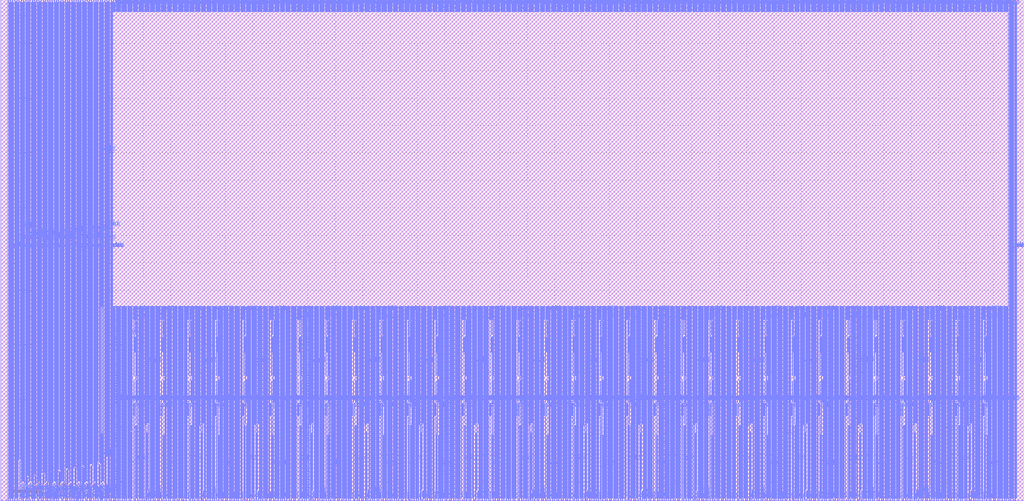
<source format=lef>
VERSION 5.8 ;
BUSBITCHARS "[]" ;
DIVIDERCHAR "/" ;

MACRO sramgen_sram_1024x32m8w32_replica_v1
  CLASS BLOCK ;
  ORIGIN 84.035 353.63 ;
  FOREIGN sramgen_sram_1024x32m8w32_replica_v1 -84.035 -353.63 ;
  SIZE 746.495 BY 365.345 ;
  SYMMETRY X Y R90 ;
  PIN vdd
    DIRECTION INOUT ;
    USE POWER ;
    PORT
      LAYER met3 ;
        RECT -78.6 -353.23 -78.2 11.315 ;
    END
    PORT
      LAYER met3 ;
        RECT -77 -353.23 -76.6 11.315 ;
    END
    PORT
      LAYER met3 ;
        RECT -75.4 -353.23 -75 11.315 ;
    END
    PORT
      LAYER met3 ;
        RECT -73.8 -353.23 -73.4 11.315 ;
    END
    PORT
      LAYER met3 ;
        RECT -72.2 -353.23 -71.8 11.315 ;
    END
    PORT
      LAYER met3 ;
        RECT -70.6 -323.62 -70.2 11.315 ;
    END
    PORT
      LAYER met3 ;
        RECT -69 -340.58 -68.6 11.315 ;
    END
    PORT
      LAYER met3 ;
        RECT -67.4 -339.52 -67 11.315 ;
    END
    PORT
      LAYER met3 ;
        RECT -67.4 -353.23 -67 -346.3 ;
    END
    PORT
      LAYER met3 ;
        RECT -65.8 -353.23 -65.4 11.315 ;
    END
    PORT
      LAYER met3 ;
        RECT -64.2 -335.28 -63.8 11.315 ;
    END
    PORT
      LAYER met3 ;
        RECT -64.2 -353.23 -63.8 -342.06 ;
    END
    PORT
      LAYER met3 ;
        RECT -62.6 -339.52 -62.2 11.315 ;
    END
    PORT
      LAYER met3 ;
        RECT -61 -353.23 -60.6 11.315 ;
    END
    PORT
      LAYER met3 ;
        RECT -59.4 -334.22 -59 11.315 ;
    END
    PORT
      LAYER met3 ;
        RECT -59.4 -353.23 -59 -343.12 ;
    END
    PORT
      LAYER met3 ;
        RECT -57.8 -340.58 -57.4 11.315 ;
    END
    PORT
      LAYER met3 ;
        RECT -56.2 -339.52 -55.8 11.315 ;
    END
    PORT
      LAYER met3 ;
        RECT -56.2 -353.23 -55.8 -346.3 ;
    END
    PORT
      LAYER met3 ;
        RECT -54.6 -353.23 -54.2 11.315 ;
    END
    PORT
      LAYER met3 ;
        RECT -53 -333.16 -52.6 11.315 ;
    END
    PORT
      LAYER met3 ;
        RECT -53 -353.23 -52.6 -343.12 ;
    END
    PORT
      LAYER met3 ;
        RECT -51.4 -340.58 -51 11.315 ;
    END
    PORT
      LAYER met3 ;
        RECT -49.8 -339.52 -49.4 11.315 ;
    END
    PORT
      LAYER met3 ;
        RECT -49.8 -353.23 -49.4 -346.3 ;
    END
    PORT
      LAYER met3 ;
        RECT -48.2 -353.23 -47.8 11.315 ;
    END
    PORT
      LAYER met3 ;
        RECT -46.6 -333.16 -46.2 11.315 ;
    END
    PORT
      LAYER met3 ;
        RECT -46.6 -353.23 -46.2 -342.06 ;
    END
    PORT
      LAYER met3 ;
        RECT -45 -339.52 -44.6 11.315 ;
    END
    PORT
      LAYER met3 ;
        RECT -45 -353.23 -44.6 -346.3 ;
    END
    PORT
      LAYER met3 ;
        RECT -43.4 -353.23 -43 11.315 ;
    END
    PORT
      LAYER met3 ;
        RECT -41.8 -331.04 -41.4 11.315 ;
    END
    PORT
      LAYER met3 ;
        RECT -41.8 -353.23 -41.4 -343.12 ;
    END
    PORT
      LAYER met3 ;
        RECT -40.2 -340.58 -39.8 11.315 ;
    END
    PORT
      LAYER met3 ;
        RECT -38.6 -339.52 -38.2 11.315 ;
    END
    PORT
      LAYER met3 ;
        RECT -38.6 -353.23 -38.2 -346.3 ;
    END
    PORT
      LAYER met3 ;
        RECT -37 -353.23 -36.6 11.315 ;
    END
    PORT
      LAYER met3 ;
        RECT -35.4 -329.98 -35 11.315 ;
    END
    PORT
      LAYER met3 ;
        RECT -35.4 -353.23 -35 -343.12 ;
    END
    PORT
      LAYER met3 ;
        RECT -33.8 -340.58 -33.4 11.315 ;
    END
    PORT
      LAYER met3 ;
        RECT -32.2 -353.23 -31.8 11.315 ;
    END
    PORT
      LAYER met3 ;
        RECT -30.6 -328.92 -30.2 11.315 ;
    END
    PORT
      LAYER met3 ;
        RECT -30.6 -353.23 -30.2 -343.12 ;
    END
    PORT
      LAYER met3 ;
        RECT -29 -329.98 -28.6 11.315 ;
    END
    PORT
      LAYER met3 ;
        RECT -29 -353.23 -28.6 -342.06 ;
    END
    PORT
      LAYER met3 ;
        RECT -27.4 -339.52 -27 11.315 ;
    END
    PORT
      LAYER met3 ;
        RECT -27.4 -353.23 -27 -346.3 ;
    END
    PORT
      LAYER met3 ;
        RECT -25.8 -353.23 -25.4 11.315 ;
    END
    PORT
      LAYER met3 ;
        RECT -24.2 -327.86 -23.8 11.315 ;
    END
    PORT
      LAYER met3 ;
        RECT -24.2 -353.23 -23.8 -343.12 ;
    END
    PORT
      LAYER met3 ;
        RECT -22.6 -340.58 -22.2 11.315 ;
    END
    PORT
      LAYER met3 ;
        RECT -21 -339.52 -20.6 11.315 ;
    END
    PORT
      LAYER met3 ;
        RECT -21 -353.23 -20.6 -346.3 ;
    END
    PORT
      LAYER met3 ;
        RECT -19.4 -353.23 -19 11.315 ;
    END
    PORT
      LAYER met3 ;
        RECT -17.8 -326.8 -17.4 11.315 ;
    END
    PORT
      LAYER met3 ;
        RECT -17.8 -353.23 -17.4 -343.12 ;
    END
    PORT
      LAYER met3 ;
        RECT -16.2 -340.58 -15.8 11.315 ;
    END
    PORT
      LAYER met3 ;
        RECT -14.6 -353.23 -14.2 11.315 ;
    END
    PORT
      LAYER met3 ;
        RECT -13 -325.74 -12.6 11.315 ;
    END
    PORT
      LAYER met3 ;
        RECT -13 -353.23 -12.6 -343.12 ;
    END
    PORT
      LAYER met3 ;
        RECT -11.4 -326.8 -11 11.315 ;
    END
    PORT
      LAYER met3 ;
        RECT -11.4 -353.23 -11 -342.06 ;
    END
    PORT
      LAYER met3 ;
        RECT -9.8 -212.32 -9.4 11.315 ;
    END
    PORT
      LAYER met3 ;
        RECT -9.8 -339.52 -9.4 -304.96 ;
    END
    PORT
      LAYER met3 ;
        RECT -9.8 -353.23 -9.4 -346.3 ;
    END
    PORT
      LAYER met3 ;
        RECT -8.2 -353.23 -7.8 11.315 ;
    END
    PORT
      LAYER met3 ;
        RECT -6.6 -321.5 -6.2 11.315 ;
    END
    PORT
      LAYER met3 ;
        RECT -6.6 -353.23 -6.2 -342.06 ;
    END
    PORT
      LAYER met3 ;
        RECT -5 -353.23 -4.6 11.315 ;
    END
    PORT
      LAYER met3 ;
        RECT -3.4 -353.23 -3 11.315 ;
    END
    PORT
      LAYER met3 ;
        RECT -1.8 2.86 -1.4 11.315 ;
    END
    PORT
      LAYER met3 ;
        RECT -1.8 -353.23 -1.4 -211.68 ;
    END
    PORT
      LAYER met3 ;
        RECT -0.2 2.86 0.2 11.315 ;
    END
    PORT
      LAYER met3 ;
        RECT -0.2 -353.23 0.2 -211.68 ;
    END
    PORT
      LAYER met3 ;
        RECT 1.4 2.86 1.8 11.315 ;
    END
    PORT
      LAYER met3 ;
        RECT 1.4 -353.23 1.8 -211.68 ;
    END
    PORT
      LAYER met3 ;
        RECT 3 2.86 3.4 11.315 ;
    END
    PORT
      LAYER met3 ;
        RECT 3 -353.23 3.4 -211.68 ;
    END
    PORT
      LAYER met3 ;
        RECT 4.6 2.86 5 11.315 ;
    END
    PORT
      LAYER met3 ;
        RECT 4.6 -353.23 5 -211.68 ;
    END
    PORT
      LAYER met3 ;
        RECT 6.2 2.86 6.6 11.315 ;
    END
    PORT
      LAYER met3 ;
        RECT 6.2 -353.23 6.6 -211.68 ;
    END
    PORT
      LAYER met3 ;
        RECT 7.8 2.86 8.2 11.315 ;
    END
    PORT
      LAYER met3 ;
        RECT 7.8 -353.23 8.2 -211.68 ;
    END
    PORT
      LAYER met3 ;
        RECT 9.4 2.86 9.8 11.315 ;
    END
    PORT
      LAYER met3 ;
        RECT 9.4 -353.23 9.8 -211.68 ;
    END
    PORT
      LAYER met3 ;
        RECT 11 2.86 11.4 11.315 ;
    END
    PORT
      LAYER met3 ;
        RECT 11 -255.78 11.4 -211.68 ;
    END
    PORT
      LAYER met3 ;
        RECT 11 -353.23 11.4 -303.9 ;
    END
    PORT
      LAYER met3 ;
        RECT 12.6 2.86 13 11.315 ;
    END
    PORT
      LAYER met3 ;
        RECT 12.6 -221.86 13 -211.68 ;
    END
    PORT
      LAYER met3 ;
        RECT 12.6 -291.82 13 -282.7 ;
    END
    PORT
      LAYER met3 ;
        RECT 14.2 2.86 14.6 11.315 ;
    END
    PORT
      LAYER met3 ;
        RECT 14.2 -232.46 14.6 -211.68 ;
    END
    PORT
      LAYER met3 ;
        RECT 14.2 -353.23 14.6 -298.6 ;
    END
    PORT
      LAYER met3 ;
        RECT 15.8 2.86 16.2 11.315 ;
    END
    PORT
      LAYER met3 ;
        RECT 15.8 -353.23 16.2 -211.68 ;
    END
    PORT
      LAYER met3 ;
        RECT 17.4 2.86 17.8 11.315 ;
    END
    PORT
      LAYER met3 ;
        RECT 17.4 -353.23 17.8 -211.68 ;
    END
    PORT
      LAYER met3 ;
        RECT 19 2.86 19.4 11.315 ;
    END
    PORT
      LAYER met3 ;
        RECT 19 -353.23 19.4 -211.68 ;
    END
    PORT
      LAYER met3 ;
        RECT 20.6 2.86 21 11.315 ;
    END
    PORT
      LAYER met3 ;
        RECT 20.6 -353.23 21 -211.68 ;
    END
    PORT
      LAYER met3 ;
        RECT 22.2 2.86 22.6 11.315 ;
    END
    PORT
      LAYER met3 ;
        RECT 22.2 -298.18 22.6 -211.68 ;
    END
    PORT
      LAYER met3 ;
        RECT 23.8 2.86 24.2 11.315 ;
    END
    PORT
      LAYER met3 ;
        RECT 23.8 -297.12 24.2 -211.68 ;
    END
    PORT
      LAYER met3 ;
        RECT 23.8 -353.23 24.2 -346.3 ;
    END
    PORT
      LAYER met3 ;
        RECT 25.4 2.86 25.8 11.315 ;
    END
    PORT
      LAYER met3 ;
        RECT 25.4 -353.23 25.8 -211.68 ;
    END
    PORT
      LAYER met3 ;
        RECT 27 2.86 27.4 11.315 ;
    END
    PORT
      LAYER met3 ;
        RECT 27 -353.23 27.4 -211.68 ;
    END
    PORT
      LAYER met3 ;
        RECT 28.6 2.86 29 11.315 ;
    END
    PORT
      LAYER met3 ;
        RECT 28.6 -353.23 29 -211.68 ;
    END
    PORT
      LAYER met3 ;
        RECT 30.2 2.86 30.6 11.315 ;
    END
    PORT
      LAYER met3 ;
        RECT 30.2 -353.23 30.6 -211.68 ;
    END
    PORT
      LAYER met3 ;
        RECT 31.8 2.86 32.2 11.315 ;
    END
    PORT
      LAYER met3 ;
        RECT 31.8 -353.23 32.2 -211.68 ;
    END
    PORT
      LAYER met3 ;
        RECT 33.4 2.86 33.8 11.315 ;
    END
    PORT
      LAYER met3 ;
        RECT 33.4 -221.86 33.8 -211.68 ;
    END
    PORT
      LAYER met3 ;
        RECT 33.4 -291.82 33.8 -282.7 ;
    END
    PORT
      LAYER met3 ;
        RECT 35 2.86 35.4 11.315 ;
    END
    PORT
      LAYER met3 ;
        RECT 35 -221.86 35.4 -211.68 ;
    END
    PORT
      LAYER met3 ;
        RECT 35 -353.23 35.4 -306.02 ;
    END
    PORT
      LAYER met3 ;
        RECT 36.6 2.86 37 11.315 ;
    END
    PORT
      LAYER met3 ;
        RECT 36.6 -353.23 37 -211.68 ;
    END
    PORT
      LAYER met3 ;
        RECT 38.2 2.86 38.6 11.315 ;
    END
    PORT
      LAYER met3 ;
        RECT 38.2 -353.23 38.6 -211.68 ;
    END
    PORT
      LAYER met3 ;
        RECT 39.8 2.86 40.2 11.315 ;
    END
    PORT
      LAYER met3 ;
        RECT 39.8 -353.23 40.2 -211.68 ;
    END
    PORT
      LAYER met3 ;
        RECT 41.4 2.86 41.8 11.315 ;
    END
    PORT
      LAYER met3 ;
        RECT 41.4 -353.23 41.8 -211.68 ;
    END
    PORT
      LAYER met3 ;
        RECT 43 2.86 43.4 11.315 ;
    END
    PORT
      LAYER met3 ;
        RECT 43 -353.23 43.4 -211.68 ;
    END
    PORT
      LAYER met3 ;
        RECT 44.6 2.86 45 11.315 ;
    END
    PORT
      LAYER met3 ;
        RECT 44.6 -353.23 45 -211.68 ;
    END
    PORT
      LAYER met3 ;
        RECT 46.2 2.86 46.6 11.315 ;
    END
    PORT
      LAYER met3 ;
        RECT 46.2 -353.23 46.6 -211.68 ;
    END
    PORT
      LAYER met3 ;
        RECT 47.8 2.86 48.2 11.315 ;
    END
    PORT
      LAYER met3 ;
        RECT 47.8 -353.23 48.2 -211.68 ;
    END
    PORT
      LAYER met3 ;
        RECT 49.4 2.86 49.8 11.315 ;
    END
    PORT
      LAYER met3 ;
        RECT 49.4 -353.23 49.8 -211.68 ;
    END
    PORT
      LAYER met3 ;
        RECT 51 2.86 51.4 11.315 ;
    END
    PORT
      LAYER met3 ;
        RECT 51 -353.23 51.4 -211.68 ;
    END
    PORT
      LAYER met3 ;
        RECT 52.6 2.86 53 11.315 ;
    END
    PORT
      LAYER met3 ;
        RECT 52.6 -221.86 53 -211.68 ;
    END
    PORT
      LAYER met3 ;
        RECT 52.6 -291.82 53 -282.7 ;
    END
    PORT
      LAYER met3 ;
        RECT 54.2 2.86 54.6 11.315 ;
    END
    PORT
      LAYER met3 ;
        RECT 54.2 -232.46 54.6 -211.68 ;
    END
    PORT
      LAYER met3 ;
        RECT 54.2 -353.23 54.6 -298.6 ;
    END
    PORT
      LAYER met3 ;
        RECT 55.8 2.86 56.2 11.315 ;
    END
    PORT
      LAYER met3 ;
        RECT 55.8 -353.23 56.2 -211.68 ;
    END
    PORT
      LAYER met3 ;
        RECT 57.4 2.86 57.8 11.315 ;
    END
    PORT
      LAYER met3 ;
        RECT 57.4 -353.23 57.8 -211.68 ;
    END
    PORT
      LAYER met3 ;
        RECT 59 2.86 59.4 11.315 ;
    END
    PORT
      LAYER met3 ;
        RECT 59 -353.23 59.4 -211.68 ;
    END
    PORT
      LAYER met3 ;
        RECT 60.6 2.86 61 11.315 ;
    END
    PORT
      LAYER met3 ;
        RECT 60.6 -353.23 61 -211.68 ;
    END
    PORT
      LAYER met3 ;
        RECT 62.2 2.86 62.6 11.315 ;
    END
    PORT
      LAYER met3 ;
        RECT 62.2 -298.18 62.6 -211.68 ;
    END
    PORT
      LAYER met3 ;
        RECT 63.8 2.86 64.2 11.315 ;
    END
    PORT
      LAYER met3 ;
        RECT 63.8 -297.12 64.2 -211.68 ;
    END
    PORT
      LAYER met3 ;
        RECT 63.8 -353.23 64.2 -346.3 ;
    END
    PORT
      LAYER met3 ;
        RECT 65.4 2.86 65.8 11.315 ;
    END
    PORT
      LAYER met3 ;
        RECT 65.4 -353.23 65.8 -211.68 ;
    END
    PORT
      LAYER met3 ;
        RECT 67 2.86 67.4 11.315 ;
    END
    PORT
      LAYER met3 ;
        RECT 67 -353.23 67.4 -211.68 ;
    END
    PORT
      LAYER met3 ;
        RECT 68.6 2.86 69 11.315 ;
    END
    PORT
      LAYER met3 ;
        RECT 68.6 -353.23 69 -211.68 ;
    END
    PORT
      LAYER met3 ;
        RECT 70.2 2.86 70.6 11.315 ;
    END
    PORT
      LAYER met3 ;
        RECT 70.2 -353.23 70.6 -211.68 ;
    END
    PORT
      LAYER met3 ;
        RECT 71.8 2.86 72.2 11.315 ;
    END
    PORT
      LAYER met3 ;
        RECT 71.8 -353.23 72.2 -211.68 ;
    END
    PORT
      LAYER met3 ;
        RECT 73.4 2.86 73.8 11.315 ;
    END
    PORT
      LAYER met3 ;
        RECT 73.4 -221.86 73.8 -211.68 ;
    END
    PORT
      LAYER met3 ;
        RECT 73.4 -291.82 73.8 -282.7 ;
    END
    PORT
      LAYER met3 ;
        RECT 75 2.86 75.4 11.315 ;
    END
    PORT
      LAYER met3 ;
        RECT 75 -221.86 75.4 -211.68 ;
    END
    PORT
      LAYER met3 ;
        RECT 75 -353.23 75.4 -306.02 ;
    END
    PORT
      LAYER met3 ;
        RECT 76.6 2.86 77 11.315 ;
    END
    PORT
      LAYER met3 ;
        RECT 76.6 -353.23 77 -211.68 ;
    END
    PORT
      LAYER met3 ;
        RECT 78.2 2.86 78.6 11.315 ;
    END
    PORT
      LAYER met3 ;
        RECT 78.2 -353.23 78.6 -211.68 ;
    END
    PORT
      LAYER met3 ;
        RECT 79.8 2.86 80.2 11.315 ;
    END
    PORT
      LAYER met3 ;
        RECT 79.8 -353.23 80.2 -211.68 ;
    END
    PORT
      LAYER met3 ;
        RECT 81.4 2.86 81.8 11.315 ;
    END
    PORT
      LAYER met3 ;
        RECT 81.4 -353.23 81.8 -211.68 ;
    END
    PORT
      LAYER met3 ;
        RECT 83 2.86 83.4 11.315 ;
    END
    PORT
      LAYER met3 ;
        RECT 83 -353.23 83.4 -211.68 ;
    END
    PORT
      LAYER met3 ;
        RECT 84.6 2.86 85 11.315 ;
    END
    PORT
      LAYER met3 ;
        RECT 84.6 -353.23 85 -211.68 ;
    END
    PORT
      LAYER met3 ;
        RECT 86.2 2.86 86.6 11.315 ;
    END
    PORT
      LAYER met3 ;
        RECT 86.2 -353.23 86.6 -211.68 ;
    END
    PORT
      LAYER met3 ;
        RECT 87.8 2.86 88.2 11.315 ;
    END
    PORT
      LAYER met3 ;
        RECT 87.8 -353.23 88.2 -211.68 ;
    END
    PORT
      LAYER met3 ;
        RECT 89.4 2.86 89.8 11.315 ;
    END
    PORT
      LAYER met3 ;
        RECT 89.4 -353.23 89.8 -211.68 ;
    END
    PORT
      LAYER met3 ;
        RECT 91 2.86 91.4 11.315 ;
    END
    PORT
      LAYER met3 ;
        RECT 91 -353.23 91.4 -211.68 ;
    END
    PORT
      LAYER met3 ;
        RECT 92.6 2.86 93 11.315 ;
    END
    PORT
      LAYER met3 ;
        RECT 92.6 -221.86 93 -211.68 ;
    END
    PORT
      LAYER met3 ;
        RECT 92.6 -291.82 93 -282.7 ;
    END
    PORT
      LAYER met3 ;
        RECT 94.2 2.86 94.6 11.315 ;
    END
    PORT
      LAYER met3 ;
        RECT 94.2 -232.46 94.6 -211.68 ;
    END
    PORT
      LAYER met3 ;
        RECT 94.2 -353.23 94.6 -298.6 ;
    END
    PORT
      LAYER met3 ;
        RECT 95.8 2.86 96.2 11.315 ;
    END
    PORT
      LAYER met3 ;
        RECT 95.8 -353.23 96.2 -211.68 ;
    END
    PORT
      LAYER met3 ;
        RECT 97.4 2.86 97.8 11.315 ;
    END
    PORT
      LAYER met3 ;
        RECT 97.4 -353.23 97.8 -211.68 ;
    END
    PORT
      LAYER met3 ;
        RECT 99 2.86 99.4 11.315 ;
    END
    PORT
      LAYER met3 ;
        RECT 99 -353.23 99.4 -211.68 ;
    END
    PORT
      LAYER met3 ;
        RECT 100.6 2.86 101 11.315 ;
    END
    PORT
      LAYER met3 ;
        RECT 100.6 -353.23 101 -211.68 ;
    END
    PORT
      LAYER met3 ;
        RECT 102.2 2.86 102.6 11.315 ;
    END
    PORT
      LAYER met3 ;
        RECT 102.2 -298.18 102.6 -211.68 ;
    END
    PORT
      LAYER met3 ;
        RECT 103.8 2.86 104.2 11.315 ;
    END
    PORT
      LAYER met3 ;
        RECT 103.8 -297.12 104.2 -211.68 ;
    END
    PORT
      LAYER met3 ;
        RECT 103.8 -353.23 104.2 -346.3 ;
    END
    PORT
      LAYER met3 ;
        RECT 105.4 2.86 105.8 11.315 ;
    END
    PORT
      LAYER met3 ;
        RECT 105.4 -353.23 105.8 -211.68 ;
    END
    PORT
      LAYER met3 ;
        RECT 107 2.86 107.4 11.315 ;
    END
    PORT
      LAYER met3 ;
        RECT 107 -353.23 107.4 -211.68 ;
    END
    PORT
      LAYER met3 ;
        RECT 108.6 2.86 109 11.315 ;
    END
    PORT
      LAYER met3 ;
        RECT 108.6 -353.23 109 -211.68 ;
    END
    PORT
      LAYER met3 ;
        RECT 110.2 2.86 110.6 11.315 ;
    END
    PORT
      LAYER met3 ;
        RECT 110.2 -353.23 110.6 -211.68 ;
    END
    PORT
      LAYER met3 ;
        RECT 111.8 2.86 112.2 11.315 ;
    END
    PORT
      LAYER met3 ;
        RECT 111.8 -353.23 112.2 -211.68 ;
    END
    PORT
      LAYER met3 ;
        RECT 113.4 2.86 113.8 11.315 ;
    END
    PORT
      LAYER met3 ;
        RECT 113.4 -221.86 113.8 -211.68 ;
    END
    PORT
      LAYER met3 ;
        RECT 113.4 -291.82 113.8 -282.7 ;
    END
    PORT
      LAYER met3 ;
        RECT 115 2.86 115.4 11.315 ;
    END
    PORT
      LAYER met3 ;
        RECT 115 -221.86 115.4 -211.68 ;
    END
    PORT
      LAYER met3 ;
        RECT 115 -353.23 115.4 -306.02 ;
    END
    PORT
      LAYER met3 ;
        RECT 116.6 2.86 117 11.315 ;
    END
    PORT
      LAYER met3 ;
        RECT 116.6 -353.23 117 -211.68 ;
    END
    PORT
      LAYER met3 ;
        RECT 118.2 2.86 118.6 11.315 ;
    END
    PORT
      LAYER met3 ;
        RECT 118.2 -353.23 118.6 -211.68 ;
    END
    PORT
      LAYER met3 ;
        RECT 119.8 2.86 120.2 11.315 ;
    END
    PORT
      LAYER met3 ;
        RECT 119.8 -353.23 120.2 -211.68 ;
    END
    PORT
      LAYER met3 ;
        RECT 121.4 2.86 121.8 11.315 ;
    END
    PORT
      LAYER met3 ;
        RECT 121.4 -353.23 121.8 -211.68 ;
    END
    PORT
      LAYER met3 ;
        RECT 123 2.86 123.4 11.315 ;
    END
    PORT
      LAYER met3 ;
        RECT 123 -353.23 123.4 -211.68 ;
    END
    PORT
      LAYER met3 ;
        RECT 124.6 2.86 125 11.315 ;
    END
    PORT
      LAYER met3 ;
        RECT 124.6 -353.23 125 -211.68 ;
    END
    PORT
      LAYER met3 ;
        RECT 126.2 2.86 126.6 11.315 ;
    END
    PORT
      LAYER met3 ;
        RECT 126.2 -353.23 126.6 -211.68 ;
    END
    PORT
      LAYER met3 ;
        RECT 127.8 2.86 128.2 11.315 ;
    END
    PORT
      LAYER met3 ;
        RECT 127.8 -353.23 128.2 -211.68 ;
    END
    PORT
      LAYER met3 ;
        RECT 129.4 2.86 129.8 11.315 ;
    END
    PORT
      LAYER met3 ;
        RECT 129.4 -353.23 129.8 -211.68 ;
    END
    PORT
      LAYER met3 ;
        RECT 131 2.86 131.4 11.315 ;
    END
    PORT
      LAYER met3 ;
        RECT 131 -353.23 131.4 -211.68 ;
    END
    PORT
      LAYER met3 ;
        RECT 132.6 2.86 133 11.315 ;
    END
    PORT
      LAYER met3 ;
        RECT 132.6 -221.86 133 -211.68 ;
    END
    PORT
      LAYER met3 ;
        RECT 132.6 -291.82 133 -282.7 ;
    END
    PORT
      LAYER met3 ;
        RECT 134.2 2.86 134.6 11.315 ;
    END
    PORT
      LAYER met3 ;
        RECT 134.2 -232.46 134.6 -211.68 ;
    END
    PORT
      LAYER met3 ;
        RECT 134.2 -353.23 134.6 -298.6 ;
    END
    PORT
      LAYER met3 ;
        RECT 135.8 2.86 136.2 11.315 ;
    END
    PORT
      LAYER met3 ;
        RECT 135.8 -353.23 136.2 -211.68 ;
    END
    PORT
      LAYER met3 ;
        RECT 137.4 2.86 137.8 11.315 ;
    END
    PORT
      LAYER met3 ;
        RECT 137.4 -353.23 137.8 -211.68 ;
    END
    PORT
      LAYER met3 ;
        RECT 139 2.86 139.4 11.315 ;
    END
    PORT
      LAYER met3 ;
        RECT 139 -353.23 139.4 -211.68 ;
    END
    PORT
      LAYER met3 ;
        RECT 140.6 2.86 141 11.315 ;
    END
    PORT
      LAYER met3 ;
        RECT 140.6 -353.23 141 -211.68 ;
    END
    PORT
      LAYER met3 ;
        RECT 142.2 2.86 142.6 11.315 ;
    END
    PORT
      LAYER met3 ;
        RECT 142.2 -298.18 142.6 -211.68 ;
    END
    PORT
      LAYER met3 ;
        RECT 143.8 2.86 144.2 11.315 ;
    END
    PORT
      LAYER met3 ;
        RECT 143.8 -297.12 144.2 -211.68 ;
    END
    PORT
      LAYER met3 ;
        RECT 143.8 -353.23 144.2 -346.3 ;
    END
    PORT
      LAYER met3 ;
        RECT 145.4 2.86 145.8 11.315 ;
    END
    PORT
      LAYER met3 ;
        RECT 145.4 -353.23 145.8 -211.68 ;
    END
    PORT
      LAYER met3 ;
        RECT 147 2.86 147.4 11.315 ;
    END
    PORT
      LAYER met3 ;
        RECT 147 -353.23 147.4 -211.68 ;
    END
    PORT
      LAYER met3 ;
        RECT 148.6 2.86 149 11.315 ;
    END
    PORT
      LAYER met3 ;
        RECT 148.6 -353.23 149 -211.68 ;
    END
    PORT
      LAYER met3 ;
        RECT 150.2 2.86 150.6 11.315 ;
    END
    PORT
      LAYER met3 ;
        RECT 150.2 -353.23 150.6 -211.68 ;
    END
    PORT
      LAYER met3 ;
        RECT 151.8 2.86 152.2 11.315 ;
    END
    PORT
      LAYER met3 ;
        RECT 151.8 -353.23 152.2 -211.68 ;
    END
    PORT
      LAYER met3 ;
        RECT 153.4 2.86 153.8 11.315 ;
    END
    PORT
      LAYER met3 ;
        RECT 153.4 -221.86 153.8 -211.68 ;
    END
    PORT
      LAYER met3 ;
        RECT 153.4 -291.82 153.8 -282.7 ;
    END
    PORT
      LAYER met3 ;
        RECT 155 2.86 155.4 11.315 ;
    END
    PORT
      LAYER met3 ;
        RECT 155 -221.86 155.4 -211.68 ;
    END
    PORT
      LAYER met3 ;
        RECT 155 -353.23 155.4 -306.02 ;
    END
    PORT
      LAYER met3 ;
        RECT 156.6 2.86 157 11.315 ;
    END
    PORT
      LAYER met3 ;
        RECT 156.6 -353.23 157 -211.68 ;
    END
    PORT
      LAYER met3 ;
        RECT 158.2 2.86 158.6 11.315 ;
    END
    PORT
      LAYER met3 ;
        RECT 158.2 -353.23 158.6 -211.68 ;
    END
    PORT
      LAYER met3 ;
        RECT 159.8 2.86 160.2 11.315 ;
    END
    PORT
      LAYER met3 ;
        RECT 159.8 -353.23 160.2 -211.68 ;
    END
    PORT
      LAYER met3 ;
        RECT 161.4 2.86 161.8 11.315 ;
    END
    PORT
      LAYER met3 ;
        RECT 161.4 -353.23 161.8 -211.68 ;
    END
    PORT
      LAYER met3 ;
        RECT 163 2.86 163.4 11.315 ;
    END
    PORT
      LAYER met3 ;
        RECT 163 -353.23 163.4 -211.68 ;
    END
    PORT
      LAYER met3 ;
        RECT 164.6 2.86 165 11.315 ;
    END
    PORT
      LAYER met3 ;
        RECT 164.6 -353.23 165 -211.68 ;
    END
    PORT
      LAYER met3 ;
        RECT 166.2 2.86 166.6 11.315 ;
    END
    PORT
      LAYER met3 ;
        RECT 166.2 -353.23 166.6 -211.68 ;
    END
    PORT
      LAYER met3 ;
        RECT 167.8 2.86 168.2 11.315 ;
    END
    PORT
      LAYER met3 ;
        RECT 167.8 -353.23 168.2 -211.68 ;
    END
    PORT
      LAYER met3 ;
        RECT 169.4 2.86 169.8 11.315 ;
    END
    PORT
      LAYER met3 ;
        RECT 169.4 -353.23 169.8 -211.68 ;
    END
    PORT
      LAYER met3 ;
        RECT 171 2.86 171.4 11.315 ;
    END
    PORT
      LAYER met3 ;
        RECT 171 -353.23 171.4 -211.68 ;
    END
    PORT
      LAYER met3 ;
        RECT 172.6 2.86 173 11.315 ;
    END
    PORT
      LAYER met3 ;
        RECT 172.6 -221.86 173 -211.68 ;
    END
    PORT
      LAYER met3 ;
        RECT 172.6 -291.82 173 -282.7 ;
    END
    PORT
      LAYER met3 ;
        RECT 174.2 2.86 174.6 11.315 ;
    END
    PORT
      LAYER met3 ;
        RECT 174.2 -232.46 174.6 -211.68 ;
    END
    PORT
      LAYER met3 ;
        RECT 174.2 -353.23 174.6 -298.6 ;
    END
    PORT
      LAYER met3 ;
        RECT 175.8 2.86 176.2 11.315 ;
    END
    PORT
      LAYER met3 ;
        RECT 175.8 -353.23 176.2 -211.68 ;
    END
    PORT
      LAYER met3 ;
        RECT 177.4 2.86 177.8 11.315 ;
    END
    PORT
      LAYER met3 ;
        RECT 177.4 -353.23 177.8 -211.68 ;
    END
    PORT
      LAYER met3 ;
        RECT 179 2.86 179.4 11.315 ;
    END
    PORT
      LAYER met3 ;
        RECT 179 -353.23 179.4 -211.68 ;
    END
    PORT
      LAYER met3 ;
        RECT 180.6 2.86 181 11.315 ;
    END
    PORT
      LAYER met3 ;
        RECT 180.6 -353.23 181 -211.68 ;
    END
    PORT
      LAYER met3 ;
        RECT 182.2 2.86 182.6 11.315 ;
    END
    PORT
      LAYER met3 ;
        RECT 182.2 -298.18 182.6 -211.68 ;
    END
    PORT
      LAYER met3 ;
        RECT 183.8 2.86 184.2 11.315 ;
    END
    PORT
      LAYER met3 ;
        RECT 183.8 -297.12 184.2 -211.68 ;
    END
    PORT
      LAYER met3 ;
        RECT 183.8 -353.23 184.2 -346.3 ;
    END
    PORT
      LAYER met3 ;
        RECT 185.4 2.86 185.8 11.315 ;
    END
    PORT
      LAYER met3 ;
        RECT 185.4 -353.23 185.8 -211.68 ;
    END
    PORT
      LAYER met3 ;
        RECT 187 2.86 187.4 11.315 ;
    END
    PORT
      LAYER met3 ;
        RECT 187 -353.23 187.4 -211.68 ;
    END
    PORT
      LAYER met3 ;
        RECT 188.6 2.86 189 11.315 ;
    END
    PORT
      LAYER met3 ;
        RECT 188.6 -353.23 189 -211.68 ;
    END
    PORT
      LAYER met3 ;
        RECT 190.2 2.86 190.6 11.315 ;
    END
    PORT
      LAYER met3 ;
        RECT 190.2 -353.23 190.6 -211.68 ;
    END
    PORT
      LAYER met3 ;
        RECT 191.8 2.86 192.2 11.315 ;
    END
    PORT
      LAYER met3 ;
        RECT 191.8 -353.23 192.2 -211.68 ;
    END
    PORT
      LAYER met3 ;
        RECT 193.4 2.86 193.8 11.315 ;
    END
    PORT
      LAYER met3 ;
        RECT 193.4 -221.86 193.8 -211.68 ;
    END
    PORT
      LAYER met3 ;
        RECT 193.4 -291.82 193.8 -282.7 ;
    END
    PORT
      LAYER met3 ;
        RECT 195 2.86 195.4 11.315 ;
    END
    PORT
      LAYER met3 ;
        RECT 195 -221.86 195.4 -211.68 ;
    END
    PORT
      LAYER met3 ;
        RECT 195 -353.23 195.4 -306.02 ;
    END
    PORT
      LAYER met3 ;
        RECT 196.6 2.86 197 11.315 ;
    END
    PORT
      LAYER met3 ;
        RECT 196.6 -353.23 197 -211.68 ;
    END
    PORT
      LAYER met3 ;
        RECT 198.2 2.86 198.6 11.315 ;
    END
    PORT
      LAYER met3 ;
        RECT 198.2 -353.23 198.6 -211.68 ;
    END
    PORT
      LAYER met3 ;
        RECT 199.8 2.86 200.2 11.315 ;
    END
    PORT
      LAYER met3 ;
        RECT 199.8 -353.23 200.2 -211.68 ;
    END
    PORT
      LAYER met3 ;
        RECT 201.4 2.86 201.8 11.315 ;
    END
    PORT
      LAYER met3 ;
        RECT 201.4 -353.23 201.8 -211.68 ;
    END
    PORT
      LAYER met3 ;
        RECT 203 2.86 203.4 11.315 ;
    END
    PORT
      LAYER met3 ;
        RECT 203 -353.23 203.4 -211.68 ;
    END
    PORT
      LAYER met3 ;
        RECT 204.6 2.86 205 11.315 ;
    END
    PORT
      LAYER met3 ;
        RECT 204.6 -353.23 205 -211.68 ;
    END
    PORT
      LAYER met3 ;
        RECT 206.2 2.86 206.6 11.315 ;
    END
    PORT
      LAYER met3 ;
        RECT 206.2 -353.23 206.6 -211.68 ;
    END
    PORT
      LAYER met3 ;
        RECT 207.8 2.86 208.2 11.315 ;
    END
    PORT
      LAYER met3 ;
        RECT 207.8 -353.23 208.2 -211.68 ;
    END
    PORT
      LAYER met3 ;
        RECT 209.4 2.86 209.8 11.315 ;
    END
    PORT
      LAYER met3 ;
        RECT 209.4 -353.23 209.8 -211.68 ;
    END
    PORT
      LAYER met3 ;
        RECT 211 2.86 211.4 11.315 ;
    END
    PORT
      LAYER met3 ;
        RECT 211 -353.23 211.4 -211.68 ;
    END
    PORT
      LAYER met3 ;
        RECT 212.6 2.86 213 11.315 ;
    END
    PORT
      LAYER met3 ;
        RECT 212.6 -221.86 213 -211.68 ;
    END
    PORT
      LAYER met3 ;
        RECT 212.6 -291.82 213 -282.7 ;
    END
    PORT
      LAYER met3 ;
        RECT 214.2 2.86 214.6 11.315 ;
    END
    PORT
      LAYER met3 ;
        RECT 214.2 -232.46 214.6 -211.68 ;
    END
    PORT
      LAYER met3 ;
        RECT 214.2 -353.23 214.6 -298.6 ;
    END
    PORT
      LAYER met3 ;
        RECT 215.8 2.86 216.2 11.315 ;
    END
    PORT
      LAYER met3 ;
        RECT 215.8 -353.23 216.2 -211.68 ;
    END
    PORT
      LAYER met3 ;
        RECT 217.4 2.86 217.8 11.315 ;
    END
    PORT
      LAYER met3 ;
        RECT 217.4 -353.23 217.8 -211.68 ;
    END
    PORT
      LAYER met3 ;
        RECT 219 2.86 219.4 11.315 ;
    END
    PORT
      LAYER met3 ;
        RECT 219 -353.23 219.4 -211.68 ;
    END
    PORT
      LAYER met3 ;
        RECT 220.6 2.86 221 11.315 ;
    END
    PORT
      LAYER met3 ;
        RECT 220.6 -353.23 221 -211.68 ;
    END
    PORT
      LAYER met3 ;
        RECT 222.2 2.86 222.6 11.315 ;
    END
    PORT
      LAYER met3 ;
        RECT 222.2 -298.18 222.6 -211.68 ;
    END
    PORT
      LAYER met3 ;
        RECT 223.8 2.86 224.2 11.315 ;
    END
    PORT
      LAYER met3 ;
        RECT 223.8 -297.12 224.2 -211.68 ;
    END
    PORT
      LAYER met3 ;
        RECT 223.8 -353.23 224.2 -346.3 ;
    END
    PORT
      LAYER met3 ;
        RECT 225.4 2.86 225.8 11.315 ;
    END
    PORT
      LAYER met3 ;
        RECT 225.4 -353.23 225.8 -211.68 ;
    END
    PORT
      LAYER met3 ;
        RECT 227 2.86 227.4 11.315 ;
    END
    PORT
      LAYER met3 ;
        RECT 227 -353.23 227.4 -211.68 ;
    END
    PORT
      LAYER met3 ;
        RECT 228.6 2.86 229 11.315 ;
    END
    PORT
      LAYER met3 ;
        RECT 228.6 -353.23 229 -211.68 ;
    END
    PORT
      LAYER met3 ;
        RECT 230.2 2.86 230.6 11.315 ;
    END
    PORT
      LAYER met3 ;
        RECT 230.2 -353.23 230.6 -211.68 ;
    END
    PORT
      LAYER met3 ;
        RECT 231.8 2.86 232.2 11.315 ;
    END
    PORT
      LAYER met3 ;
        RECT 231.8 -353.23 232.2 -211.68 ;
    END
    PORT
      LAYER met3 ;
        RECT 233.4 2.86 233.8 11.315 ;
    END
    PORT
      LAYER met3 ;
        RECT 233.4 -221.86 233.8 -211.68 ;
    END
    PORT
      LAYER met3 ;
        RECT 233.4 -291.82 233.8 -282.7 ;
    END
    PORT
      LAYER met3 ;
        RECT 235 2.86 235.4 11.315 ;
    END
    PORT
      LAYER met3 ;
        RECT 235 -221.86 235.4 -211.68 ;
    END
    PORT
      LAYER met3 ;
        RECT 235 -353.23 235.4 -306.02 ;
    END
    PORT
      LAYER met3 ;
        RECT 236.6 2.86 237 11.315 ;
    END
    PORT
      LAYER met3 ;
        RECT 236.6 -353.23 237 -211.68 ;
    END
    PORT
      LAYER met3 ;
        RECT 238.2 2.86 238.6 11.315 ;
    END
    PORT
      LAYER met3 ;
        RECT 238.2 -353.23 238.6 -211.68 ;
    END
    PORT
      LAYER met3 ;
        RECT 239.8 2.86 240.2 11.315 ;
    END
    PORT
      LAYER met3 ;
        RECT 239.8 -353.23 240.2 -211.68 ;
    END
    PORT
      LAYER met3 ;
        RECT 241.4 2.86 241.8 11.315 ;
    END
    PORT
      LAYER met3 ;
        RECT 241.4 -353.23 241.8 -211.68 ;
    END
    PORT
      LAYER met3 ;
        RECT 243 2.86 243.4 11.315 ;
    END
    PORT
      LAYER met3 ;
        RECT 243 -353.23 243.4 -211.68 ;
    END
    PORT
      LAYER met3 ;
        RECT 244.6 2.86 245 11.315 ;
    END
    PORT
      LAYER met3 ;
        RECT 244.6 -353.23 245 -211.68 ;
    END
    PORT
      LAYER met3 ;
        RECT 246.2 2.86 246.6 11.315 ;
    END
    PORT
      LAYER met3 ;
        RECT 246.2 -353.23 246.6 -211.68 ;
    END
    PORT
      LAYER met3 ;
        RECT 247.8 2.86 248.2 11.315 ;
    END
    PORT
      LAYER met3 ;
        RECT 247.8 -353.23 248.2 -211.68 ;
    END
    PORT
      LAYER met3 ;
        RECT 249.4 2.86 249.8 11.315 ;
    END
    PORT
      LAYER met3 ;
        RECT 249.4 -353.23 249.8 -211.68 ;
    END
    PORT
      LAYER met3 ;
        RECT 251 2.86 251.4 11.315 ;
    END
    PORT
      LAYER met3 ;
        RECT 251 -353.23 251.4 -211.68 ;
    END
    PORT
      LAYER met3 ;
        RECT 252.6 2.86 253 11.315 ;
    END
    PORT
      LAYER met3 ;
        RECT 252.6 -221.86 253 -211.68 ;
    END
    PORT
      LAYER met3 ;
        RECT 252.6 -291.82 253 -282.7 ;
    END
    PORT
      LAYER met3 ;
        RECT 254.2 2.86 254.6 11.315 ;
    END
    PORT
      LAYER met3 ;
        RECT 254.2 -232.46 254.6 -211.68 ;
    END
    PORT
      LAYER met3 ;
        RECT 254.2 -353.23 254.6 -298.6 ;
    END
    PORT
      LAYER met3 ;
        RECT 255.8 2.86 256.2 11.315 ;
    END
    PORT
      LAYER met3 ;
        RECT 255.8 -353.23 256.2 -211.68 ;
    END
    PORT
      LAYER met3 ;
        RECT 257.4 2.86 257.8 11.315 ;
    END
    PORT
      LAYER met3 ;
        RECT 257.4 -353.23 257.8 -211.68 ;
    END
    PORT
      LAYER met3 ;
        RECT 259 2.86 259.4 11.315 ;
    END
    PORT
      LAYER met3 ;
        RECT 259 -353.23 259.4 -211.68 ;
    END
    PORT
      LAYER met3 ;
        RECT 260.6 2.86 261 11.315 ;
    END
    PORT
      LAYER met3 ;
        RECT 260.6 -353.23 261 -211.68 ;
    END
    PORT
      LAYER met3 ;
        RECT 262.2 2.86 262.6 11.315 ;
    END
    PORT
      LAYER met3 ;
        RECT 262.2 -298.18 262.6 -211.68 ;
    END
    PORT
      LAYER met3 ;
        RECT 263.8 2.86 264.2 11.315 ;
    END
    PORT
      LAYER met3 ;
        RECT 263.8 -297.12 264.2 -211.68 ;
    END
    PORT
      LAYER met3 ;
        RECT 263.8 -353.23 264.2 -346.3 ;
    END
    PORT
      LAYER met3 ;
        RECT 265.4 2.86 265.8 11.315 ;
    END
    PORT
      LAYER met3 ;
        RECT 265.4 -353.23 265.8 -211.68 ;
    END
    PORT
      LAYER met3 ;
        RECT 267 2.86 267.4 11.315 ;
    END
    PORT
      LAYER met3 ;
        RECT 267 -353.23 267.4 -211.68 ;
    END
    PORT
      LAYER met3 ;
        RECT 268.6 2.86 269 11.315 ;
    END
    PORT
      LAYER met3 ;
        RECT 268.6 -353.23 269 -211.68 ;
    END
    PORT
      LAYER met3 ;
        RECT 270.2 2.86 270.6 11.315 ;
    END
    PORT
      LAYER met3 ;
        RECT 270.2 -353.23 270.6 -211.68 ;
    END
    PORT
      LAYER met3 ;
        RECT 271.8 2.86 272.2 11.315 ;
    END
    PORT
      LAYER met3 ;
        RECT 271.8 -353.23 272.2 -211.68 ;
    END
    PORT
      LAYER met3 ;
        RECT 273.4 2.86 273.8 11.315 ;
    END
    PORT
      LAYER met3 ;
        RECT 273.4 -221.86 273.8 -211.68 ;
    END
    PORT
      LAYER met3 ;
        RECT 273.4 -291.82 273.8 -282.7 ;
    END
    PORT
      LAYER met3 ;
        RECT 275 2.86 275.4 11.315 ;
    END
    PORT
      LAYER met3 ;
        RECT 275 -221.86 275.4 -211.68 ;
    END
    PORT
      LAYER met3 ;
        RECT 275 -353.23 275.4 -306.02 ;
    END
    PORT
      LAYER met3 ;
        RECT 276.6 2.86 277 11.315 ;
    END
    PORT
      LAYER met3 ;
        RECT 276.6 -353.23 277 -211.68 ;
    END
    PORT
      LAYER met3 ;
        RECT 278.2 2.86 278.6 11.315 ;
    END
    PORT
      LAYER met3 ;
        RECT 278.2 -353.23 278.6 -211.68 ;
    END
    PORT
      LAYER met3 ;
        RECT 279.8 2.86 280.2 11.315 ;
    END
    PORT
      LAYER met3 ;
        RECT 279.8 -353.23 280.2 -211.68 ;
    END
    PORT
      LAYER met3 ;
        RECT 281.4 2.86 281.8 11.315 ;
    END
    PORT
      LAYER met3 ;
        RECT 281.4 -353.23 281.8 -211.68 ;
    END
    PORT
      LAYER met3 ;
        RECT 283 2.86 283.4 11.315 ;
    END
    PORT
      LAYER met3 ;
        RECT 283 -353.23 283.4 -211.68 ;
    END
    PORT
      LAYER met3 ;
        RECT 284.6 2.86 285 11.315 ;
    END
    PORT
      LAYER met3 ;
        RECT 284.6 -353.23 285 -211.68 ;
    END
    PORT
      LAYER met3 ;
        RECT 286.2 2.86 286.6 11.315 ;
    END
    PORT
      LAYER met3 ;
        RECT 286.2 -353.23 286.6 -211.68 ;
    END
    PORT
      LAYER met3 ;
        RECT 287.8 2.86 288.2 11.315 ;
    END
    PORT
      LAYER met3 ;
        RECT 287.8 -353.23 288.2 -211.68 ;
    END
    PORT
      LAYER met3 ;
        RECT 289.4 2.86 289.8 11.315 ;
    END
    PORT
      LAYER met3 ;
        RECT 289.4 -353.23 289.8 -211.68 ;
    END
    PORT
      LAYER met3 ;
        RECT 291 2.86 291.4 11.315 ;
    END
    PORT
      LAYER met3 ;
        RECT 291 -353.23 291.4 -211.68 ;
    END
    PORT
      LAYER met3 ;
        RECT 292.6 2.86 293 11.315 ;
    END
    PORT
      LAYER met3 ;
        RECT 292.6 -221.86 293 -211.68 ;
    END
    PORT
      LAYER met3 ;
        RECT 292.6 -291.82 293 -282.7 ;
    END
    PORT
      LAYER met3 ;
        RECT 294.2 2.86 294.6 11.315 ;
    END
    PORT
      LAYER met3 ;
        RECT 294.2 -232.46 294.6 -211.68 ;
    END
    PORT
      LAYER met3 ;
        RECT 294.2 -353.23 294.6 -298.6 ;
    END
    PORT
      LAYER met3 ;
        RECT 295.8 2.86 296.2 11.315 ;
    END
    PORT
      LAYER met3 ;
        RECT 295.8 -353.23 296.2 -211.68 ;
    END
    PORT
      LAYER met3 ;
        RECT 297.4 2.86 297.8 11.315 ;
    END
    PORT
      LAYER met3 ;
        RECT 297.4 -353.23 297.8 -211.68 ;
    END
    PORT
      LAYER met3 ;
        RECT 299 2.86 299.4 11.315 ;
    END
    PORT
      LAYER met3 ;
        RECT 299 -353.23 299.4 -211.68 ;
    END
    PORT
      LAYER met3 ;
        RECT 300.6 2.86 301 11.315 ;
    END
    PORT
      LAYER met3 ;
        RECT 300.6 -353.23 301 -211.68 ;
    END
    PORT
      LAYER met3 ;
        RECT 302.2 2.86 302.6 11.315 ;
    END
    PORT
      LAYER met3 ;
        RECT 302.2 -298.18 302.6 -211.68 ;
    END
    PORT
      LAYER met3 ;
        RECT 303.8 2.86 304.2 11.315 ;
    END
    PORT
      LAYER met3 ;
        RECT 303.8 -297.12 304.2 -211.68 ;
    END
    PORT
      LAYER met3 ;
        RECT 303.8 -353.23 304.2 -346.3 ;
    END
    PORT
      LAYER met3 ;
        RECT 305.4 2.86 305.8 11.315 ;
    END
    PORT
      LAYER met3 ;
        RECT 305.4 -353.23 305.8 -211.68 ;
    END
    PORT
      LAYER met3 ;
        RECT 307 2.86 307.4 11.315 ;
    END
    PORT
      LAYER met3 ;
        RECT 307 -353.23 307.4 -211.68 ;
    END
    PORT
      LAYER met3 ;
        RECT 308.6 2.86 309 11.315 ;
    END
    PORT
      LAYER met3 ;
        RECT 308.6 -353.23 309 -211.68 ;
    END
    PORT
      LAYER met3 ;
        RECT 310.2 2.86 310.6 11.315 ;
    END
    PORT
      LAYER met3 ;
        RECT 310.2 -353.23 310.6 -211.68 ;
    END
    PORT
      LAYER met3 ;
        RECT 311.8 2.86 312.2 11.315 ;
    END
    PORT
      LAYER met3 ;
        RECT 311.8 -353.23 312.2 -211.68 ;
    END
    PORT
      LAYER met3 ;
        RECT 313.4 2.86 313.8 11.315 ;
    END
    PORT
      LAYER met3 ;
        RECT 313.4 -221.86 313.8 -211.68 ;
    END
    PORT
      LAYER met3 ;
        RECT 313.4 -291.82 313.8 -282.7 ;
    END
    PORT
      LAYER met3 ;
        RECT 315 2.86 315.4 11.315 ;
    END
    PORT
      LAYER met3 ;
        RECT 315 -221.86 315.4 -211.68 ;
    END
    PORT
      LAYER met3 ;
        RECT 315 -353.23 315.4 -306.02 ;
    END
    PORT
      LAYER met3 ;
        RECT 316.6 2.86 317 11.315 ;
    END
    PORT
      LAYER met3 ;
        RECT 316.6 -353.23 317 -211.68 ;
    END
    PORT
      LAYER met3 ;
        RECT 318.2 2.86 318.6 11.315 ;
    END
    PORT
      LAYER met3 ;
        RECT 318.2 -353.23 318.6 -211.68 ;
    END
    PORT
      LAYER met3 ;
        RECT 319.8 2.86 320.2 11.315 ;
    END
    PORT
      LAYER met3 ;
        RECT 319.8 -353.23 320.2 -211.68 ;
    END
    PORT
      LAYER met3 ;
        RECT 321.4 2.86 321.8 11.315 ;
    END
    PORT
      LAYER met3 ;
        RECT 321.4 -353.23 321.8 -211.68 ;
    END
    PORT
      LAYER met3 ;
        RECT 323 2.86 323.4 11.315 ;
    END
    PORT
      LAYER met3 ;
        RECT 323 -353.23 323.4 -211.68 ;
    END
    PORT
      LAYER met3 ;
        RECT 324.6 2.86 325 11.315 ;
    END
    PORT
      LAYER met3 ;
        RECT 324.6 -353.23 325 -211.68 ;
    END
    PORT
      LAYER met3 ;
        RECT 326.2 2.86 326.6 11.315 ;
    END
    PORT
      LAYER met3 ;
        RECT 326.2 -353.23 326.6 -211.68 ;
    END
    PORT
      LAYER met3 ;
        RECT 327.8 2.86 328.2 11.315 ;
    END
    PORT
      LAYER met3 ;
        RECT 327.8 -353.23 328.2 -211.68 ;
    END
    PORT
      LAYER met3 ;
        RECT 329.4 2.86 329.8 11.315 ;
    END
    PORT
      LAYER met3 ;
        RECT 329.4 -353.23 329.8 -211.68 ;
    END
    PORT
      LAYER met3 ;
        RECT 331 2.86 331.4 11.315 ;
    END
    PORT
      LAYER met3 ;
        RECT 331 -353.23 331.4 -211.68 ;
    END
    PORT
      LAYER met3 ;
        RECT 332.6 2.86 333 11.315 ;
    END
    PORT
      LAYER met3 ;
        RECT 332.6 -221.86 333 -211.68 ;
    END
    PORT
      LAYER met3 ;
        RECT 332.6 -291.82 333 -282.7 ;
    END
    PORT
      LAYER met3 ;
        RECT 334.2 2.86 334.6 11.315 ;
    END
    PORT
      LAYER met3 ;
        RECT 334.2 -232.46 334.6 -211.68 ;
    END
    PORT
      LAYER met3 ;
        RECT 334.2 -353.23 334.6 -298.6 ;
    END
    PORT
      LAYER met3 ;
        RECT 335.8 2.86 336.2 11.315 ;
    END
    PORT
      LAYER met3 ;
        RECT 335.8 -353.23 336.2 -211.68 ;
    END
    PORT
      LAYER met3 ;
        RECT 337.4 2.86 337.8 11.315 ;
    END
    PORT
      LAYER met3 ;
        RECT 337.4 -353.23 337.8 -211.68 ;
    END
    PORT
      LAYER met3 ;
        RECT 339 2.86 339.4 11.315 ;
    END
    PORT
      LAYER met3 ;
        RECT 339 -353.23 339.4 -211.68 ;
    END
    PORT
      LAYER met3 ;
        RECT 340.6 2.86 341 11.315 ;
    END
    PORT
      LAYER met3 ;
        RECT 340.6 -353.23 341 -211.68 ;
    END
    PORT
      LAYER met3 ;
        RECT 342.2 2.86 342.6 11.315 ;
    END
    PORT
      LAYER met3 ;
        RECT 342.2 -298.18 342.6 -211.68 ;
    END
    PORT
      LAYER met3 ;
        RECT 343.8 2.86 344.2 11.315 ;
    END
    PORT
      LAYER met3 ;
        RECT 343.8 -297.12 344.2 -211.68 ;
    END
    PORT
      LAYER met3 ;
        RECT 343.8 -353.23 344.2 -346.3 ;
    END
    PORT
      LAYER met3 ;
        RECT 345.4 2.86 345.8 11.315 ;
    END
    PORT
      LAYER met3 ;
        RECT 345.4 -353.23 345.8 -211.68 ;
    END
    PORT
      LAYER met3 ;
        RECT 347 2.86 347.4 11.315 ;
    END
    PORT
      LAYER met3 ;
        RECT 347 -353.23 347.4 -211.68 ;
    END
    PORT
      LAYER met3 ;
        RECT 348.6 2.86 349 11.315 ;
    END
    PORT
      LAYER met3 ;
        RECT 348.6 -353.23 349 -211.68 ;
    END
    PORT
      LAYER met3 ;
        RECT 350.2 2.86 350.6 11.315 ;
    END
    PORT
      LAYER met3 ;
        RECT 350.2 -353.23 350.6 -211.68 ;
    END
    PORT
      LAYER met3 ;
        RECT 351.8 2.86 352.2 11.315 ;
    END
    PORT
      LAYER met3 ;
        RECT 351.8 -353.23 352.2 -211.68 ;
    END
    PORT
      LAYER met3 ;
        RECT 353.4 2.86 353.8 11.315 ;
    END
    PORT
      LAYER met3 ;
        RECT 353.4 -221.86 353.8 -211.68 ;
    END
    PORT
      LAYER met3 ;
        RECT 353.4 -291.82 353.8 -282.7 ;
    END
    PORT
      LAYER met3 ;
        RECT 355 2.86 355.4 11.315 ;
    END
    PORT
      LAYER met3 ;
        RECT 355 -221.86 355.4 -211.68 ;
    END
    PORT
      LAYER met3 ;
        RECT 355 -353.23 355.4 -306.02 ;
    END
    PORT
      LAYER met3 ;
        RECT 356.6 2.86 357 11.315 ;
    END
    PORT
      LAYER met3 ;
        RECT 356.6 -353.23 357 -211.68 ;
    END
    PORT
      LAYER met3 ;
        RECT 358.2 2.86 358.6 11.315 ;
    END
    PORT
      LAYER met3 ;
        RECT 358.2 -353.23 358.6 -211.68 ;
    END
    PORT
      LAYER met3 ;
        RECT 359.8 2.86 360.2 11.315 ;
    END
    PORT
      LAYER met3 ;
        RECT 359.8 -353.23 360.2 -211.68 ;
    END
    PORT
      LAYER met3 ;
        RECT 361.4 2.86 361.8 11.315 ;
    END
    PORT
      LAYER met3 ;
        RECT 361.4 -353.23 361.8 -211.68 ;
    END
    PORT
      LAYER met3 ;
        RECT 363 2.86 363.4 11.315 ;
    END
    PORT
      LAYER met3 ;
        RECT 363 -353.23 363.4 -211.68 ;
    END
    PORT
      LAYER met3 ;
        RECT 364.6 2.86 365 11.315 ;
    END
    PORT
      LAYER met3 ;
        RECT 364.6 -353.23 365 -211.68 ;
    END
    PORT
      LAYER met3 ;
        RECT 366.2 2.86 366.6 11.315 ;
    END
    PORT
      LAYER met3 ;
        RECT 366.2 -353.23 366.6 -211.68 ;
    END
    PORT
      LAYER met3 ;
        RECT 367.8 2.86 368.2 11.315 ;
    END
    PORT
      LAYER met3 ;
        RECT 367.8 -353.23 368.2 -211.68 ;
    END
    PORT
      LAYER met3 ;
        RECT 369.4 2.86 369.8 11.315 ;
    END
    PORT
      LAYER met3 ;
        RECT 369.4 -353.23 369.8 -211.68 ;
    END
    PORT
      LAYER met3 ;
        RECT 371 2.86 371.4 11.315 ;
    END
    PORT
      LAYER met3 ;
        RECT 371 -353.23 371.4 -211.68 ;
    END
    PORT
      LAYER met3 ;
        RECT 372.6 2.86 373 11.315 ;
    END
    PORT
      LAYER met3 ;
        RECT 372.6 -221.86 373 -211.68 ;
    END
    PORT
      LAYER met3 ;
        RECT 372.6 -291.82 373 -282.7 ;
    END
    PORT
      LAYER met3 ;
        RECT 374.2 2.86 374.6 11.315 ;
    END
    PORT
      LAYER met3 ;
        RECT 374.2 -232.46 374.6 -211.68 ;
    END
    PORT
      LAYER met3 ;
        RECT 374.2 -353.23 374.6 -298.6 ;
    END
    PORT
      LAYER met3 ;
        RECT 375.8 2.86 376.2 11.315 ;
    END
    PORT
      LAYER met3 ;
        RECT 375.8 -353.23 376.2 -211.68 ;
    END
    PORT
      LAYER met3 ;
        RECT 377.4 2.86 377.8 11.315 ;
    END
    PORT
      LAYER met3 ;
        RECT 377.4 -353.23 377.8 -211.68 ;
    END
    PORT
      LAYER met3 ;
        RECT 379 2.86 379.4 11.315 ;
    END
    PORT
      LAYER met3 ;
        RECT 379 -353.23 379.4 -211.68 ;
    END
    PORT
      LAYER met3 ;
        RECT 380.6 2.86 381 11.315 ;
    END
    PORT
      LAYER met3 ;
        RECT 380.6 -353.23 381 -211.68 ;
    END
    PORT
      LAYER met3 ;
        RECT 382.2 2.86 382.6 11.315 ;
    END
    PORT
      LAYER met3 ;
        RECT 382.2 -298.18 382.6 -211.68 ;
    END
    PORT
      LAYER met3 ;
        RECT 383.8 2.86 384.2 11.315 ;
    END
    PORT
      LAYER met3 ;
        RECT 383.8 -297.12 384.2 -211.68 ;
    END
    PORT
      LAYER met3 ;
        RECT 383.8 -353.23 384.2 -346.3 ;
    END
    PORT
      LAYER met3 ;
        RECT 385.4 2.86 385.8 11.315 ;
    END
    PORT
      LAYER met3 ;
        RECT 385.4 -353.23 385.8 -211.68 ;
    END
    PORT
      LAYER met3 ;
        RECT 387 2.86 387.4 11.315 ;
    END
    PORT
      LAYER met3 ;
        RECT 387 -353.23 387.4 -211.68 ;
    END
    PORT
      LAYER met3 ;
        RECT 388.6 2.86 389 11.315 ;
    END
    PORT
      LAYER met3 ;
        RECT 388.6 -353.23 389 -211.68 ;
    END
    PORT
      LAYER met3 ;
        RECT 390.2 2.86 390.6 11.315 ;
    END
    PORT
      LAYER met3 ;
        RECT 390.2 -353.23 390.6 -211.68 ;
    END
    PORT
      LAYER met3 ;
        RECT 391.8 2.86 392.2 11.315 ;
    END
    PORT
      LAYER met3 ;
        RECT 391.8 -353.23 392.2 -211.68 ;
    END
    PORT
      LAYER met3 ;
        RECT 393.4 2.86 393.8 11.315 ;
    END
    PORT
      LAYER met3 ;
        RECT 393.4 -221.86 393.8 -211.68 ;
    END
    PORT
      LAYER met3 ;
        RECT 393.4 -291.82 393.8 -282.7 ;
    END
    PORT
      LAYER met3 ;
        RECT 395 2.86 395.4 11.315 ;
    END
    PORT
      LAYER met3 ;
        RECT 395 -221.86 395.4 -211.68 ;
    END
    PORT
      LAYER met3 ;
        RECT 395 -353.23 395.4 -306.02 ;
    END
    PORT
      LAYER met3 ;
        RECT 396.6 2.86 397 11.315 ;
    END
    PORT
      LAYER met3 ;
        RECT 396.6 -353.23 397 -211.68 ;
    END
    PORT
      LAYER met3 ;
        RECT 398.2 2.86 398.6 11.315 ;
    END
    PORT
      LAYER met3 ;
        RECT 398.2 -353.23 398.6 -211.68 ;
    END
    PORT
      LAYER met3 ;
        RECT 399.8 2.86 400.2 11.315 ;
    END
    PORT
      LAYER met3 ;
        RECT 399.8 -353.23 400.2 -211.68 ;
    END
    PORT
      LAYER met3 ;
        RECT 401.4 2.86 401.8 11.315 ;
    END
    PORT
      LAYER met3 ;
        RECT 401.4 -353.23 401.8 -211.68 ;
    END
    PORT
      LAYER met3 ;
        RECT 403 2.86 403.4 11.315 ;
    END
    PORT
      LAYER met3 ;
        RECT 403 -353.23 403.4 -211.68 ;
    END
    PORT
      LAYER met3 ;
        RECT 404.6 2.86 405 11.315 ;
    END
    PORT
      LAYER met3 ;
        RECT 404.6 -353.23 405 -211.68 ;
    END
    PORT
      LAYER met3 ;
        RECT 406.2 2.86 406.6 11.315 ;
    END
    PORT
      LAYER met3 ;
        RECT 406.2 -353.23 406.6 -211.68 ;
    END
    PORT
      LAYER met3 ;
        RECT 407.8 2.86 408.2 11.315 ;
    END
    PORT
      LAYER met3 ;
        RECT 407.8 -353.23 408.2 -211.68 ;
    END
    PORT
      LAYER met3 ;
        RECT 409.4 2.86 409.8 11.315 ;
    END
    PORT
      LAYER met3 ;
        RECT 409.4 -353.23 409.8 -211.68 ;
    END
    PORT
      LAYER met3 ;
        RECT 411 2.86 411.4 11.315 ;
    END
    PORT
      LAYER met3 ;
        RECT 411 -353.23 411.4 -211.68 ;
    END
    PORT
      LAYER met3 ;
        RECT 412.6 2.86 413 11.315 ;
    END
    PORT
      LAYER met3 ;
        RECT 412.6 -221.86 413 -211.68 ;
    END
    PORT
      LAYER met3 ;
        RECT 412.6 -291.82 413 -282.7 ;
    END
    PORT
      LAYER met3 ;
        RECT 414.2 2.86 414.6 11.315 ;
    END
    PORT
      LAYER met3 ;
        RECT 414.2 -232.46 414.6 -211.68 ;
    END
    PORT
      LAYER met3 ;
        RECT 414.2 -353.23 414.6 -298.6 ;
    END
    PORT
      LAYER met3 ;
        RECT 415.8 2.86 416.2 11.315 ;
    END
    PORT
      LAYER met3 ;
        RECT 415.8 -353.23 416.2 -211.68 ;
    END
    PORT
      LAYER met3 ;
        RECT 417.4 2.86 417.8 11.315 ;
    END
    PORT
      LAYER met3 ;
        RECT 417.4 -353.23 417.8 -211.68 ;
    END
    PORT
      LAYER met3 ;
        RECT 419 2.86 419.4 11.315 ;
    END
    PORT
      LAYER met3 ;
        RECT 419 -353.23 419.4 -211.68 ;
    END
    PORT
      LAYER met3 ;
        RECT 420.6 2.86 421 11.315 ;
    END
    PORT
      LAYER met3 ;
        RECT 420.6 -353.23 421 -211.68 ;
    END
    PORT
      LAYER met3 ;
        RECT 422.2 2.86 422.6 11.315 ;
    END
    PORT
      LAYER met3 ;
        RECT 422.2 -298.18 422.6 -211.68 ;
    END
    PORT
      LAYER met3 ;
        RECT 423.8 2.86 424.2 11.315 ;
    END
    PORT
      LAYER met3 ;
        RECT 423.8 -297.12 424.2 -211.68 ;
    END
    PORT
      LAYER met3 ;
        RECT 423.8 -353.23 424.2 -346.3 ;
    END
    PORT
      LAYER met3 ;
        RECT 425.4 2.86 425.8 11.315 ;
    END
    PORT
      LAYER met3 ;
        RECT 425.4 -353.23 425.8 -211.68 ;
    END
    PORT
      LAYER met3 ;
        RECT 427 2.86 427.4 11.315 ;
    END
    PORT
      LAYER met3 ;
        RECT 427 -353.23 427.4 -211.68 ;
    END
    PORT
      LAYER met3 ;
        RECT 428.6 2.86 429 11.315 ;
    END
    PORT
      LAYER met3 ;
        RECT 428.6 -353.23 429 -211.68 ;
    END
    PORT
      LAYER met3 ;
        RECT 430.2 2.86 430.6 11.315 ;
    END
    PORT
      LAYER met3 ;
        RECT 430.2 -353.23 430.6 -211.68 ;
    END
    PORT
      LAYER met3 ;
        RECT 431.8 2.86 432.2 11.315 ;
    END
    PORT
      LAYER met3 ;
        RECT 431.8 -353.23 432.2 -211.68 ;
    END
    PORT
      LAYER met3 ;
        RECT 433.4 2.86 433.8 11.315 ;
    END
    PORT
      LAYER met3 ;
        RECT 433.4 -221.86 433.8 -211.68 ;
    END
    PORT
      LAYER met3 ;
        RECT 433.4 -291.82 433.8 -282.7 ;
    END
    PORT
      LAYER met3 ;
        RECT 435 2.86 435.4 11.315 ;
    END
    PORT
      LAYER met3 ;
        RECT 435 -221.86 435.4 -211.68 ;
    END
    PORT
      LAYER met3 ;
        RECT 435 -353.23 435.4 -306.02 ;
    END
    PORT
      LAYER met3 ;
        RECT 436.6 2.86 437 11.315 ;
    END
    PORT
      LAYER met3 ;
        RECT 436.6 -353.23 437 -211.68 ;
    END
    PORT
      LAYER met3 ;
        RECT 438.2 2.86 438.6 11.315 ;
    END
    PORT
      LAYER met3 ;
        RECT 438.2 -353.23 438.6 -211.68 ;
    END
    PORT
      LAYER met3 ;
        RECT 439.8 2.86 440.2 11.315 ;
    END
    PORT
      LAYER met3 ;
        RECT 439.8 -353.23 440.2 -211.68 ;
    END
    PORT
      LAYER met3 ;
        RECT 441.4 2.86 441.8 11.315 ;
    END
    PORT
      LAYER met3 ;
        RECT 441.4 -353.23 441.8 -211.68 ;
    END
    PORT
      LAYER met3 ;
        RECT 443 2.86 443.4 11.315 ;
    END
    PORT
      LAYER met3 ;
        RECT 443 -353.23 443.4 -211.68 ;
    END
    PORT
      LAYER met3 ;
        RECT 444.6 2.86 445 11.315 ;
    END
    PORT
      LAYER met3 ;
        RECT 444.6 -353.23 445 -211.68 ;
    END
    PORT
      LAYER met3 ;
        RECT 446.2 2.86 446.6 11.315 ;
    END
    PORT
      LAYER met3 ;
        RECT 446.2 -353.23 446.6 -211.68 ;
    END
    PORT
      LAYER met3 ;
        RECT 447.8 2.86 448.2 11.315 ;
    END
    PORT
      LAYER met3 ;
        RECT 447.8 -353.23 448.2 -211.68 ;
    END
    PORT
      LAYER met3 ;
        RECT 449.4 2.86 449.8 11.315 ;
    END
    PORT
      LAYER met3 ;
        RECT 449.4 -353.23 449.8 -211.68 ;
    END
    PORT
      LAYER met3 ;
        RECT 451 2.86 451.4 11.315 ;
    END
    PORT
      LAYER met3 ;
        RECT 451 -353.23 451.4 -211.68 ;
    END
    PORT
      LAYER met3 ;
        RECT 452.6 2.86 453 11.315 ;
    END
    PORT
      LAYER met3 ;
        RECT 452.6 -221.86 453 -211.68 ;
    END
    PORT
      LAYER met3 ;
        RECT 452.6 -291.82 453 -282.7 ;
    END
    PORT
      LAYER met3 ;
        RECT 454.2 2.86 454.6 11.315 ;
    END
    PORT
      LAYER met3 ;
        RECT 454.2 -232.46 454.6 -211.68 ;
    END
    PORT
      LAYER met3 ;
        RECT 454.2 -353.23 454.6 -298.6 ;
    END
    PORT
      LAYER met3 ;
        RECT 455.8 2.86 456.2 11.315 ;
    END
    PORT
      LAYER met3 ;
        RECT 455.8 -353.23 456.2 -211.68 ;
    END
    PORT
      LAYER met3 ;
        RECT 457.4 2.86 457.8 11.315 ;
    END
    PORT
      LAYER met3 ;
        RECT 457.4 -353.23 457.8 -211.68 ;
    END
    PORT
      LAYER met3 ;
        RECT 459 2.86 459.4 11.315 ;
    END
    PORT
      LAYER met3 ;
        RECT 459 -353.23 459.4 -211.68 ;
    END
    PORT
      LAYER met3 ;
        RECT 460.6 2.86 461 11.315 ;
    END
    PORT
      LAYER met3 ;
        RECT 460.6 -353.23 461 -211.68 ;
    END
    PORT
      LAYER met3 ;
        RECT 462.2 2.86 462.6 11.315 ;
    END
    PORT
      LAYER met3 ;
        RECT 462.2 -298.18 462.6 -211.68 ;
    END
    PORT
      LAYER met3 ;
        RECT 463.8 2.86 464.2 11.315 ;
    END
    PORT
      LAYER met3 ;
        RECT 463.8 -297.12 464.2 -211.68 ;
    END
    PORT
      LAYER met3 ;
        RECT 463.8 -353.23 464.2 -346.3 ;
    END
    PORT
      LAYER met3 ;
        RECT 465.4 2.86 465.8 11.315 ;
    END
    PORT
      LAYER met3 ;
        RECT 465.4 -353.23 465.8 -211.68 ;
    END
    PORT
      LAYER met3 ;
        RECT 467 2.86 467.4 11.315 ;
    END
    PORT
      LAYER met3 ;
        RECT 467 -353.23 467.4 -211.68 ;
    END
    PORT
      LAYER met3 ;
        RECT 468.6 2.86 469 11.315 ;
    END
    PORT
      LAYER met3 ;
        RECT 468.6 -353.23 469 -211.68 ;
    END
    PORT
      LAYER met3 ;
        RECT 470.2 2.86 470.6 11.315 ;
    END
    PORT
      LAYER met3 ;
        RECT 470.2 -353.23 470.6 -211.68 ;
    END
    PORT
      LAYER met3 ;
        RECT 471.8 2.86 472.2 11.315 ;
    END
    PORT
      LAYER met3 ;
        RECT 471.8 -353.23 472.2 -211.68 ;
    END
    PORT
      LAYER met3 ;
        RECT 473.4 2.86 473.8 11.315 ;
    END
    PORT
      LAYER met3 ;
        RECT 473.4 -221.86 473.8 -211.68 ;
    END
    PORT
      LAYER met3 ;
        RECT 473.4 -291.82 473.8 -282.7 ;
    END
    PORT
      LAYER met3 ;
        RECT 475 2.86 475.4 11.315 ;
    END
    PORT
      LAYER met3 ;
        RECT 475 -221.86 475.4 -211.68 ;
    END
    PORT
      LAYER met3 ;
        RECT 475 -353.23 475.4 -306.02 ;
    END
    PORT
      LAYER met3 ;
        RECT 476.6 2.86 477 11.315 ;
    END
    PORT
      LAYER met3 ;
        RECT 476.6 -353.23 477 -211.68 ;
    END
    PORT
      LAYER met3 ;
        RECT 478.2 2.86 478.6 11.315 ;
    END
    PORT
      LAYER met3 ;
        RECT 478.2 -353.23 478.6 -211.68 ;
    END
    PORT
      LAYER met3 ;
        RECT 479.8 2.86 480.2 11.315 ;
    END
    PORT
      LAYER met3 ;
        RECT 479.8 -353.23 480.2 -211.68 ;
    END
    PORT
      LAYER met3 ;
        RECT 481.4 2.86 481.8 11.315 ;
    END
    PORT
      LAYER met3 ;
        RECT 481.4 -353.23 481.8 -211.68 ;
    END
    PORT
      LAYER met3 ;
        RECT 483 2.86 483.4 11.315 ;
    END
    PORT
      LAYER met3 ;
        RECT 483 -353.23 483.4 -211.68 ;
    END
    PORT
      LAYER met3 ;
        RECT 484.6 2.86 485 11.315 ;
    END
    PORT
      LAYER met3 ;
        RECT 484.6 -353.23 485 -211.68 ;
    END
    PORT
      LAYER met3 ;
        RECT 486.2 2.86 486.6 11.315 ;
    END
    PORT
      LAYER met3 ;
        RECT 486.2 -353.23 486.6 -211.68 ;
    END
    PORT
      LAYER met3 ;
        RECT 487.8 2.86 488.2 11.315 ;
    END
    PORT
      LAYER met3 ;
        RECT 487.8 -353.23 488.2 -211.68 ;
        RECT 487.75 -294.65 488.2 -294.32 ;
        RECT 487.75 -308.79 488.2 -308.46 ;
    END
    PORT
      LAYER met3 ;
        RECT 489.4 2.86 489.8 11.315 ;
    END
    PORT
      LAYER met3 ;
        RECT 489.4 -353.23 489.8 -211.68 ;
    END
    PORT
      LAYER met3 ;
        RECT 491 2.86 491.4 11.315 ;
    END
    PORT
      LAYER met3 ;
        RECT 491 -353.23 491.4 -211.68 ;
    END
    PORT
      LAYER met3 ;
        RECT 492.6 2.86 493 11.315 ;
    END
    PORT
      LAYER met3 ;
        RECT 492.6 -221.86 493 -211.68 ;
    END
    PORT
      LAYER met3 ;
        RECT 492.6 -291.82 493 -282.7 ;
    END
    PORT
      LAYER met3 ;
        RECT 494.2 2.86 494.6 11.315 ;
    END
    PORT
      LAYER met3 ;
        RECT 494.2 -232.46 494.6 -211.68 ;
    END
    PORT
      LAYER met3 ;
        RECT 494.2 -353.23 494.6 -298.6 ;
    END
    PORT
      LAYER met3 ;
        RECT 495.8 2.86 496.2 11.315 ;
    END
    PORT
      LAYER met3 ;
        RECT 495.8 -353.23 496.2 -211.68 ;
    END
    PORT
      LAYER met3 ;
        RECT 497.4 2.86 497.8 11.315 ;
    END
    PORT
      LAYER met3 ;
        RECT 497.4 -353.23 497.8 -211.68 ;
    END
    PORT
      LAYER met3 ;
        RECT 499 2.86 499.4 11.315 ;
    END
    PORT
      LAYER met3 ;
        RECT 499 -353.23 499.4 -211.68 ;
    END
    PORT
      LAYER met3 ;
        RECT 500.6 2.86 501 11.315 ;
    END
    PORT
      LAYER met3 ;
        RECT 500.6 -353.23 501 -211.68 ;
    END
    PORT
      LAYER met3 ;
        RECT 502.2 2.86 502.6 11.315 ;
    END
    PORT
      LAYER met3 ;
        RECT 502.2 -298.18 502.6 -211.68 ;
    END
    PORT
      LAYER met3 ;
        RECT 503.8 2.86 504.2 11.315 ;
    END
    PORT
      LAYER met3 ;
        RECT 503.8 -297.12 504.2 -211.68 ;
    END
    PORT
      LAYER met3 ;
        RECT 503.8 -353.23 504.2 -346.3 ;
    END
    PORT
      LAYER met3 ;
        RECT 505.4 2.86 505.8 11.315 ;
    END
    PORT
      LAYER met3 ;
        RECT 505.4 -353.23 505.8 -211.68 ;
    END
    PORT
      LAYER met3 ;
        RECT 507 2.86 507.4 11.315 ;
    END
    PORT
      LAYER met3 ;
        RECT 507 -353.23 507.4 -211.68 ;
    END
    PORT
      LAYER met3 ;
        RECT 508.6 2.86 509 11.315 ;
    END
    PORT
      LAYER met3 ;
        RECT 508.6 -353.23 509 -211.68 ;
    END
    PORT
      LAYER met3 ;
        RECT 510.2 2.86 510.6 11.315 ;
    END
    PORT
      LAYER met3 ;
        RECT 510.2 -353.23 510.6 -211.68 ;
    END
    PORT
      LAYER met3 ;
        RECT 511.8 2.86 512.2 11.315 ;
    END
    PORT
      LAYER met3 ;
        RECT 511.8 -353.23 512.2 -211.68 ;
    END
    PORT
      LAYER met3 ;
        RECT 513.4 2.86 513.8 11.315 ;
    END
    PORT
      LAYER met3 ;
        RECT 513.4 -221.86 513.8 -211.68 ;
    END
    PORT
      LAYER met3 ;
        RECT 513.4 -291.82 513.8 -282.7 ;
    END
    PORT
      LAYER met3 ;
        RECT 515 2.86 515.4 11.315 ;
    END
    PORT
      LAYER met3 ;
        RECT 515 -221.86 515.4 -211.68 ;
    END
    PORT
      LAYER met3 ;
        RECT 515 -353.23 515.4 -306.02 ;
    END
    PORT
      LAYER met3 ;
        RECT 516.6 2.86 517 11.315 ;
    END
    PORT
      LAYER met3 ;
        RECT 516.6 -353.23 517 -211.68 ;
    END
    PORT
      LAYER met3 ;
        RECT 518.2 2.86 518.6 11.315 ;
    END
    PORT
      LAYER met3 ;
        RECT 518.2 -353.23 518.6 -211.68 ;
    END
    PORT
      LAYER met3 ;
        RECT 519.8 2.86 520.2 11.315 ;
    END
    PORT
      LAYER met3 ;
        RECT 519.8 -353.23 520.2 -211.68 ;
    END
    PORT
      LAYER met3 ;
        RECT 521.4 2.86 521.8 11.315 ;
    END
    PORT
      LAYER met3 ;
        RECT 521.4 -353.23 521.8 -211.68 ;
    END
    PORT
      LAYER met3 ;
        RECT 523 2.86 523.4 11.315 ;
    END
    PORT
      LAYER met3 ;
        RECT 523 -353.23 523.4 -211.68 ;
    END
    PORT
      LAYER met3 ;
        RECT 524.6 2.86 525 11.315 ;
    END
    PORT
      LAYER met3 ;
        RECT 524.6 -353.23 525 -211.68 ;
    END
    PORT
      LAYER met3 ;
        RECT 526.2 2.86 526.6 11.315 ;
    END
    PORT
      LAYER met3 ;
        RECT 526.2 -353.23 526.6 -211.68 ;
    END
    PORT
      LAYER met3 ;
        RECT 527.8 2.86 528.2 11.315 ;
    END
    PORT
      LAYER met3 ;
        RECT 527.8 -353.23 528.2 -211.68 ;
    END
    PORT
      LAYER met3 ;
        RECT 529.4 2.86 529.8 11.315 ;
    END
    PORT
      LAYER met3 ;
        RECT 529.4 -353.23 529.8 -211.68 ;
    END
    PORT
      LAYER met3 ;
        RECT 531 2.86 531.4 11.315 ;
    END
    PORT
      LAYER met3 ;
        RECT 531 -353.23 531.4 -211.68 ;
    END
    PORT
      LAYER met3 ;
        RECT 532.6 2.86 533 11.315 ;
    END
    PORT
      LAYER met3 ;
        RECT 532.6 -221.86 533 -211.68 ;
    END
    PORT
      LAYER met3 ;
        RECT 532.6 -291.82 533 -282.7 ;
    END
    PORT
      LAYER met3 ;
        RECT 534.2 2.86 534.6 11.315 ;
    END
    PORT
      LAYER met3 ;
        RECT 534.2 -232.46 534.6 -211.68 ;
    END
    PORT
      LAYER met3 ;
        RECT 534.2 -353.23 534.6 -298.6 ;
    END
    PORT
      LAYER met3 ;
        RECT 535.8 2.86 536.2 11.315 ;
    END
    PORT
      LAYER met3 ;
        RECT 535.8 -353.23 536.2 -211.68 ;
    END
    PORT
      LAYER met3 ;
        RECT 537.4 2.86 537.8 11.315 ;
    END
    PORT
      LAYER met3 ;
        RECT 537.4 -353.23 537.8 -211.68 ;
    END
    PORT
      LAYER met3 ;
        RECT 539 2.86 539.4 11.315 ;
    END
    PORT
      LAYER met3 ;
        RECT 539 -353.23 539.4 -211.68 ;
    END
    PORT
      LAYER met3 ;
        RECT 540.6 2.86 541 11.315 ;
    END
    PORT
      LAYER met3 ;
        RECT 540.6 -353.23 541 -211.68 ;
    END
    PORT
      LAYER met3 ;
        RECT 542.2 2.86 542.6 11.315 ;
    END
    PORT
      LAYER met3 ;
        RECT 542.2 -298.18 542.6 -211.68 ;
    END
    PORT
      LAYER met3 ;
        RECT 543.8 2.86 544.2 11.315 ;
    END
    PORT
      LAYER met3 ;
        RECT 543.8 -297.12 544.2 -211.68 ;
    END
    PORT
      LAYER met3 ;
        RECT 543.8 -353.23 544.2 -346.3 ;
    END
    PORT
      LAYER met3 ;
        RECT 545.4 2.86 545.8 11.315 ;
    END
    PORT
      LAYER met3 ;
        RECT 545.4 -353.23 545.8 -211.68 ;
    END
    PORT
      LAYER met3 ;
        RECT 547 2.86 547.4 11.315 ;
    END
    PORT
      LAYER met3 ;
        RECT 547 -353.23 547.4 -211.68 ;
    END
    PORT
      LAYER met3 ;
        RECT 548.6 2.86 549 11.315 ;
    END
    PORT
      LAYER met3 ;
        RECT 548.6 -353.23 549 -211.68 ;
    END
    PORT
      LAYER met3 ;
        RECT 550.2 2.86 550.6 11.315 ;
    END
    PORT
      LAYER met3 ;
        RECT 550.2 -353.23 550.6 -211.68 ;
    END
    PORT
      LAYER met3 ;
        RECT 551.8 2.86 552.2 11.315 ;
    END
    PORT
      LAYER met3 ;
        RECT 551.8 -353.23 552.2 -211.68 ;
    END
    PORT
      LAYER met3 ;
        RECT 553.4 2.86 553.8 11.315 ;
    END
    PORT
      LAYER met3 ;
        RECT 553.4 -221.86 553.8 -211.68 ;
    END
    PORT
      LAYER met3 ;
        RECT 553.4 -291.82 553.8 -282.7 ;
    END
    PORT
      LAYER met3 ;
        RECT 555 2.86 555.4 11.315 ;
    END
    PORT
      LAYER met3 ;
        RECT 555 -221.86 555.4 -211.68 ;
    END
    PORT
      LAYER met3 ;
        RECT 555 -353.23 555.4 -306.02 ;
    END
    PORT
      LAYER met3 ;
        RECT 556.6 2.86 557 11.315 ;
    END
    PORT
      LAYER met3 ;
        RECT 556.6 -353.23 557 -211.68 ;
    END
    PORT
      LAYER met3 ;
        RECT 558.2 2.86 558.6 11.315 ;
    END
    PORT
      LAYER met3 ;
        RECT 558.2 -353.23 558.6 -211.68 ;
    END
    PORT
      LAYER met3 ;
        RECT 559.8 2.86 560.2 11.315 ;
    END
    PORT
      LAYER met3 ;
        RECT 559.8 -353.23 560.2 -211.68 ;
    END
    PORT
      LAYER met3 ;
        RECT 561.4 2.86 561.8 11.315 ;
    END
    PORT
      LAYER met3 ;
        RECT 561.4 -353.23 561.8 -211.68 ;
    END
    PORT
      LAYER met3 ;
        RECT 563 2.86 563.4 11.315 ;
    END
    PORT
      LAYER met3 ;
        RECT 563 -353.23 563.4 -211.68 ;
    END
    PORT
      LAYER met3 ;
        RECT 564.6 2.86 565 11.315 ;
    END
    PORT
      LAYER met3 ;
        RECT 564.6 -353.23 565 -211.68 ;
    END
    PORT
      LAYER met3 ;
        RECT 566.2 2.86 566.6 11.315 ;
    END
    PORT
      LAYER met3 ;
        RECT 566.2 -353.23 566.6 -211.68 ;
    END
    PORT
      LAYER met3 ;
        RECT 567.8 2.86 568.2 11.315 ;
    END
    PORT
      LAYER met3 ;
        RECT 567.8 -353.23 568.2 -211.68 ;
    END
    PORT
      LAYER met3 ;
        RECT 569.4 2.86 569.8 11.315 ;
    END
    PORT
      LAYER met3 ;
        RECT 569.4 -353.23 569.8 -211.68 ;
    END
    PORT
      LAYER met3 ;
        RECT 571 2.86 571.4 11.315 ;
    END
    PORT
      LAYER met3 ;
        RECT 571 -353.23 571.4 -211.68 ;
    END
    PORT
      LAYER met3 ;
        RECT 572.6 2.86 573 11.315 ;
    END
    PORT
      LAYER met3 ;
        RECT 572.6 -221.86 573 -211.68 ;
    END
    PORT
      LAYER met3 ;
        RECT 572.6 -291.82 573 -282.7 ;
    END
    PORT
      LAYER met3 ;
        RECT 574.2 2.86 574.6 11.315 ;
    END
    PORT
      LAYER met3 ;
        RECT 574.2 -232.46 574.6 -211.68 ;
    END
    PORT
      LAYER met3 ;
        RECT 574.2 -353.23 574.6 -298.6 ;
    END
    PORT
      LAYER met3 ;
        RECT 575.8 2.86 576.2 11.315 ;
    END
    PORT
      LAYER met3 ;
        RECT 575.8 -353.23 576.2 -211.68 ;
    END
    PORT
      LAYER met3 ;
        RECT 577.4 2.86 577.8 11.315 ;
    END
    PORT
      LAYER met3 ;
        RECT 577.4 -353.23 577.8 -211.68 ;
    END
    PORT
      LAYER met3 ;
        RECT 579 2.86 579.4 11.315 ;
    END
    PORT
      LAYER met3 ;
        RECT 579 -353.23 579.4 -211.68 ;
    END
    PORT
      LAYER met3 ;
        RECT 580.6 2.86 581 11.315 ;
    END
    PORT
      LAYER met3 ;
        RECT 580.6 -353.23 581 -211.68 ;
    END
    PORT
      LAYER met3 ;
        RECT 582.2 2.86 582.6 11.315 ;
    END
    PORT
      LAYER met3 ;
        RECT 582.2 -298.18 582.6 -211.68 ;
    END
    PORT
      LAYER met3 ;
        RECT 583.8 2.86 584.2 11.315 ;
    END
    PORT
      LAYER met3 ;
        RECT 583.8 -297.12 584.2 -211.68 ;
    END
    PORT
      LAYER met3 ;
        RECT 583.8 -353.23 584.2 -346.3 ;
    END
    PORT
      LAYER met3 ;
        RECT 585.4 2.86 585.8 11.315 ;
    END
    PORT
      LAYER met3 ;
        RECT 585.4 -353.23 585.8 -211.68 ;
    END
    PORT
      LAYER met3 ;
        RECT 587 2.86 587.4 11.315 ;
    END
    PORT
      LAYER met3 ;
        RECT 587 -353.23 587.4 -211.68 ;
    END
    PORT
      LAYER met3 ;
        RECT 588.6 2.86 589 11.315 ;
    END
    PORT
      LAYER met3 ;
        RECT 588.6 -353.23 589 -211.68 ;
    END
    PORT
      LAYER met3 ;
        RECT 590.2 2.86 590.6 11.315 ;
    END
    PORT
      LAYER met3 ;
        RECT 590.2 -353.23 590.6 -211.68 ;
    END
    PORT
      LAYER met3 ;
        RECT 591.8 2.86 592.2 11.315 ;
    END
    PORT
      LAYER met3 ;
        RECT 591.8 -353.23 592.2 -211.68 ;
    END
    PORT
      LAYER met3 ;
        RECT 593.4 2.86 593.8 11.315 ;
    END
    PORT
      LAYER met3 ;
        RECT 593.4 -221.86 593.8 -211.68 ;
    END
    PORT
      LAYER met3 ;
        RECT 593.4 -291.82 593.8 -282.7 ;
    END
    PORT
      LAYER met3 ;
        RECT 595 2.86 595.4 11.315 ;
    END
    PORT
      LAYER met3 ;
        RECT 595 -221.86 595.4 -211.68 ;
    END
    PORT
      LAYER met3 ;
        RECT 595 -353.23 595.4 -306.02 ;
    END
    PORT
      LAYER met3 ;
        RECT 596.6 2.86 597 11.315 ;
    END
    PORT
      LAYER met3 ;
        RECT 596.6 -353.23 597 -211.68 ;
    END
    PORT
      LAYER met3 ;
        RECT 598.2 2.86 598.6 11.315 ;
    END
    PORT
      LAYER met3 ;
        RECT 598.2 -353.23 598.6 -211.68 ;
    END
    PORT
      LAYER met3 ;
        RECT 599.8 2.86 600.2 11.315 ;
    END
    PORT
      LAYER met3 ;
        RECT 599.8 -353.23 600.2 -211.68 ;
    END
    PORT
      LAYER met3 ;
        RECT 601.4 2.86 601.8 11.315 ;
    END
    PORT
      LAYER met3 ;
        RECT 601.4 -353.23 601.8 -211.68 ;
    END
    PORT
      LAYER met3 ;
        RECT 603 2.86 603.4 11.315 ;
    END
    PORT
      LAYER met3 ;
        RECT 603 -353.23 603.4 -211.68 ;
    END
    PORT
      LAYER met3 ;
        RECT 604.6 2.86 605 11.315 ;
    END
    PORT
      LAYER met3 ;
        RECT 604.6 -353.23 605 -211.68 ;
    END
    PORT
      LAYER met3 ;
        RECT 606.2 2.86 606.6 11.315 ;
    END
    PORT
      LAYER met3 ;
        RECT 606.2 -353.23 606.6 -211.68 ;
    END
    PORT
      LAYER met3 ;
        RECT 607.8 2.86 608.2 11.315 ;
    END
    PORT
      LAYER met3 ;
        RECT 607.8 -353.23 608.2 -211.68 ;
    END
    PORT
      LAYER met3 ;
        RECT 609.4 2.86 609.8 11.315 ;
    END
    PORT
      LAYER met3 ;
        RECT 609.4 -353.23 609.8 -211.68 ;
    END
    PORT
      LAYER met3 ;
        RECT 611 2.86 611.4 11.315 ;
    END
    PORT
      LAYER met3 ;
        RECT 611 -353.23 611.4 -211.68 ;
    END
    PORT
      LAYER met3 ;
        RECT 612.6 2.86 613 11.315 ;
    END
    PORT
      LAYER met3 ;
        RECT 612.6 -221.86 613 -211.68 ;
    END
    PORT
      LAYER met3 ;
        RECT 612.6 -291.82 613 -282.7 ;
    END
    PORT
      LAYER met3 ;
        RECT 614.2 2.86 614.6 11.315 ;
    END
    PORT
      LAYER met3 ;
        RECT 614.2 -232.46 614.6 -211.68 ;
    END
    PORT
      LAYER met3 ;
        RECT 614.2 -353.23 614.6 -298.6 ;
    END
    PORT
      LAYER met3 ;
        RECT 615.8 2.86 616.2 11.315 ;
    END
    PORT
      LAYER met3 ;
        RECT 615.8 -353.23 616.2 -211.68 ;
    END
    PORT
      LAYER met3 ;
        RECT 617.4 2.86 617.8 11.315 ;
    END
    PORT
      LAYER met3 ;
        RECT 617.4 -353.23 617.8 -211.68 ;
    END
    PORT
      LAYER met3 ;
        RECT 619 2.86 619.4 11.315 ;
    END
    PORT
      LAYER met3 ;
        RECT 619 -353.23 619.4 -211.68 ;
    END
    PORT
      LAYER met3 ;
        RECT 620.6 2.86 621 11.315 ;
    END
    PORT
      LAYER met3 ;
        RECT 620.6 -353.23 621 -211.68 ;
    END
    PORT
      LAYER met3 ;
        RECT 622.2 2.86 622.6 11.315 ;
    END
    PORT
      LAYER met3 ;
        RECT 622.2 -298.18 622.6 -211.68 ;
    END
    PORT
      LAYER met3 ;
        RECT 623.8 2.86 624.2 11.315 ;
    END
    PORT
      LAYER met3 ;
        RECT 623.8 -297.12 624.2 -211.68 ;
    END
    PORT
      LAYER met3 ;
        RECT 623.8 -353.23 624.2 -346.3 ;
    END
    PORT
      LAYER met3 ;
        RECT 625.4 2.86 625.8 11.315 ;
    END
    PORT
      LAYER met3 ;
        RECT 625.4 -353.23 625.8 -211.68 ;
    END
    PORT
      LAYER met3 ;
        RECT 627 2.86 627.4 11.315 ;
    END
    PORT
      LAYER met3 ;
        RECT 627 -353.23 627.4 -211.68 ;
    END
    PORT
      LAYER met3 ;
        RECT 628.6 2.86 629 11.315 ;
    END
    PORT
      LAYER met3 ;
        RECT 628.6 -353.23 629 -211.68 ;
    END
    PORT
      LAYER met3 ;
        RECT 630.2 2.86 630.6 11.315 ;
    END
    PORT
      LAYER met3 ;
        RECT 630.2 -353.23 630.6 -211.68 ;
    END
    PORT
      LAYER met3 ;
        RECT 631.8 2.86 632.2 11.315 ;
    END
    PORT
      LAYER met3 ;
        RECT 631.8 -353.23 632.2 -211.68 ;
    END
    PORT
      LAYER met3 ;
        RECT 633.4 2.86 633.8 11.315 ;
    END
    PORT
      LAYER met3 ;
        RECT 633.4 -221.86 633.8 -211.68 ;
    END
    PORT
      LAYER met3 ;
        RECT 633.4 -291.82 633.8 -282.7 ;
    END
    PORT
      LAYER met3 ;
        RECT 635 2.86 635.4 11.315 ;
    END
    PORT
      LAYER met3 ;
        RECT 635 -221.86 635.4 -211.68 ;
    END
    PORT
      LAYER met3 ;
        RECT 635 -353.23 635.4 -306.02 ;
    END
    PORT
      LAYER met3 ;
        RECT 636.6 2.86 637 11.315 ;
    END
    PORT
      LAYER met3 ;
        RECT 636.6 -353.23 637 -211.68 ;
    END
    PORT
      LAYER met3 ;
        RECT 638.2 2.86 638.6 11.315 ;
    END
    PORT
      LAYER met3 ;
        RECT 638.2 -353.23 638.6 -211.68 ;
    END
    PORT
      LAYER met3 ;
        RECT 639.8 2.86 640.2 11.315 ;
    END
    PORT
      LAYER met3 ;
        RECT 639.8 -353.23 640.2 -211.68 ;
    END
    PORT
      LAYER met3 ;
        RECT 641.4 2.86 641.8 11.315 ;
    END
    PORT
      LAYER met3 ;
        RECT 641.4 -353.23 641.8 -211.68 ;
    END
    PORT
      LAYER met3 ;
        RECT 643 2.86 643.4 11.315 ;
    END
    PORT
      LAYER met3 ;
        RECT 643 -353.23 643.4 -211.68 ;
    END
    PORT
      LAYER met3 ;
        RECT 644.6 2.86 645 11.315 ;
    END
    PORT
      LAYER met3 ;
        RECT 644.6 -353.23 645 -211.68 ;
    END
    PORT
      LAYER met3 ;
        RECT 646.2 2.86 646.6 11.315 ;
    END
    PORT
      LAYER met3 ;
        RECT 646.2 -353.23 646.6 -211.68 ;
    END
    PORT
      LAYER met3 ;
        RECT 647.8 2.86 648.2 11.315 ;
    END
    PORT
      LAYER met3 ;
        RECT 647.8 -353.23 648.2 -211.68 ;
    END
    PORT
      LAYER met3 ;
        RECT 649.4 2.86 649.8 11.315 ;
    END
    PORT
      LAYER met3 ;
        RECT 649.4 -353.23 649.8 -211.68 ;
    END
    PORT
      LAYER met3 ;
        RECT 651 -353.23 651.4 11.315 ;
    END
    PORT
      LAYER met3 ;
        RECT 652.6 -353.23 653 11.315 ;
    END
    PORT
      LAYER met3 ;
        RECT 654.2 -353.23 654.6 11.315 ;
    END
    PORT
      LAYER met3 ;
        RECT 655.8 -353.23 656.2 11.315 ;
    END
  END vdd
  PIN vss
    DIRECTION INOUT ;
    USE GROUND ;
    PORT
      LAYER met3 ;
        RECT -77.8 -351.69 -77.4 9.775 ;
    END
    PORT
      LAYER met3 ;
        RECT -76.2 -351.69 -75.8 9.775 ;
    END
    PORT
      LAYER met3 ;
        RECT -74.6 -351.69 -74.2 9.775 ;
    END
    PORT
      LAYER met3 ;
        RECT -73 -351.69 -72.6 9.775 ;
    END
    PORT
      LAYER met3 ;
        RECT -71.4 -351.69 -71 9.775 ;
    END
    PORT
      LAYER met3 ;
        RECT -69.8 -323.62 -69.4 9.775 ;
    END
    PORT
      LAYER met3 ;
        RECT -68.2 -339.52 -67.8 9.775 ;
    END
    PORT
      LAYER met3 ;
        RECT -68.2 -351.69 -67.8 -346.3 ;
    END
    PORT
      LAYER met3 ;
        RECT -66.6 -351.69 -66.2 9.775 ;
    END
    PORT
      LAYER met3 ;
        RECT -65 -335.28 -64.6 9.775 ;
    END
    PORT
      LAYER met3 ;
        RECT -65 -351.69 -64.6 -343.12 ;
    END
    PORT
      LAYER met3 ;
        RECT -63.4 -340.58 -63 9.775 ;
    END
    PORT
      LAYER met3 ;
        RECT -61.8 -339.52 -61.4 9.775 ;
    END
    PORT
      LAYER met3 ;
        RECT -61.8 -351.69 -61.4 -346.3 ;
    END
    PORT
      LAYER met3 ;
        RECT -60.2 -351.69 -59.8 9.775 ;
    END
    PORT
      LAYER met3 ;
        RECT -58.6 -334.22 -58.2 9.775 ;
    END
    PORT
      LAYER met3 ;
        RECT -58.6 -351.69 -58.2 -343.12 ;
    END
    PORT
      LAYER met3 ;
        RECT -57 -340.58 -56.6 9.775 ;
    END
    PORT
      LAYER met3 ;
        RECT -55.4 -351.69 -55 9.775 ;
    END
    PORT
      LAYER met3 ;
        RECT -53.8 -333.16 -53.4 9.775 ;
    END
    PORT
      LAYER met3 ;
        RECT -53.8 -351.69 -53.4 -343.12 ;
    END
    PORT
      LAYER met3 ;
        RECT -52.2 -333.16 -51.8 9.775 ;
    END
    PORT
      LAYER met3 ;
        RECT -50.6 -339.52 -50.2 9.775 ;
    END
    PORT
      LAYER met3 ;
        RECT -50.6 -351.69 -50.2 -346.3 ;
    END
    PORT
      LAYER met3 ;
        RECT -49 -351.69 -48.6 9.775 ;
    END
    PORT
      LAYER met3 ;
        RECT -47.4 -332.1 -47 9.775 ;
    END
    PORT
      LAYER met3 ;
        RECT -47.4 -351.69 -47 -343.12 ;
    END
    PORT
      LAYER met3 ;
        RECT -45.8 -340.58 -45.4 9.775 ;
    END
    PORT
      LAYER met3 ;
        RECT -44.2 -339.52 -43.8 9.775 ;
    END
    PORT
      LAYER met3 ;
        RECT -44.2 -351.69 -43.8 -346.3 ;
    END
    PORT
      LAYER met3 ;
        RECT -42.6 -351.69 -42.2 9.775 ;
    END
    PORT
      LAYER met3 ;
        RECT -41 -331.04 -40.6 9.775 ;
    END
    PORT
      LAYER met3 ;
        RECT -41 -351.69 -40.6 -343.12 ;
    END
    PORT
      LAYER met3 ;
        RECT -39.4 -339.52 -39 9.775 ;
    END
    PORT
      LAYER met3 ;
        RECT -37.8 -351.69 -37.4 9.775 ;
    END
    PORT
      LAYER met3 ;
        RECT -36.2 -329.98 -35.8 9.775 ;
    END
    PORT
      LAYER met3 ;
        RECT -36.2 -351.69 -35.8 -343.12 ;
    END
    PORT
      LAYER met3 ;
        RECT -34.6 -331.04 -34.2 9.775 ;
    END
    PORT
      LAYER met3 ;
        RECT -33 -339.52 -32.6 9.775 ;
    END
    PORT
      LAYER met3 ;
        RECT -33 -351.69 -32.6 -346.3 ;
    END
    PORT
      LAYER met3 ;
        RECT -31.4 -351.69 -31 9.775 ;
    END
    PORT
      LAYER met3 ;
        RECT -29.8 -328.92 -29.4 9.775 ;
    END
    PORT
      LAYER met3 ;
        RECT -29.8 -351.69 -29.4 -343.12 ;
    END
    PORT
      LAYER met3 ;
        RECT -28.2 -340.58 -27.8 9.775 ;
    END
    PORT
      LAYER met3 ;
        RECT -26.6 -339.52 -26.2 9.775 ;
    END
    PORT
      LAYER met3 ;
        RECT -26.6 -351.69 -26.2 -346.3 ;
    END
    PORT
      LAYER met3 ;
        RECT -25 -351.69 -24.6 9.775 ;
    END
    PORT
      LAYER met3 ;
        RECT -23.4 -328.92 -23 9.775 ;
    END
    PORT
      LAYER met3 ;
        RECT -23.4 -351.69 -23 -342.06 ;
    END
    PORT
      LAYER met3 ;
        RECT -21.8 -339.52 -21.4 9.775 ;
    END
    PORT
      LAYER met3 ;
        RECT -20.2 -351.69 -19.8 9.775 ;
    END
    PORT
      LAYER met3 ;
        RECT -18.6 -326.8 -18.2 9.775 ;
    END
    PORT
      LAYER met3 ;
        RECT -18.6 -351.69 -18.2 -343.12 ;
    END
    PORT
      LAYER met3 ;
        RECT -17 -327.86 -16.6 9.775 ;
    END
    PORT
      LAYER met3 ;
        RECT -15.4 -339.52 -15 9.775 ;
    END
    PORT
      LAYER met3 ;
        RECT -15.4 -351.69 -15 -346.3 ;
    END
    PORT
      LAYER met3 ;
        RECT -13.8 -351.69 -13.4 9.775 ;
    END
    PORT
      LAYER met3 ;
        RECT -12.2 -325.74 -11.8 9.775 ;
    END
    PORT
      LAYER met3 ;
        RECT -12.2 -351.69 -11.8 -343.12 ;
    END
    PORT
      LAYER met3 ;
        RECT -10.6 -212.32 -10.2 9.775 ;
    END
    PORT
      LAYER met3 ;
        RECT -10.6 -340.58 -10.2 -304.96 ;
    END
    PORT
      LAYER met3 ;
        RECT -9 -339.52 -8.6 9.775 ;
    END
    PORT
      LAYER met3 ;
        RECT -9 -351.69 -8.6 -346.3 ;
    END
    PORT
      LAYER met3 ;
        RECT -7.4 -351.69 -7 9.775 ;
    END
    PORT
      LAYER met3 ;
        RECT -5.8 -321.5 -5.4 9.775 ;
    END
    PORT
      LAYER met3 ;
        RECT -5.8 -351.69 -5.4 -342.06 ;
    END
    PORT
      LAYER met3 ;
        RECT -4.2 -351.69 -3.8 9.775 ;
    END
    PORT
      LAYER met3 ;
        RECT -2.6 -351.69 -2.2 9.775 ;
    END
    PORT
      LAYER met3 ;
        RECT -1 2.86 -0.6 9.775 ;
    END
    PORT
      LAYER met3 ;
        RECT -1 -351.69 -0.6 -211.68 ;
    END
    PORT
      LAYER met3 ;
        RECT 0.6 2.86 1 9.775 ;
    END
    PORT
      LAYER met3 ;
        RECT 0.6 -351.69 1 -211.68 ;
    END
    PORT
      LAYER met3 ;
        RECT 2.2 2.86 2.6 9.775 ;
    END
    PORT
      LAYER met3 ;
        RECT 2.2 -351.69 2.6 -211.68 ;
    END
    PORT
      LAYER met3 ;
        RECT 3.8 2.86 4.2 9.775 ;
    END
    PORT
      LAYER met3 ;
        RECT 3.8 -351.69 4.2 -211.68 ;
    END
    PORT
      LAYER met3 ;
        RECT 5.4 2.86 5.8 9.775 ;
    END
    PORT
      LAYER met3 ;
        RECT 5.4 -351.69 5.8 -211.68 ;
    END
    PORT
      LAYER met3 ;
        RECT 7 2.86 7.4 9.775 ;
    END
    PORT
      LAYER met3 ;
        RECT 7 -351.69 7.4 -211.68 ;
    END
    PORT
      LAYER met3 ;
        RECT 8.6 2.86 9 9.775 ;
    END
    PORT
      LAYER met3 ;
        RECT 8.6 -351.69 9 -211.68 ;
    END
    PORT
      LAYER met3 ;
        RECT 10.2 2.86 10.6 9.775 ;
    END
    PORT
      LAYER met3 ;
        RECT 10.2 -351.69 10.6 -211.68 ;
    END
    PORT
      LAYER met3 ;
        RECT 11.8 2.86 12.2 9.775 ;
    END
    PORT
      LAYER met3 ;
        RECT 11.8 -351.69 12.2 -211.68 ;
    END
    PORT
      LAYER met3 ;
        RECT 13.4 2.86 13.8 9.775 ;
    END
    PORT
      LAYER met3 ;
        RECT 13.4 -221.86 13.8 -211.68 ;
    END
    PORT
      LAYER met3 ;
        RECT 13.4 -291.82 13.8 -282.7 ;
    END
    PORT
      LAYER met3 ;
        RECT 15 2.86 15.4 9.775 ;
    END
    PORT
      LAYER met3 ;
        RECT 15 -221.86 15.4 -211.68 ;
    END
    PORT
      LAYER met3 ;
        RECT 15 -351.69 15.4 -298.6 ;
    END
    PORT
      LAYER met3 ;
        RECT 16.6 2.86 17 9.775 ;
    END
    PORT
      LAYER met3 ;
        RECT 16.6 -351.69 17 -211.68 ;
    END
    PORT
      LAYER met3 ;
        RECT 18.2 2.86 18.6 9.775 ;
    END
    PORT
      LAYER met3 ;
        RECT 18.2 -351.69 18.6 -211.68 ;
    END
    PORT
      LAYER met3 ;
        RECT 19.8 2.86 20.2 9.775 ;
    END
    PORT
      LAYER met3 ;
        RECT 19.8 -351.69 20.2 -211.68 ;
    END
    PORT
      LAYER met3 ;
        RECT 21.4 2.86 21.8 9.775 ;
    END
    PORT
      LAYER met3 ;
        RECT 21.4 -298.18 21.8 -211.68 ;
    END
    PORT
      LAYER met3 ;
        RECT 23 2.86 23.4 9.775 ;
    END
    PORT
      LAYER met3 ;
        RECT 23 -297.12 23.4 -211.68 ;
    END
    PORT
      LAYER met3 ;
        RECT 24.6 2.86 25 9.775 ;
    END
    PORT
      LAYER met3 ;
        RECT 24.6 -351.69 25 -211.68 ;
    END
    PORT
      LAYER met3 ;
        RECT 26.2 2.86 26.6 9.775 ;
    END
    PORT
      LAYER met3 ;
        RECT 26.2 -351.69 26.6 -211.68 ;
    END
    PORT
      LAYER met3 ;
        RECT 27.8 2.86 28.2 9.775 ;
    END
    PORT
      LAYER met3 ;
        RECT 27.8 -351.69 28.2 -211.68 ;
    END
    PORT
      LAYER met3 ;
        RECT 29.4 2.86 29.8 9.775 ;
    END
    PORT
      LAYER met3 ;
        RECT 29.4 -351.69 29.8 -211.68 ;
    END
    PORT
      LAYER met3 ;
        RECT 31 2.86 31.4 9.775 ;
    END
    PORT
      LAYER met3 ;
        RECT 31 -351.69 31.4 -211.68 ;
    END
    PORT
      LAYER met3 ;
        RECT 32.6 2.86 33 9.775 ;
    END
    PORT
      LAYER met3 ;
        RECT 32.6 -221.86 33 -211.68 ;
    END
    PORT
      LAYER met3 ;
        RECT 32.6 -291.82 33 -282.7 ;
    END
    PORT
      LAYER met3 ;
        RECT 34.2 2.86 34.6 9.775 ;
    END
    PORT
      LAYER met3 ;
        RECT 34.2 -232.46 34.6 -211.68 ;
    END
    PORT
      LAYER met3 ;
        RECT 34.2 -351.69 34.6 -306.02 ;
    END
    PORT
      LAYER met3 ;
        RECT 35.8 2.86 36.2 9.775 ;
    END
    PORT
      LAYER met3 ;
        RECT 35.8 -351.69 36.2 -211.68 ;
    END
    PORT
      LAYER met3 ;
        RECT 37.4 2.86 37.8 9.775 ;
    END
    PORT
      LAYER met3 ;
        RECT 37.4 -351.69 37.8 -211.68 ;
    END
    PORT
      LAYER met3 ;
        RECT 39 2.86 39.4 9.775 ;
    END
    PORT
      LAYER met3 ;
        RECT 39 -351.69 39.4 -211.68 ;
    END
    PORT
      LAYER met3 ;
        RECT 40.6 2.86 41 9.775 ;
    END
    PORT
      LAYER met3 ;
        RECT 40.6 -351.69 41 -211.68 ;
    END
    PORT
      LAYER met3 ;
        RECT 42.2 2.86 42.6 9.775 ;
    END
    PORT
      LAYER met3 ;
        RECT 42.2 -351.69 42.6 -211.68 ;
    END
    PORT
      LAYER met3 ;
        RECT 43.8 2.86 44.2 9.775 ;
    END
    PORT
      LAYER met3 ;
        RECT 43.8 -351.69 44.2 -211.68 ;
    END
    PORT
      LAYER met3 ;
        RECT 45.4 2.86 45.8 9.775 ;
    END
    PORT
      LAYER met3 ;
        RECT 45.4 -351.69 45.8 -211.68 ;
    END
    PORT
      LAYER met3 ;
        RECT 47 2.86 47.4 9.775 ;
    END
    PORT
      LAYER met3 ;
        RECT 47 -351.69 47.4 -211.68 ;
    END
    PORT
      LAYER met3 ;
        RECT 48.6 2.86 49 9.775 ;
    END
    PORT
      LAYER met3 ;
        RECT 48.6 -351.69 49 -211.68 ;
    END
    PORT
      LAYER met3 ;
        RECT 50.2 2.86 50.6 9.775 ;
    END
    PORT
      LAYER met3 ;
        RECT 50.2 -351.69 50.6 -211.68 ;
    END
    PORT
      LAYER met3 ;
        RECT 51.8 2.86 52.2 9.775 ;
    END
    PORT
      LAYER met3 ;
        RECT 51.8 -351.69 52.2 -211.68 ;
    END
    PORT
      LAYER met3 ;
        RECT 53.4 2.86 53.8 9.775 ;
    END
    PORT
      LAYER met3 ;
        RECT 53.4 -221.86 53.8 -211.68 ;
    END
    PORT
      LAYER met3 ;
        RECT 53.4 -291.82 53.8 -282.7 ;
    END
    PORT
      LAYER met3 ;
        RECT 55 2.86 55.4 9.775 ;
    END
    PORT
      LAYER met3 ;
        RECT 55 -221.86 55.4 -211.68 ;
    END
    PORT
      LAYER met3 ;
        RECT 55 -351.69 55.4 -298.6 ;
    END
    PORT
      LAYER met3 ;
        RECT 56.6 2.86 57 9.775 ;
    END
    PORT
      LAYER met3 ;
        RECT 56.6 -351.69 57 -211.68 ;
    END
    PORT
      LAYER met3 ;
        RECT 58.2 2.86 58.6 9.775 ;
    END
    PORT
      LAYER met3 ;
        RECT 58.2 -351.69 58.6 -211.68 ;
    END
    PORT
      LAYER met3 ;
        RECT 59.8 2.86 60.2 9.775 ;
    END
    PORT
      LAYER met3 ;
        RECT 59.8 -351.69 60.2 -211.68 ;
    END
    PORT
      LAYER met3 ;
        RECT 61.4 2.86 61.8 9.775 ;
    END
    PORT
      LAYER met3 ;
        RECT 61.4 -298.18 61.8 -211.68 ;
    END
    PORT
      LAYER met3 ;
        RECT 63 2.86 63.4 9.775 ;
    END
    PORT
      LAYER met3 ;
        RECT 63 -297.12 63.4 -211.68 ;
    END
    PORT
      LAYER met3 ;
        RECT 64.6 2.86 65 9.775 ;
    END
    PORT
      LAYER met3 ;
        RECT 64.6 -351.69 65 -211.68 ;
    END
    PORT
      LAYER met3 ;
        RECT 66.2 2.86 66.6 9.775 ;
    END
    PORT
      LAYER met3 ;
        RECT 66.2 -351.69 66.6 -211.68 ;
    END
    PORT
      LAYER met3 ;
        RECT 67.8 2.86 68.2 9.775 ;
    END
    PORT
      LAYER met3 ;
        RECT 67.8 -351.69 68.2 -211.68 ;
    END
    PORT
      LAYER met3 ;
        RECT 69.4 2.86 69.8 9.775 ;
    END
    PORT
      LAYER met3 ;
        RECT 69.4 -351.69 69.8 -211.68 ;
    END
    PORT
      LAYER met3 ;
        RECT 71 2.86 71.4 9.775 ;
    END
    PORT
      LAYER met3 ;
        RECT 71 -351.69 71.4 -211.68 ;
    END
    PORT
      LAYER met3 ;
        RECT 72.6 2.86 73 9.775 ;
    END
    PORT
      LAYER met3 ;
        RECT 72.6 -221.86 73 -211.68 ;
    END
    PORT
      LAYER met3 ;
        RECT 72.6 -291.82 73 -282.7 ;
    END
    PORT
      LAYER met3 ;
        RECT 74.2 2.86 74.6 9.775 ;
    END
    PORT
      LAYER met3 ;
        RECT 74.2 -232.46 74.6 -211.68 ;
    END
    PORT
      LAYER met3 ;
        RECT 74.2 -351.69 74.6 -306.02 ;
    END
    PORT
      LAYER met3 ;
        RECT 75.8 2.86 76.2 9.775 ;
    END
    PORT
      LAYER met3 ;
        RECT 75.8 -351.69 76.2 -211.68 ;
    END
    PORT
      LAYER met3 ;
        RECT 77.4 2.86 77.8 9.775 ;
    END
    PORT
      LAYER met3 ;
        RECT 77.4 -351.69 77.8 -211.68 ;
    END
    PORT
      LAYER met3 ;
        RECT 79 2.86 79.4 9.775 ;
    END
    PORT
      LAYER met3 ;
        RECT 79 -351.69 79.4 -211.68 ;
    END
    PORT
      LAYER met3 ;
        RECT 80.6 2.86 81 9.775 ;
    END
    PORT
      LAYER met3 ;
        RECT 80.6 -351.69 81 -211.68 ;
    END
    PORT
      LAYER met3 ;
        RECT 82.2 2.86 82.6 9.775 ;
    END
    PORT
      LAYER met3 ;
        RECT 82.2 -351.69 82.6 -211.68 ;
    END
    PORT
      LAYER met3 ;
        RECT 83.8 2.86 84.2 9.775 ;
    END
    PORT
      LAYER met3 ;
        RECT 83.8 -351.69 84.2 -211.68 ;
    END
    PORT
      LAYER met3 ;
        RECT 85.4 2.86 85.8 9.775 ;
    END
    PORT
      LAYER met3 ;
        RECT 85.4 -351.69 85.8 -211.68 ;
    END
    PORT
      LAYER met3 ;
        RECT 87 2.86 87.4 9.775 ;
    END
    PORT
      LAYER met3 ;
        RECT 87 -351.69 87.4 -211.68 ;
    END
    PORT
      LAYER met3 ;
        RECT 88.6 2.86 89 9.775 ;
    END
    PORT
      LAYER met3 ;
        RECT 88.6 -351.69 89 -211.68 ;
    END
    PORT
      LAYER met3 ;
        RECT 90.2 2.86 90.6 9.775 ;
    END
    PORT
      LAYER met3 ;
        RECT 90.2 -351.69 90.6 -211.68 ;
    END
    PORT
      LAYER met3 ;
        RECT 91.8 2.86 92.2 9.775 ;
    END
    PORT
      LAYER met3 ;
        RECT 91.8 -351.69 92.2 -211.68 ;
    END
    PORT
      LAYER met3 ;
        RECT 93.4 2.86 93.8 9.775 ;
    END
    PORT
      LAYER met3 ;
        RECT 93.4 -221.86 93.8 -211.68 ;
    END
    PORT
      LAYER met3 ;
        RECT 93.4 -291.82 93.8 -282.7 ;
    END
    PORT
      LAYER met3 ;
        RECT 95 2.86 95.4 9.775 ;
    END
    PORT
      LAYER met3 ;
        RECT 95 -221.86 95.4 -211.68 ;
    END
    PORT
      LAYER met3 ;
        RECT 95 -351.69 95.4 -298.6 ;
    END
    PORT
      LAYER met3 ;
        RECT 96.6 2.86 97 9.775 ;
    END
    PORT
      LAYER met3 ;
        RECT 96.6 -351.69 97 -211.68 ;
    END
    PORT
      LAYER met3 ;
        RECT 98.2 2.86 98.6 9.775 ;
    END
    PORT
      LAYER met3 ;
        RECT 98.2 -351.69 98.6 -211.68 ;
    END
    PORT
      LAYER met3 ;
        RECT 99.8 2.86 100.2 9.775 ;
    END
    PORT
      LAYER met3 ;
        RECT 99.8 -351.69 100.2 -211.68 ;
    END
    PORT
      LAYER met3 ;
        RECT 101.4 2.86 101.8 9.775 ;
    END
    PORT
      LAYER met3 ;
        RECT 101.4 -298.18 101.8 -211.68 ;
    END
    PORT
      LAYER met3 ;
        RECT 103 2.86 103.4 9.775 ;
    END
    PORT
      LAYER met3 ;
        RECT 103 -297.12 103.4 -211.68 ;
    END
    PORT
      LAYER met3 ;
        RECT 104.6 2.86 105 9.775 ;
    END
    PORT
      LAYER met3 ;
        RECT 104.6 -351.69 105 -211.68 ;
    END
    PORT
      LAYER met3 ;
        RECT 106.2 2.86 106.6 9.775 ;
    END
    PORT
      LAYER met3 ;
        RECT 106.2 -351.69 106.6 -211.68 ;
    END
    PORT
      LAYER met3 ;
        RECT 107.8 2.86 108.2 9.775 ;
    END
    PORT
      LAYER met3 ;
        RECT 107.8 -351.69 108.2 -211.68 ;
    END
    PORT
      LAYER met3 ;
        RECT 109.4 2.86 109.8 9.775 ;
    END
    PORT
      LAYER met3 ;
        RECT 109.4 -351.69 109.8 -211.68 ;
    END
    PORT
      LAYER met3 ;
        RECT 111 2.86 111.4 9.775 ;
    END
    PORT
      LAYER met3 ;
        RECT 111 -351.69 111.4 -211.68 ;
    END
    PORT
      LAYER met3 ;
        RECT 112.6 2.86 113 9.775 ;
    END
    PORT
      LAYER met3 ;
        RECT 112.6 -221.86 113 -211.68 ;
    END
    PORT
      LAYER met3 ;
        RECT 112.6 -291.82 113 -282.7 ;
    END
    PORT
      LAYER met3 ;
        RECT 114.2 2.86 114.6 9.775 ;
    END
    PORT
      LAYER met3 ;
        RECT 114.2 -232.46 114.6 -211.68 ;
    END
    PORT
      LAYER met3 ;
        RECT 114.2 -351.69 114.6 -306.02 ;
    END
    PORT
      LAYER met3 ;
        RECT 115.8 2.86 116.2 9.775 ;
    END
    PORT
      LAYER met3 ;
        RECT 115.8 -351.69 116.2 -211.68 ;
    END
    PORT
      LAYER met3 ;
        RECT 117.4 2.86 117.8 9.775 ;
    END
    PORT
      LAYER met3 ;
        RECT 117.4 -351.69 117.8 -211.68 ;
    END
    PORT
      LAYER met3 ;
        RECT 119 2.86 119.4 9.775 ;
    END
    PORT
      LAYER met3 ;
        RECT 119 -351.69 119.4 -211.68 ;
    END
    PORT
      LAYER met3 ;
        RECT 120.6 2.86 121 9.775 ;
    END
    PORT
      LAYER met3 ;
        RECT 120.6 -351.69 121 -211.68 ;
    END
    PORT
      LAYER met3 ;
        RECT 122.2 2.86 122.6 9.775 ;
    END
    PORT
      LAYER met3 ;
        RECT 122.2 -351.69 122.6 -211.68 ;
    END
    PORT
      LAYER met3 ;
        RECT 123.8 2.86 124.2 9.775 ;
    END
    PORT
      LAYER met3 ;
        RECT 123.8 -351.69 124.2 -211.68 ;
    END
    PORT
      LAYER met3 ;
        RECT 125.4 2.86 125.8 9.775 ;
    END
    PORT
      LAYER met3 ;
        RECT 125.4 -351.69 125.8 -211.68 ;
    END
    PORT
      LAYER met3 ;
        RECT 127 2.86 127.4 9.775 ;
    END
    PORT
      LAYER met3 ;
        RECT 127 -351.69 127.4 -211.68 ;
    END
    PORT
      LAYER met3 ;
        RECT 128.6 2.86 129 9.775 ;
    END
    PORT
      LAYER met3 ;
        RECT 128.6 -351.69 129 -211.68 ;
    END
    PORT
      LAYER met3 ;
        RECT 130.2 2.86 130.6 9.775 ;
    END
    PORT
      LAYER met3 ;
        RECT 130.2 -351.69 130.6 -211.68 ;
    END
    PORT
      LAYER met3 ;
        RECT 131.8 2.86 132.2 9.775 ;
    END
    PORT
      LAYER met3 ;
        RECT 131.8 -351.69 132.2 -211.68 ;
    END
    PORT
      LAYER met3 ;
        RECT 133.4 2.86 133.8 9.775 ;
    END
    PORT
      LAYER met3 ;
        RECT 133.4 -221.86 133.8 -211.68 ;
    END
    PORT
      LAYER met3 ;
        RECT 133.4 -291.82 133.8 -282.7 ;
    END
    PORT
      LAYER met3 ;
        RECT 135 2.86 135.4 9.775 ;
    END
    PORT
      LAYER met3 ;
        RECT 135 -221.86 135.4 -211.68 ;
    END
    PORT
      LAYER met3 ;
        RECT 135 -351.69 135.4 -298.6 ;
    END
    PORT
      LAYER met3 ;
        RECT 136.6 2.86 137 9.775 ;
    END
    PORT
      LAYER met3 ;
        RECT 136.6 -351.69 137 -211.68 ;
    END
    PORT
      LAYER met3 ;
        RECT 138.2 2.86 138.6 9.775 ;
    END
    PORT
      LAYER met3 ;
        RECT 138.2 -351.69 138.6 -211.68 ;
    END
    PORT
      LAYER met3 ;
        RECT 139.8 2.86 140.2 9.775 ;
    END
    PORT
      LAYER met3 ;
        RECT 139.8 -351.69 140.2 -211.68 ;
    END
    PORT
      LAYER met3 ;
        RECT 141.4 2.86 141.8 9.775 ;
    END
    PORT
      LAYER met3 ;
        RECT 141.4 -298.18 141.8 -211.68 ;
    END
    PORT
      LAYER met3 ;
        RECT 143 2.86 143.4 9.775 ;
    END
    PORT
      LAYER met3 ;
        RECT 143 -297.12 143.4 -211.68 ;
    END
    PORT
      LAYER met3 ;
        RECT 144.6 2.86 145 9.775 ;
    END
    PORT
      LAYER met3 ;
        RECT 144.6 -351.69 145 -211.68 ;
    END
    PORT
      LAYER met3 ;
        RECT 146.2 2.86 146.6 9.775 ;
    END
    PORT
      LAYER met3 ;
        RECT 146.2 -351.69 146.6 -211.68 ;
    END
    PORT
      LAYER met3 ;
        RECT 147.8 2.86 148.2 9.775 ;
    END
    PORT
      LAYER met3 ;
        RECT 147.8 -351.69 148.2 -211.68 ;
    END
    PORT
      LAYER met3 ;
        RECT 149.4 2.86 149.8 9.775 ;
    END
    PORT
      LAYER met3 ;
        RECT 149.4 -351.69 149.8 -211.68 ;
    END
    PORT
      LAYER met3 ;
        RECT 151 2.86 151.4 9.775 ;
    END
    PORT
      LAYER met3 ;
        RECT 151 -351.69 151.4 -211.68 ;
    END
    PORT
      LAYER met3 ;
        RECT 152.6 2.86 153 9.775 ;
    END
    PORT
      LAYER met3 ;
        RECT 152.6 -221.86 153 -211.68 ;
    END
    PORT
      LAYER met3 ;
        RECT 152.6 -291.82 153 -282.7 ;
    END
    PORT
      LAYER met3 ;
        RECT 154.2 2.86 154.6 9.775 ;
    END
    PORT
      LAYER met3 ;
        RECT 154.2 -232.46 154.6 -211.68 ;
    END
    PORT
      LAYER met3 ;
        RECT 154.2 -351.69 154.6 -306.02 ;
    END
    PORT
      LAYER met3 ;
        RECT 155.8 2.86 156.2 9.775 ;
    END
    PORT
      LAYER met3 ;
        RECT 155.8 -351.69 156.2 -211.68 ;
    END
    PORT
      LAYER met3 ;
        RECT 157.4 2.86 157.8 9.775 ;
    END
    PORT
      LAYER met3 ;
        RECT 157.4 -351.69 157.8 -211.68 ;
    END
    PORT
      LAYER met3 ;
        RECT 159 2.86 159.4 9.775 ;
    END
    PORT
      LAYER met3 ;
        RECT 159 -351.69 159.4 -211.68 ;
    END
    PORT
      LAYER met3 ;
        RECT 160.6 2.86 161 9.775 ;
    END
    PORT
      LAYER met3 ;
        RECT 160.6 -351.69 161 -211.68 ;
    END
    PORT
      LAYER met3 ;
        RECT 162.2 2.86 162.6 9.775 ;
    END
    PORT
      LAYER met3 ;
        RECT 162.2 -351.69 162.6 -211.68 ;
    END
    PORT
      LAYER met3 ;
        RECT 163.8 2.86 164.2 9.775 ;
    END
    PORT
      LAYER met3 ;
        RECT 163.8 -351.69 164.2 -211.68 ;
    END
    PORT
      LAYER met3 ;
        RECT 165.4 2.86 165.8 9.775 ;
    END
    PORT
      LAYER met3 ;
        RECT 165.4 -351.69 165.8 -211.68 ;
    END
    PORT
      LAYER met3 ;
        RECT 167 2.86 167.4 9.775 ;
    END
    PORT
      LAYER met3 ;
        RECT 167 -351.69 167.4 -211.68 ;
    END
    PORT
      LAYER met3 ;
        RECT 168.6 2.86 169 9.775 ;
    END
    PORT
      LAYER met3 ;
        RECT 168.6 -351.69 169 -211.68 ;
    END
    PORT
      LAYER met3 ;
        RECT 170.2 2.86 170.6 9.775 ;
    END
    PORT
      LAYER met3 ;
        RECT 170.2 -351.69 170.6 -211.68 ;
    END
    PORT
      LAYER met3 ;
        RECT 171.8 2.86 172.2 9.775 ;
    END
    PORT
      LAYER met3 ;
        RECT 171.8 -351.69 172.2 -211.68 ;
    END
    PORT
      LAYER met3 ;
        RECT 173.4 2.86 173.8 9.775 ;
    END
    PORT
      LAYER met3 ;
        RECT 173.4 -221.86 173.8 -211.68 ;
    END
    PORT
      LAYER met3 ;
        RECT 173.4 -291.82 173.8 -282.7 ;
    END
    PORT
      LAYER met3 ;
        RECT 175 2.86 175.4 9.775 ;
    END
    PORT
      LAYER met3 ;
        RECT 175 -221.86 175.4 -211.68 ;
    END
    PORT
      LAYER met3 ;
        RECT 175 -351.69 175.4 -298.6 ;
    END
    PORT
      LAYER met3 ;
        RECT 176.6 2.86 177 9.775 ;
    END
    PORT
      LAYER met3 ;
        RECT 176.6 -351.69 177 -211.68 ;
    END
    PORT
      LAYER met3 ;
        RECT 178.2 2.86 178.6 9.775 ;
    END
    PORT
      LAYER met3 ;
        RECT 178.2 -351.69 178.6 -211.68 ;
    END
    PORT
      LAYER met3 ;
        RECT 179.8 2.86 180.2 9.775 ;
    END
    PORT
      LAYER met3 ;
        RECT 179.8 -351.69 180.2 -211.68 ;
    END
    PORT
      LAYER met3 ;
        RECT 181.4 2.86 181.8 9.775 ;
    END
    PORT
      LAYER met3 ;
        RECT 181.4 -298.18 181.8 -211.68 ;
    END
    PORT
      LAYER met3 ;
        RECT 183 2.86 183.4 9.775 ;
    END
    PORT
      LAYER met3 ;
        RECT 183 -297.12 183.4 -211.68 ;
    END
    PORT
      LAYER met3 ;
        RECT 184.6 2.86 185 9.775 ;
    END
    PORT
      LAYER met3 ;
        RECT 184.6 -351.69 185 -211.68 ;
    END
    PORT
      LAYER met3 ;
        RECT 186.2 2.86 186.6 9.775 ;
    END
    PORT
      LAYER met3 ;
        RECT 186.2 -351.69 186.6 -211.68 ;
    END
    PORT
      LAYER met3 ;
        RECT 187.8 2.86 188.2 9.775 ;
    END
    PORT
      LAYER met3 ;
        RECT 187.8 -351.69 188.2 -211.68 ;
    END
    PORT
      LAYER met3 ;
        RECT 189.4 2.86 189.8 9.775 ;
    END
    PORT
      LAYER met3 ;
        RECT 189.4 -351.69 189.8 -211.68 ;
    END
    PORT
      LAYER met3 ;
        RECT 191 2.86 191.4 9.775 ;
    END
    PORT
      LAYER met3 ;
        RECT 191 -351.69 191.4 -211.68 ;
    END
    PORT
      LAYER met3 ;
        RECT 192.6 2.86 193 9.775 ;
    END
    PORT
      LAYER met3 ;
        RECT 192.6 -221.86 193 -211.68 ;
    END
    PORT
      LAYER met3 ;
        RECT 192.6 -291.82 193 -282.7 ;
    END
    PORT
      LAYER met3 ;
        RECT 194.2 2.86 194.6 9.775 ;
    END
    PORT
      LAYER met3 ;
        RECT 194.2 -232.46 194.6 -211.68 ;
    END
    PORT
      LAYER met3 ;
        RECT 194.2 -351.69 194.6 -306.02 ;
    END
    PORT
      LAYER met3 ;
        RECT 195.8 2.86 196.2 9.775 ;
    END
    PORT
      LAYER met3 ;
        RECT 195.8 -351.69 196.2 -211.68 ;
    END
    PORT
      LAYER met3 ;
        RECT 197.4 2.86 197.8 9.775 ;
    END
    PORT
      LAYER met3 ;
        RECT 197.4 -351.69 197.8 -211.68 ;
    END
    PORT
      LAYER met3 ;
        RECT 199 2.86 199.4 9.775 ;
    END
    PORT
      LAYER met3 ;
        RECT 199 -351.69 199.4 -211.68 ;
    END
    PORT
      LAYER met3 ;
        RECT 200.6 2.86 201 9.775 ;
    END
    PORT
      LAYER met3 ;
        RECT 200.6 -351.69 201 -211.68 ;
    END
    PORT
      LAYER met3 ;
        RECT 202.2 2.86 202.6 9.775 ;
    END
    PORT
      LAYER met3 ;
        RECT 202.2 -351.69 202.6 -211.68 ;
    END
    PORT
      LAYER met3 ;
        RECT 203.8 2.86 204.2 9.775 ;
    END
    PORT
      LAYER met3 ;
        RECT 203.8 -351.69 204.2 -211.68 ;
    END
    PORT
      LAYER met3 ;
        RECT 205.4 2.86 205.8 9.775 ;
    END
    PORT
      LAYER met3 ;
        RECT 205.4 -351.69 205.8 -211.68 ;
    END
    PORT
      LAYER met3 ;
        RECT 207 2.86 207.4 9.775 ;
    END
    PORT
      LAYER met3 ;
        RECT 207 -351.69 207.4 -211.68 ;
    END
    PORT
      LAYER met3 ;
        RECT 208.6 2.86 209 9.775 ;
    END
    PORT
      LAYER met3 ;
        RECT 208.6 -351.69 209 -211.68 ;
    END
    PORT
      LAYER met3 ;
        RECT 210.2 2.86 210.6 9.775 ;
    END
    PORT
      LAYER met3 ;
        RECT 210.2 -351.69 210.6 -211.68 ;
    END
    PORT
      LAYER met3 ;
        RECT 211.8 2.86 212.2 9.775 ;
    END
    PORT
      LAYER met3 ;
        RECT 211.8 -351.69 212.2 -211.68 ;
    END
    PORT
      LAYER met3 ;
        RECT 213.4 2.86 213.8 9.775 ;
    END
    PORT
      LAYER met3 ;
        RECT 213.4 -221.86 213.8 -211.68 ;
    END
    PORT
      LAYER met3 ;
        RECT 213.4 -291.82 213.8 -282.7 ;
    END
    PORT
      LAYER met3 ;
        RECT 215 2.86 215.4 9.775 ;
    END
    PORT
      LAYER met3 ;
        RECT 215 -221.86 215.4 -211.68 ;
    END
    PORT
      LAYER met3 ;
        RECT 215 -351.69 215.4 -298.6 ;
    END
    PORT
      LAYER met3 ;
        RECT 216.6 2.86 217 9.775 ;
    END
    PORT
      LAYER met3 ;
        RECT 216.6 -351.69 217 -211.68 ;
    END
    PORT
      LAYER met3 ;
        RECT 218.2 2.86 218.6 9.775 ;
    END
    PORT
      LAYER met3 ;
        RECT 218.2 -351.69 218.6 -211.68 ;
    END
    PORT
      LAYER met3 ;
        RECT 219.8 2.86 220.2 9.775 ;
    END
    PORT
      LAYER met3 ;
        RECT 219.8 -351.69 220.2 -211.68 ;
    END
    PORT
      LAYER met3 ;
        RECT 221.4 2.86 221.8 9.775 ;
    END
    PORT
      LAYER met3 ;
        RECT 221.4 -298.18 221.8 -211.68 ;
    END
    PORT
      LAYER met3 ;
        RECT 223 2.86 223.4 9.775 ;
    END
    PORT
      LAYER met3 ;
        RECT 223 -297.12 223.4 -211.68 ;
    END
    PORT
      LAYER met3 ;
        RECT 224.6 2.86 225 9.775 ;
    END
    PORT
      LAYER met3 ;
        RECT 224.6 -351.69 225 -211.68 ;
    END
    PORT
      LAYER met3 ;
        RECT 226.2 2.86 226.6 9.775 ;
    END
    PORT
      LAYER met3 ;
        RECT 226.2 -351.69 226.6 -211.68 ;
    END
    PORT
      LAYER met3 ;
        RECT 227.8 2.86 228.2 9.775 ;
    END
    PORT
      LAYER met3 ;
        RECT 227.8 -351.69 228.2 -211.68 ;
    END
    PORT
      LAYER met3 ;
        RECT 229.4 2.86 229.8 9.775 ;
    END
    PORT
      LAYER met3 ;
        RECT 229.4 -351.69 229.8 -211.68 ;
    END
    PORT
      LAYER met3 ;
        RECT 231 2.86 231.4 9.775 ;
    END
    PORT
      LAYER met3 ;
        RECT 231 -351.69 231.4 -211.68 ;
    END
    PORT
      LAYER met3 ;
        RECT 232.6 2.86 233 9.775 ;
    END
    PORT
      LAYER met3 ;
        RECT 232.6 -221.86 233 -211.68 ;
    END
    PORT
      LAYER met3 ;
        RECT 232.6 -291.82 233 -282.7 ;
    END
    PORT
      LAYER met3 ;
        RECT 234.2 2.86 234.6 9.775 ;
    END
    PORT
      LAYER met3 ;
        RECT 234.2 -232.46 234.6 -211.68 ;
    END
    PORT
      LAYER met3 ;
        RECT 234.2 -351.69 234.6 -306.02 ;
    END
    PORT
      LAYER met3 ;
        RECT 235.8 2.86 236.2 9.775 ;
    END
    PORT
      LAYER met3 ;
        RECT 235.8 -351.69 236.2 -211.68 ;
    END
    PORT
      LAYER met3 ;
        RECT 237.4 2.86 237.8 9.775 ;
    END
    PORT
      LAYER met3 ;
        RECT 237.4 -351.69 237.8 -211.68 ;
    END
    PORT
      LAYER met3 ;
        RECT 239 2.86 239.4 9.775 ;
    END
    PORT
      LAYER met3 ;
        RECT 239 -351.69 239.4 -211.68 ;
    END
    PORT
      LAYER met3 ;
        RECT 240.6 2.86 241 9.775 ;
    END
    PORT
      LAYER met3 ;
        RECT 240.6 -351.69 241 -211.68 ;
    END
    PORT
      LAYER met3 ;
        RECT 242.2 2.86 242.6 9.775 ;
    END
    PORT
      LAYER met3 ;
        RECT 242.2 -351.69 242.6 -211.68 ;
    END
    PORT
      LAYER met3 ;
        RECT 243.8 2.86 244.2 9.775 ;
    END
    PORT
      LAYER met3 ;
        RECT 243.8 -351.69 244.2 -211.68 ;
    END
    PORT
      LAYER met3 ;
        RECT 245.4 2.86 245.8 9.775 ;
    END
    PORT
      LAYER met3 ;
        RECT 245.4 -351.69 245.8 -211.68 ;
    END
    PORT
      LAYER met3 ;
        RECT 247 2.86 247.4 9.775 ;
    END
    PORT
      LAYER met3 ;
        RECT 247 -351.69 247.4 -211.68 ;
    END
    PORT
      LAYER met3 ;
        RECT 248.6 2.86 249 9.775 ;
    END
    PORT
      LAYER met3 ;
        RECT 248.6 -351.69 249 -211.68 ;
    END
    PORT
      LAYER met3 ;
        RECT 250.2 2.86 250.6 9.775 ;
    END
    PORT
      LAYER met3 ;
        RECT 250.2 -351.69 250.6 -211.68 ;
    END
    PORT
      LAYER met3 ;
        RECT 251.8 2.86 252.2 9.775 ;
    END
    PORT
      LAYER met3 ;
        RECT 251.8 -351.69 252.2 -211.68 ;
    END
    PORT
      LAYER met3 ;
        RECT 253.4 2.86 253.8 9.775 ;
    END
    PORT
      LAYER met3 ;
        RECT 253.4 -221.86 253.8 -211.68 ;
    END
    PORT
      LAYER met3 ;
        RECT 253.4 -291.82 253.8 -282.7 ;
    END
    PORT
      LAYER met3 ;
        RECT 255 2.86 255.4 9.775 ;
    END
    PORT
      LAYER met3 ;
        RECT 255 -221.86 255.4 -211.68 ;
    END
    PORT
      LAYER met3 ;
        RECT 255 -351.69 255.4 -298.6 ;
    END
    PORT
      LAYER met3 ;
        RECT 256.6 2.86 257 9.775 ;
    END
    PORT
      LAYER met3 ;
        RECT 256.6 -351.69 257 -211.68 ;
    END
    PORT
      LAYER met3 ;
        RECT 258.2 2.86 258.6 9.775 ;
    END
    PORT
      LAYER met3 ;
        RECT 258.2 -351.69 258.6 -211.68 ;
    END
    PORT
      LAYER met3 ;
        RECT 259.8 2.86 260.2 9.775 ;
    END
    PORT
      LAYER met3 ;
        RECT 259.8 -351.69 260.2 -211.68 ;
    END
    PORT
      LAYER met3 ;
        RECT 261.4 2.86 261.8 9.775 ;
    END
    PORT
      LAYER met3 ;
        RECT 261.4 -298.18 261.8 -211.68 ;
    END
    PORT
      LAYER met3 ;
        RECT 263 2.86 263.4 9.775 ;
    END
    PORT
      LAYER met3 ;
        RECT 263 -297.12 263.4 -211.68 ;
    END
    PORT
      LAYER met3 ;
        RECT 264.6 2.86 265 9.775 ;
    END
    PORT
      LAYER met3 ;
        RECT 264.6 -351.69 265 -211.68 ;
    END
    PORT
      LAYER met3 ;
        RECT 266.2 2.86 266.6 9.775 ;
    END
    PORT
      LAYER met3 ;
        RECT 266.2 -351.69 266.6 -211.68 ;
    END
    PORT
      LAYER met3 ;
        RECT 267.8 2.86 268.2 9.775 ;
    END
    PORT
      LAYER met3 ;
        RECT 267.8 -351.69 268.2 -211.68 ;
    END
    PORT
      LAYER met3 ;
        RECT 269.4 2.86 269.8 9.775 ;
    END
    PORT
      LAYER met3 ;
        RECT 269.4 -351.69 269.8 -211.68 ;
    END
    PORT
      LAYER met3 ;
        RECT 271 2.86 271.4 9.775 ;
    END
    PORT
      LAYER met3 ;
        RECT 271 -351.69 271.4 -211.68 ;
    END
    PORT
      LAYER met3 ;
        RECT 272.6 2.86 273 9.775 ;
    END
    PORT
      LAYER met3 ;
        RECT 272.6 -221.86 273 -211.68 ;
    END
    PORT
      LAYER met3 ;
        RECT 272.6 -291.82 273 -282.7 ;
    END
    PORT
      LAYER met3 ;
        RECT 274.2 2.86 274.6 9.775 ;
    END
    PORT
      LAYER met3 ;
        RECT 274.2 -232.46 274.6 -211.68 ;
    END
    PORT
      LAYER met3 ;
        RECT 274.2 -351.69 274.6 -306.02 ;
    END
    PORT
      LAYER met3 ;
        RECT 275.8 2.86 276.2 9.775 ;
    END
    PORT
      LAYER met3 ;
        RECT 275.8 -351.69 276.2 -211.68 ;
    END
    PORT
      LAYER met3 ;
        RECT 277.4 2.86 277.8 9.775 ;
    END
    PORT
      LAYER met3 ;
        RECT 277.4 -351.69 277.8 -211.68 ;
    END
    PORT
      LAYER met3 ;
        RECT 279 2.86 279.4 9.775 ;
    END
    PORT
      LAYER met3 ;
        RECT 279 -351.69 279.4 -211.68 ;
    END
    PORT
      LAYER met3 ;
        RECT 280.6 2.86 281 9.775 ;
    END
    PORT
      LAYER met3 ;
        RECT 280.6 -351.69 281 -211.68 ;
    END
    PORT
      LAYER met3 ;
        RECT 282.2 2.86 282.6 9.775 ;
    END
    PORT
      LAYER met3 ;
        RECT 282.2 -351.69 282.6 -211.68 ;
    END
    PORT
      LAYER met3 ;
        RECT 283.8 2.86 284.2 9.775 ;
    END
    PORT
      LAYER met3 ;
        RECT 283.8 -351.69 284.2 -211.68 ;
    END
    PORT
      LAYER met3 ;
        RECT 285.4 2.86 285.8 9.775 ;
    END
    PORT
      LAYER met3 ;
        RECT 285.4 -351.69 285.8 -211.68 ;
    END
    PORT
      LAYER met3 ;
        RECT 287 2.86 287.4 9.775 ;
    END
    PORT
      LAYER met3 ;
        RECT 287 -351.69 287.4 -211.68 ;
    END
    PORT
      LAYER met3 ;
        RECT 288.6 2.86 289 9.775 ;
    END
    PORT
      LAYER met3 ;
        RECT 288.6 -351.69 289 -211.68 ;
    END
    PORT
      LAYER met3 ;
        RECT 290.2 2.86 290.6 9.775 ;
    END
    PORT
      LAYER met3 ;
        RECT 290.2 -351.69 290.6 -211.68 ;
    END
    PORT
      LAYER met3 ;
        RECT 291.8 2.86 292.2 9.775 ;
    END
    PORT
      LAYER met3 ;
        RECT 291.8 -351.69 292.2 -211.68 ;
    END
    PORT
      LAYER met3 ;
        RECT 293.4 2.86 293.8 9.775 ;
    END
    PORT
      LAYER met3 ;
        RECT 293.4 -221.86 293.8 -211.68 ;
    END
    PORT
      LAYER met3 ;
        RECT 293.4 -291.82 293.8 -282.7 ;
    END
    PORT
      LAYER met3 ;
        RECT 295 2.86 295.4 9.775 ;
    END
    PORT
      LAYER met3 ;
        RECT 295 -221.86 295.4 -211.68 ;
    END
    PORT
      LAYER met3 ;
        RECT 295 -351.69 295.4 -298.6 ;
    END
    PORT
      LAYER met3 ;
        RECT 296.6 2.86 297 9.775 ;
    END
    PORT
      LAYER met3 ;
        RECT 296.6 -351.69 297 -211.68 ;
    END
    PORT
      LAYER met3 ;
        RECT 298.2 2.86 298.6 9.775 ;
    END
    PORT
      LAYER met3 ;
        RECT 298.2 -351.69 298.6 -211.68 ;
    END
    PORT
      LAYER met3 ;
        RECT 299.8 2.86 300.2 9.775 ;
    END
    PORT
      LAYER met3 ;
        RECT 299.8 -351.69 300.2 -211.68 ;
    END
    PORT
      LAYER met3 ;
        RECT 301.4 2.86 301.8 9.775 ;
    END
    PORT
      LAYER met3 ;
        RECT 301.4 -298.18 301.8 -211.68 ;
    END
    PORT
      LAYER met3 ;
        RECT 303 2.86 303.4 9.775 ;
    END
    PORT
      LAYER met3 ;
        RECT 303 -297.12 303.4 -211.68 ;
    END
    PORT
      LAYER met3 ;
        RECT 304.6 2.86 305 9.775 ;
    END
    PORT
      LAYER met3 ;
        RECT 304.6 -351.69 305 -211.68 ;
    END
    PORT
      LAYER met3 ;
        RECT 306.2 2.86 306.6 9.775 ;
    END
    PORT
      LAYER met3 ;
        RECT 306.2 -351.69 306.6 -211.68 ;
    END
    PORT
      LAYER met3 ;
        RECT 307.8 2.86 308.2 9.775 ;
    END
    PORT
      LAYER met3 ;
        RECT 307.8 -351.69 308.2 -211.68 ;
    END
    PORT
      LAYER met3 ;
        RECT 309.4 2.86 309.8 9.775 ;
    END
    PORT
      LAYER met3 ;
        RECT 309.4 -351.69 309.8 -211.68 ;
    END
    PORT
      LAYER met3 ;
        RECT 311 2.86 311.4 9.775 ;
    END
    PORT
      LAYER met3 ;
        RECT 311 -351.69 311.4 -211.68 ;
    END
    PORT
      LAYER met3 ;
        RECT 312.6 2.86 313 9.775 ;
    END
    PORT
      LAYER met3 ;
        RECT 312.6 -221.86 313 -211.68 ;
    END
    PORT
      LAYER met3 ;
        RECT 312.6 -291.82 313 -282.7 ;
    END
    PORT
      LAYER met3 ;
        RECT 314.2 2.86 314.6 9.775 ;
    END
    PORT
      LAYER met3 ;
        RECT 314.2 -232.46 314.6 -211.68 ;
    END
    PORT
      LAYER met3 ;
        RECT 314.2 -351.69 314.6 -306.02 ;
    END
    PORT
      LAYER met3 ;
        RECT 315.8 2.86 316.2 9.775 ;
    END
    PORT
      LAYER met3 ;
        RECT 315.8 -351.69 316.2 -211.68 ;
    END
    PORT
      LAYER met3 ;
        RECT 317.4 2.86 317.8 9.775 ;
    END
    PORT
      LAYER met3 ;
        RECT 317.4 -351.69 317.8 -211.68 ;
    END
    PORT
      LAYER met3 ;
        RECT 319 2.86 319.4 9.775 ;
    END
    PORT
      LAYER met3 ;
        RECT 319 -351.69 319.4 -211.68 ;
    END
    PORT
      LAYER met3 ;
        RECT 320.6 2.86 321 9.775 ;
    END
    PORT
      LAYER met3 ;
        RECT 320.6 -351.69 321 -211.68 ;
    END
    PORT
      LAYER met3 ;
        RECT 322.2 2.86 322.6 9.775 ;
    END
    PORT
      LAYER met3 ;
        RECT 322.2 -351.69 322.6 -211.68 ;
    END
    PORT
      LAYER met3 ;
        RECT 323.8 2.86 324.2 9.775 ;
    END
    PORT
      LAYER met3 ;
        RECT 323.8 -351.69 324.2 -211.68 ;
    END
    PORT
      LAYER met3 ;
        RECT 325.4 2.86 325.8 9.775 ;
    END
    PORT
      LAYER met3 ;
        RECT 325.4 -351.69 325.8 -211.68 ;
    END
    PORT
      LAYER met3 ;
        RECT 327 2.86 327.4 9.775 ;
    END
    PORT
      LAYER met3 ;
        RECT 327 -351.69 327.4 -211.68 ;
    END
    PORT
      LAYER met3 ;
        RECT 328.6 2.86 329 9.775 ;
    END
    PORT
      LAYER met3 ;
        RECT 328.6 -351.69 329 -211.68 ;
    END
    PORT
      LAYER met3 ;
        RECT 330.2 2.86 330.6 9.775 ;
    END
    PORT
      LAYER met3 ;
        RECT 330.2 -351.69 330.6 -211.68 ;
    END
    PORT
      LAYER met3 ;
        RECT 331.8 2.86 332.2 9.775 ;
    END
    PORT
      LAYER met3 ;
        RECT 331.8 -351.69 332.2 -211.68 ;
    END
    PORT
      LAYER met3 ;
        RECT 333.4 2.86 333.8 9.775 ;
    END
    PORT
      LAYER met3 ;
        RECT 333.4 -221.86 333.8 -211.68 ;
    END
    PORT
      LAYER met3 ;
        RECT 333.4 -291.82 333.8 -282.7 ;
    END
    PORT
      LAYER met3 ;
        RECT 335 2.86 335.4 9.775 ;
    END
    PORT
      LAYER met3 ;
        RECT 335 -221.86 335.4 -211.68 ;
    END
    PORT
      LAYER met3 ;
        RECT 335 -351.69 335.4 -298.6 ;
    END
    PORT
      LAYER met3 ;
        RECT 336.6 2.86 337 9.775 ;
    END
    PORT
      LAYER met3 ;
        RECT 336.6 -351.69 337 -211.68 ;
    END
    PORT
      LAYER met3 ;
        RECT 338.2 2.86 338.6 9.775 ;
    END
    PORT
      LAYER met3 ;
        RECT 338.2 -351.69 338.6 -211.68 ;
    END
    PORT
      LAYER met3 ;
        RECT 339.8 2.86 340.2 9.775 ;
    END
    PORT
      LAYER met3 ;
        RECT 339.8 -351.69 340.2 -211.68 ;
    END
    PORT
      LAYER met3 ;
        RECT 341.4 2.86 341.8 9.775 ;
    END
    PORT
      LAYER met3 ;
        RECT 341.4 -298.18 341.8 -211.68 ;
    END
    PORT
      LAYER met3 ;
        RECT 343 2.86 343.4 9.775 ;
    END
    PORT
      LAYER met3 ;
        RECT 343 -297.12 343.4 -211.68 ;
    END
    PORT
      LAYER met3 ;
        RECT 344.6 2.86 345 9.775 ;
    END
    PORT
      LAYER met3 ;
        RECT 344.6 -351.69 345 -211.68 ;
    END
    PORT
      LAYER met3 ;
        RECT 346.2 2.86 346.6 9.775 ;
    END
    PORT
      LAYER met3 ;
        RECT 346.2 -351.69 346.6 -211.68 ;
    END
    PORT
      LAYER met3 ;
        RECT 347.8 2.86 348.2 9.775 ;
    END
    PORT
      LAYER met3 ;
        RECT 347.8 -351.69 348.2 -211.68 ;
    END
    PORT
      LAYER met3 ;
        RECT 349.4 2.86 349.8 9.775 ;
    END
    PORT
      LAYER met3 ;
        RECT 349.4 -351.69 349.8 -211.68 ;
    END
    PORT
      LAYER met3 ;
        RECT 351 2.86 351.4 9.775 ;
    END
    PORT
      LAYER met3 ;
        RECT 351 -351.69 351.4 -211.68 ;
    END
    PORT
      LAYER met3 ;
        RECT 352.6 2.86 353 9.775 ;
    END
    PORT
      LAYER met3 ;
        RECT 352.6 -221.86 353 -211.68 ;
    END
    PORT
      LAYER met3 ;
        RECT 352.6 -291.82 353 -282.7 ;
    END
    PORT
      LAYER met3 ;
        RECT 354.2 2.86 354.6 9.775 ;
    END
    PORT
      LAYER met3 ;
        RECT 354.2 -232.46 354.6 -211.68 ;
    END
    PORT
      LAYER met3 ;
        RECT 354.2 -351.69 354.6 -306.02 ;
    END
    PORT
      LAYER met3 ;
        RECT 355.8 2.86 356.2 9.775 ;
    END
    PORT
      LAYER met3 ;
        RECT 355.8 -351.69 356.2 -211.68 ;
    END
    PORT
      LAYER met3 ;
        RECT 357.4 2.86 357.8 9.775 ;
    END
    PORT
      LAYER met3 ;
        RECT 357.4 -351.69 357.8 -211.68 ;
    END
    PORT
      LAYER met3 ;
        RECT 359 2.86 359.4 9.775 ;
    END
    PORT
      LAYER met3 ;
        RECT 359 -351.69 359.4 -211.68 ;
    END
    PORT
      LAYER met3 ;
        RECT 360.6 2.86 361 9.775 ;
    END
    PORT
      LAYER met3 ;
        RECT 360.6 -351.69 361 -211.68 ;
    END
    PORT
      LAYER met3 ;
        RECT 362.2 2.86 362.6 9.775 ;
    END
    PORT
      LAYER met3 ;
        RECT 362.2 -351.69 362.6 -211.68 ;
    END
    PORT
      LAYER met3 ;
        RECT 363.8 2.86 364.2 9.775 ;
    END
    PORT
      LAYER met3 ;
        RECT 363.8 -351.69 364.2 -211.68 ;
    END
    PORT
      LAYER met3 ;
        RECT 365.4 2.86 365.8 9.775 ;
    END
    PORT
      LAYER met3 ;
        RECT 365.4 -351.69 365.8 -211.68 ;
    END
    PORT
      LAYER met3 ;
        RECT 367 2.86 367.4 9.775 ;
    END
    PORT
      LAYER met3 ;
        RECT 367 -351.69 367.4 -211.68 ;
    END
    PORT
      LAYER met3 ;
        RECT 368.6 2.86 369 9.775 ;
    END
    PORT
      LAYER met3 ;
        RECT 368.6 -351.69 369 -211.68 ;
    END
    PORT
      LAYER met3 ;
        RECT 370.2 2.86 370.6 9.775 ;
    END
    PORT
      LAYER met3 ;
        RECT 370.2 -351.69 370.6 -211.68 ;
    END
    PORT
      LAYER met3 ;
        RECT 371.8 2.86 372.2 9.775 ;
    END
    PORT
      LAYER met3 ;
        RECT 371.8 -351.69 372.2 -211.68 ;
    END
    PORT
      LAYER met3 ;
        RECT 373.4 2.86 373.8 9.775 ;
    END
    PORT
      LAYER met3 ;
        RECT 373.4 -221.86 373.8 -211.68 ;
    END
    PORT
      LAYER met3 ;
        RECT 373.4 -291.82 373.8 -282.7 ;
    END
    PORT
      LAYER met3 ;
        RECT 375 2.86 375.4 9.775 ;
    END
    PORT
      LAYER met3 ;
        RECT 375 -221.86 375.4 -211.68 ;
    END
    PORT
      LAYER met3 ;
        RECT 375 -351.69 375.4 -298.6 ;
    END
    PORT
      LAYER met3 ;
        RECT 376.6 2.86 377 9.775 ;
    END
    PORT
      LAYER met3 ;
        RECT 376.6 -351.69 377 -211.68 ;
    END
    PORT
      LAYER met3 ;
        RECT 378.2 2.86 378.6 9.775 ;
    END
    PORT
      LAYER met3 ;
        RECT 378.2 -351.69 378.6 -211.68 ;
    END
    PORT
      LAYER met3 ;
        RECT 379.8 2.86 380.2 9.775 ;
    END
    PORT
      LAYER met3 ;
        RECT 379.8 -351.69 380.2 -211.68 ;
    END
    PORT
      LAYER met3 ;
        RECT 381.4 2.86 381.8 9.775 ;
    END
    PORT
      LAYER met3 ;
        RECT 381.4 -298.18 381.8 -211.68 ;
    END
    PORT
      LAYER met3 ;
        RECT 383 2.86 383.4 9.775 ;
    END
    PORT
      LAYER met3 ;
        RECT 383 -297.12 383.4 -211.68 ;
    END
    PORT
      LAYER met3 ;
        RECT 384.6 2.86 385 9.775 ;
    END
    PORT
      LAYER met3 ;
        RECT 384.6 -351.69 385 -211.68 ;
    END
    PORT
      LAYER met3 ;
        RECT 386.2 2.86 386.6 9.775 ;
    END
    PORT
      LAYER met3 ;
        RECT 386.2 -351.69 386.6 -211.68 ;
    END
    PORT
      LAYER met3 ;
        RECT 387.8 2.86 388.2 9.775 ;
    END
    PORT
      LAYER met3 ;
        RECT 387.8 -351.69 388.2 -211.68 ;
    END
    PORT
      LAYER met3 ;
        RECT 389.4 2.86 389.8 9.775 ;
    END
    PORT
      LAYER met3 ;
        RECT 389.4 -351.69 389.8 -211.68 ;
    END
    PORT
      LAYER met3 ;
        RECT 391 2.86 391.4 9.775 ;
    END
    PORT
      LAYER met3 ;
        RECT 391 -351.69 391.4 -211.68 ;
    END
    PORT
      LAYER met3 ;
        RECT 392.6 2.86 393 9.775 ;
    END
    PORT
      LAYER met3 ;
        RECT 392.6 -221.86 393 -211.68 ;
    END
    PORT
      LAYER met3 ;
        RECT 392.6 -291.82 393 -282.7 ;
    END
    PORT
      LAYER met3 ;
        RECT 394.2 2.86 394.6 9.775 ;
    END
    PORT
      LAYER met3 ;
        RECT 394.2 -232.46 394.6 -211.68 ;
    END
    PORT
      LAYER met3 ;
        RECT 394.2 -351.69 394.6 -306.02 ;
    END
    PORT
      LAYER met3 ;
        RECT 395.8 2.86 396.2 9.775 ;
    END
    PORT
      LAYER met3 ;
        RECT 395.8 -351.69 396.2 -211.68 ;
    END
    PORT
      LAYER met3 ;
        RECT 397.4 2.86 397.8 9.775 ;
    END
    PORT
      LAYER met3 ;
        RECT 397.4 -351.69 397.8 -211.68 ;
    END
    PORT
      LAYER met3 ;
        RECT 399 2.86 399.4 9.775 ;
    END
    PORT
      LAYER met3 ;
        RECT 399 -351.69 399.4 -211.68 ;
    END
    PORT
      LAYER met3 ;
        RECT 400.6 2.86 401 9.775 ;
    END
    PORT
      LAYER met3 ;
        RECT 400.6 -351.69 401 -211.68 ;
    END
    PORT
      LAYER met3 ;
        RECT 402.2 2.86 402.6 9.775 ;
    END
    PORT
      LAYER met3 ;
        RECT 402.2 -351.69 402.6 -211.68 ;
    END
    PORT
      LAYER met3 ;
        RECT 403.8 2.86 404.2 9.775 ;
    END
    PORT
      LAYER met3 ;
        RECT 403.8 -351.69 404.2 -211.68 ;
    END
    PORT
      LAYER met3 ;
        RECT 405.4 2.86 405.8 9.775 ;
    END
    PORT
      LAYER met3 ;
        RECT 405.4 -351.69 405.8 -211.68 ;
    END
    PORT
      LAYER met3 ;
        RECT 407 2.86 407.4 9.775 ;
    END
    PORT
      LAYER met3 ;
        RECT 407 -351.69 407.4 -211.68 ;
    END
    PORT
      LAYER met3 ;
        RECT 408.6 2.86 409 9.775 ;
    END
    PORT
      LAYER met3 ;
        RECT 408.6 -351.69 409 -211.68 ;
    END
    PORT
      LAYER met3 ;
        RECT 410.2 2.86 410.6 9.775 ;
    END
    PORT
      LAYER met3 ;
        RECT 410.2 -351.69 410.6 -211.68 ;
    END
    PORT
      LAYER met3 ;
        RECT 411.8 2.86 412.2 9.775 ;
    END
    PORT
      LAYER met3 ;
        RECT 411.8 -351.69 412.2 -211.68 ;
    END
    PORT
      LAYER met3 ;
        RECT 413.4 2.86 413.8 9.775 ;
    END
    PORT
      LAYER met3 ;
        RECT 413.4 -221.86 413.8 -211.68 ;
    END
    PORT
      LAYER met3 ;
        RECT 413.4 -291.82 413.8 -282.7 ;
    END
    PORT
      LAYER met3 ;
        RECT 415 2.86 415.4 9.775 ;
    END
    PORT
      LAYER met3 ;
        RECT 415 -221.86 415.4 -211.68 ;
    END
    PORT
      LAYER met3 ;
        RECT 415 -351.69 415.4 -298.6 ;
    END
    PORT
      LAYER met3 ;
        RECT 416.6 2.86 417 9.775 ;
    END
    PORT
      LAYER met3 ;
        RECT 416.6 -351.69 417 -211.68 ;
    END
    PORT
      LAYER met3 ;
        RECT 418.2 2.86 418.6 9.775 ;
    END
    PORT
      LAYER met3 ;
        RECT 418.2 -351.69 418.6 -211.68 ;
    END
    PORT
      LAYER met3 ;
        RECT 419.8 2.86 420.2 9.775 ;
    END
    PORT
      LAYER met3 ;
        RECT 419.8 -351.69 420.2 -211.68 ;
    END
    PORT
      LAYER met3 ;
        RECT 421.4 2.86 421.8 9.775 ;
    END
    PORT
      LAYER met3 ;
        RECT 421.4 -298.18 421.8 -211.68 ;
    END
    PORT
      LAYER met3 ;
        RECT 423 2.86 423.4 9.775 ;
    END
    PORT
      LAYER met3 ;
        RECT 423 -297.12 423.4 -211.68 ;
    END
    PORT
      LAYER met3 ;
        RECT 424.6 2.86 425 9.775 ;
    END
    PORT
      LAYER met3 ;
        RECT 424.6 -351.69 425 -211.68 ;
    END
    PORT
      LAYER met3 ;
        RECT 426.2 2.86 426.6 9.775 ;
    END
    PORT
      LAYER met3 ;
        RECT 426.2 -351.69 426.6 -211.68 ;
    END
    PORT
      LAYER met3 ;
        RECT 427.8 2.86 428.2 9.775 ;
    END
    PORT
      LAYER met3 ;
        RECT 427.8 -351.69 428.2 -211.68 ;
    END
    PORT
      LAYER met3 ;
        RECT 429.4 2.86 429.8 9.775 ;
    END
    PORT
      LAYER met3 ;
        RECT 429.4 -351.69 429.8 -211.68 ;
    END
    PORT
      LAYER met3 ;
        RECT 431 2.86 431.4 9.775 ;
    END
    PORT
      LAYER met3 ;
        RECT 431 -351.69 431.4 -211.68 ;
    END
    PORT
      LAYER met3 ;
        RECT 432.6 2.86 433 9.775 ;
    END
    PORT
      LAYER met3 ;
        RECT 432.6 -221.86 433 -211.68 ;
    END
    PORT
      LAYER met3 ;
        RECT 432.6 -291.82 433 -282.7 ;
    END
    PORT
      LAYER met3 ;
        RECT 434.2 2.86 434.6 9.775 ;
    END
    PORT
      LAYER met3 ;
        RECT 434.2 -232.46 434.6 -211.68 ;
    END
    PORT
      LAYER met3 ;
        RECT 434.2 -351.69 434.6 -306.02 ;
    END
    PORT
      LAYER met3 ;
        RECT 435.8 2.86 436.2 9.775 ;
    END
    PORT
      LAYER met3 ;
        RECT 435.8 -351.69 436.2 -211.68 ;
    END
    PORT
      LAYER met3 ;
        RECT 437.4 2.86 437.8 9.775 ;
    END
    PORT
      LAYER met3 ;
        RECT 437.4 -351.69 437.8 -211.68 ;
    END
    PORT
      LAYER met3 ;
        RECT 439 2.86 439.4 9.775 ;
    END
    PORT
      LAYER met3 ;
        RECT 439 -351.69 439.4 -211.68 ;
    END
    PORT
      LAYER met3 ;
        RECT 440.6 2.86 441 9.775 ;
    END
    PORT
      LAYER met3 ;
        RECT 440.6 -351.69 441 -211.68 ;
    END
    PORT
      LAYER met3 ;
        RECT 442.2 2.86 442.6 9.775 ;
    END
    PORT
      LAYER met3 ;
        RECT 442.2 -351.69 442.6 -211.68 ;
    END
    PORT
      LAYER met3 ;
        RECT 443.8 2.86 444.2 9.775 ;
    END
    PORT
      LAYER met3 ;
        RECT 443.8 -351.69 444.2 -211.68 ;
    END
    PORT
      LAYER met3 ;
        RECT 445.4 2.86 445.8 9.775 ;
    END
    PORT
      LAYER met3 ;
        RECT 445.4 -351.69 445.8 -211.68 ;
    END
    PORT
      LAYER met3 ;
        RECT 447 2.86 447.4 9.775 ;
    END
    PORT
      LAYER met3 ;
        RECT 447 -351.69 447.4 -211.68 ;
    END
    PORT
      LAYER met3 ;
        RECT 448.6 2.86 449 9.775 ;
    END
    PORT
      LAYER met3 ;
        RECT 448.6 -351.69 449 -211.68 ;
    END
    PORT
      LAYER met3 ;
        RECT 450.2 2.86 450.6 9.775 ;
    END
    PORT
      LAYER met3 ;
        RECT 450.2 -351.69 450.6 -211.68 ;
    END
    PORT
      LAYER met3 ;
        RECT 451.8 2.86 452.2 9.775 ;
    END
    PORT
      LAYER met3 ;
        RECT 451.8 -351.69 452.2 -211.68 ;
    END
    PORT
      LAYER met3 ;
        RECT 453.4 2.86 453.8 9.775 ;
    END
    PORT
      LAYER met3 ;
        RECT 453.4 -221.86 453.8 -211.68 ;
    END
    PORT
      LAYER met3 ;
        RECT 453.4 -291.82 453.8 -282.7 ;
    END
    PORT
      LAYER met3 ;
        RECT 455 2.86 455.4 9.775 ;
    END
    PORT
      LAYER met3 ;
        RECT 455 -221.86 455.4 -211.68 ;
    END
    PORT
      LAYER met3 ;
        RECT 455 -351.69 455.4 -298.6 ;
    END
    PORT
      LAYER met3 ;
        RECT 456.6 2.86 457 9.775 ;
    END
    PORT
      LAYER met3 ;
        RECT 456.6 -351.69 457 -211.68 ;
    END
    PORT
      LAYER met3 ;
        RECT 458.2 2.86 458.6 9.775 ;
    END
    PORT
      LAYER met3 ;
        RECT 458.2 -351.69 458.6 -211.68 ;
    END
    PORT
      LAYER met3 ;
        RECT 459.8 2.86 460.2 9.775 ;
    END
    PORT
      LAYER met3 ;
        RECT 459.8 -351.69 460.2 -211.68 ;
    END
    PORT
      LAYER met3 ;
        RECT 461.4 2.86 461.8 9.775 ;
    END
    PORT
      LAYER met3 ;
        RECT 461.4 -298.18 461.8 -211.68 ;
    END
    PORT
      LAYER met3 ;
        RECT 463 2.86 463.4 9.775 ;
    END
    PORT
      LAYER met3 ;
        RECT 463 -297.12 463.4 -211.68 ;
    END
    PORT
      LAYER met3 ;
        RECT 464.6 2.86 465 9.775 ;
    END
    PORT
      LAYER met3 ;
        RECT 464.6 -351.69 465 -211.68 ;
    END
    PORT
      LAYER met3 ;
        RECT 466.2 2.86 466.6 9.775 ;
    END
    PORT
      LAYER met3 ;
        RECT 466.2 -351.69 466.6 -211.68 ;
    END
    PORT
      LAYER met3 ;
        RECT 467.8 2.86 468.2 9.775 ;
    END
    PORT
      LAYER met3 ;
        RECT 467.8 -351.69 468.2 -211.68 ;
    END
    PORT
      LAYER met3 ;
        RECT 469.4 2.86 469.8 9.775 ;
    END
    PORT
      LAYER met3 ;
        RECT 469.4 -351.69 469.8 -211.68 ;
    END
    PORT
      LAYER met3 ;
        RECT 471 2.86 471.4 9.775 ;
    END
    PORT
      LAYER met3 ;
        RECT 471 -351.69 471.4 -211.68 ;
    END
    PORT
      LAYER met3 ;
        RECT 472.6 2.86 473 9.775 ;
    END
    PORT
      LAYER met3 ;
        RECT 472.6 -221.86 473 -211.68 ;
    END
    PORT
      LAYER met3 ;
        RECT 472.6 -291.82 473 -282.7 ;
    END
    PORT
      LAYER met3 ;
        RECT 474.2 2.86 474.6 9.775 ;
    END
    PORT
      LAYER met3 ;
        RECT 474.2 -232.46 474.6 -211.68 ;
    END
    PORT
      LAYER met3 ;
        RECT 474.2 -351.69 474.6 -306.02 ;
    END
    PORT
      LAYER met3 ;
        RECT 475.8 2.86 476.2 9.775 ;
    END
    PORT
      LAYER met3 ;
        RECT 475.8 -351.69 476.2 -211.68 ;
    END
    PORT
      LAYER met3 ;
        RECT 477.4 2.86 477.8 9.775 ;
    END
    PORT
      LAYER met3 ;
        RECT 477.4 -351.69 477.8 -211.68 ;
    END
    PORT
      LAYER met3 ;
        RECT 479 2.86 479.4 9.775 ;
    END
    PORT
      LAYER met3 ;
        RECT 479 -351.69 479.4 -211.68 ;
    END
    PORT
      LAYER met3 ;
        RECT 480.6 2.86 481 9.775 ;
    END
    PORT
      LAYER met3 ;
        RECT 480.6 -351.69 481 -211.68 ;
    END
    PORT
      LAYER met3 ;
        RECT 482.2 2.86 482.6 9.775 ;
    END
    PORT
      LAYER met3 ;
        RECT 482.2 -351.69 482.6 -211.68 ;
    END
    PORT
      LAYER met3 ;
        RECT 483.8 2.86 484.2 9.775 ;
    END
    PORT
      LAYER met3 ;
        RECT 483.8 -351.69 484.2 -211.68 ;
    END
    PORT
      LAYER met3 ;
        RECT 485.4 2.86 485.8 9.775 ;
    END
    PORT
      LAYER met3 ;
        RECT 485.4 -351.69 485.8 -211.68 ;
    END
    PORT
      LAYER met3 ;
        RECT 487 2.86 487.4 9.775 ;
    END
    PORT
      LAYER met3 ;
        RECT 487 -351.69 487.4 -211.68 ;
    END
    PORT
      LAYER met3 ;
        RECT 488.6 2.86 489 9.775 ;
    END
    PORT
      LAYER met3 ;
        RECT 488.6 -351.69 489 -211.68 ;
    END
    PORT
      LAYER met3 ;
        RECT 490.2 2.86 490.6 9.775 ;
    END
    PORT
      LAYER met3 ;
        RECT 490.2 -351.69 490.6 -211.68 ;
    END
    PORT
      LAYER met3 ;
        RECT 491.8 2.86 492.2 9.775 ;
    END
    PORT
      LAYER met3 ;
        RECT 491.8 -351.69 492.2 -211.68 ;
    END
    PORT
      LAYER met3 ;
        RECT 493.4 2.86 493.8 9.775 ;
    END
    PORT
      LAYER met3 ;
        RECT 493.4 -221.86 493.8 -211.68 ;
    END
    PORT
      LAYER met3 ;
        RECT 493.4 -291.82 493.8 -282.7 ;
    END
    PORT
      LAYER met3 ;
        RECT 495 2.86 495.4 9.775 ;
    END
    PORT
      LAYER met3 ;
        RECT 495 -221.86 495.4 -211.68 ;
    END
    PORT
      LAYER met3 ;
        RECT 495 -351.69 495.4 -298.6 ;
    END
    PORT
      LAYER met3 ;
        RECT 496.6 2.86 497 9.775 ;
    END
    PORT
      LAYER met3 ;
        RECT 496.6 -351.69 497 -211.68 ;
    END
    PORT
      LAYER met3 ;
        RECT 498.2 2.86 498.6 9.775 ;
    END
    PORT
      LAYER met3 ;
        RECT 498.2 -351.69 498.6 -211.68 ;
    END
    PORT
      LAYER met3 ;
        RECT 499.8 2.86 500.2 9.775 ;
    END
    PORT
      LAYER met3 ;
        RECT 499.8 -351.69 500.2 -211.68 ;
    END
    PORT
      LAYER met3 ;
        RECT 501.4 2.86 501.8 9.775 ;
    END
    PORT
      LAYER met3 ;
        RECT 501.4 -298.18 501.8 -211.68 ;
    END
    PORT
      LAYER met3 ;
        RECT 503 2.86 503.4 9.775 ;
    END
    PORT
      LAYER met3 ;
        RECT 503 -297.12 503.4 -211.68 ;
    END
    PORT
      LAYER met3 ;
        RECT 504.6 2.86 505 9.775 ;
    END
    PORT
      LAYER met3 ;
        RECT 504.6 -351.69 505 -211.68 ;
    END
    PORT
      LAYER met3 ;
        RECT 506.2 2.86 506.6 9.775 ;
    END
    PORT
      LAYER met3 ;
        RECT 506.2 -351.69 506.6 -211.68 ;
    END
    PORT
      LAYER met3 ;
        RECT 507.8 2.86 508.2 9.775 ;
    END
    PORT
      LAYER met3 ;
        RECT 507.8 -351.69 508.2 -211.68 ;
    END
    PORT
      LAYER met3 ;
        RECT 509.4 2.86 509.8 9.775 ;
    END
    PORT
      LAYER met3 ;
        RECT 509.4 -351.69 509.8 -211.68 ;
    END
    PORT
      LAYER met3 ;
        RECT 511 2.86 511.4 9.775 ;
    END
    PORT
      LAYER met3 ;
        RECT 511 -351.69 511.4 -211.68 ;
    END
    PORT
      LAYER met3 ;
        RECT 512.6 2.86 513 9.775 ;
    END
    PORT
      LAYER met3 ;
        RECT 512.6 -221.86 513 -211.68 ;
    END
    PORT
      LAYER met3 ;
        RECT 512.6 -291.82 513 -282.7 ;
    END
    PORT
      LAYER met3 ;
        RECT 514.2 2.86 514.6 9.775 ;
    END
    PORT
      LAYER met3 ;
        RECT 514.2 -232.46 514.6 -211.68 ;
    END
    PORT
      LAYER met3 ;
        RECT 514.2 -351.69 514.6 -306.02 ;
    END
    PORT
      LAYER met3 ;
        RECT 515.8 2.86 516.2 9.775 ;
    END
    PORT
      LAYER met3 ;
        RECT 515.8 -351.69 516.2 -211.68 ;
    END
    PORT
      LAYER met3 ;
        RECT 517.4 2.86 517.8 9.775 ;
    END
    PORT
      LAYER met3 ;
        RECT 517.4 -351.69 517.8 -211.68 ;
    END
    PORT
      LAYER met3 ;
        RECT 519 2.86 519.4 9.775 ;
    END
    PORT
      LAYER met3 ;
        RECT 519 -351.69 519.4 -211.68 ;
    END
    PORT
      LAYER met3 ;
        RECT 520.6 2.86 521 9.775 ;
    END
    PORT
      LAYER met3 ;
        RECT 520.6 -351.69 521 -211.68 ;
    END
    PORT
      LAYER met3 ;
        RECT 522.2 2.86 522.6 9.775 ;
    END
    PORT
      LAYER met3 ;
        RECT 522.2 -351.69 522.6 -211.68 ;
    END
    PORT
      LAYER met3 ;
        RECT 523.8 2.86 524.2 9.775 ;
    END
    PORT
      LAYER met3 ;
        RECT 523.8 -351.69 524.2 -211.68 ;
    END
    PORT
      LAYER met3 ;
        RECT 525.4 2.86 525.8 9.775 ;
    END
    PORT
      LAYER met3 ;
        RECT 525.4 -351.69 525.8 -211.68 ;
    END
    PORT
      LAYER met3 ;
        RECT 527 2.86 527.4 9.775 ;
    END
    PORT
      LAYER met3 ;
        RECT 527 -351.69 527.4 -211.68 ;
    END
    PORT
      LAYER met3 ;
        RECT 528.6 2.86 529 9.775 ;
    END
    PORT
      LAYER met3 ;
        RECT 528.6 -351.69 529 -211.68 ;
    END
    PORT
      LAYER met3 ;
        RECT 530.2 2.86 530.6 9.775 ;
    END
    PORT
      LAYER met3 ;
        RECT 530.2 -351.69 530.6 -211.68 ;
    END
    PORT
      LAYER met3 ;
        RECT 531.8 2.86 532.2 9.775 ;
    END
    PORT
      LAYER met3 ;
        RECT 531.8 -351.69 532.2 -211.68 ;
    END
    PORT
      LAYER met3 ;
        RECT 533.4 2.86 533.8 9.775 ;
    END
    PORT
      LAYER met3 ;
        RECT 533.4 -221.86 533.8 -211.68 ;
    END
    PORT
      LAYER met3 ;
        RECT 533.4 -291.82 533.8 -282.7 ;
    END
    PORT
      LAYER met3 ;
        RECT 535 2.86 535.4 9.775 ;
    END
    PORT
      LAYER met3 ;
        RECT 535 -221.86 535.4 -211.68 ;
    END
    PORT
      LAYER met3 ;
        RECT 535 -351.69 535.4 -298.6 ;
    END
    PORT
      LAYER met3 ;
        RECT 536.6 2.86 537 9.775 ;
    END
    PORT
      LAYER met3 ;
        RECT 536.6 -351.69 537 -211.68 ;
    END
    PORT
      LAYER met3 ;
        RECT 538.2 2.86 538.6 9.775 ;
    END
    PORT
      LAYER met3 ;
        RECT 538.2 -351.69 538.6 -211.68 ;
    END
    PORT
      LAYER met3 ;
        RECT 539.8 2.86 540.2 9.775 ;
    END
    PORT
      LAYER met3 ;
        RECT 539.8 -351.69 540.2 -211.68 ;
    END
    PORT
      LAYER met3 ;
        RECT 541.4 2.86 541.8 9.775 ;
    END
    PORT
      LAYER met3 ;
        RECT 541.4 -298.18 541.8 -211.68 ;
    END
    PORT
      LAYER met3 ;
        RECT 543 2.86 543.4 9.775 ;
    END
    PORT
      LAYER met3 ;
        RECT 543 -297.12 543.4 -211.68 ;
    END
    PORT
      LAYER met3 ;
        RECT 544.6 2.86 545 9.775 ;
    END
    PORT
      LAYER met3 ;
        RECT 544.6 -351.69 545 -211.68 ;
    END
    PORT
      LAYER met3 ;
        RECT 546.2 2.86 546.6 9.775 ;
    END
    PORT
      LAYER met3 ;
        RECT 546.2 -351.69 546.6 -211.68 ;
    END
    PORT
      LAYER met3 ;
        RECT 547.8 2.86 548.2 9.775 ;
    END
    PORT
      LAYER met3 ;
        RECT 547.8 -351.69 548.2 -211.68 ;
    END
    PORT
      LAYER met3 ;
        RECT 549.4 2.86 549.8 9.775 ;
    END
    PORT
      LAYER met3 ;
        RECT 549.4 -351.69 549.8 -211.68 ;
    END
    PORT
      LAYER met3 ;
        RECT 551 2.86 551.4 9.775 ;
    END
    PORT
      LAYER met3 ;
        RECT 551 -351.69 551.4 -211.68 ;
    END
    PORT
      LAYER met3 ;
        RECT 552.6 2.86 553 9.775 ;
    END
    PORT
      LAYER met3 ;
        RECT 552.6 -221.86 553 -211.68 ;
    END
    PORT
      LAYER met3 ;
        RECT 552.6 -291.82 553 -282.7 ;
    END
    PORT
      LAYER met3 ;
        RECT 554.2 2.86 554.6 9.775 ;
    END
    PORT
      LAYER met3 ;
        RECT 554.2 -232.46 554.6 -211.68 ;
    END
    PORT
      LAYER met3 ;
        RECT 554.2 -351.69 554.6 -306.02 ;
    END
    PORT
      LAYER met3 ;
        RECT 555.8 2.86 556.2 9.775 ;
    END
    PORT
      LAYER met3 ;
        RECT 555.8 -351.69 556.2 -211.68 ;
    END
    PORT
      LAYER met3 ;
        RECT 557.4 2.86 557.8 9.775 ;
    END
    PORT
      LAYER met3 ;
        RECT 557.4 -351.69 557.8 -211.68 ;
    END
    PORT
      LAYER met3 ;
        RECT 559 2.86 559.4 9.775 ;
    END
    PORT
      LAYER met3 ;
        RECT 559 -351.69 559.4 -211.68 ;
    END
    PORT
      LAYER met3 ;
        RECT 560.6 2.86 561 9.775 ;
    END
    PORT
      LAYER met3 ;
        RECT 560.6 -351.69 561 -211.68 ;
    END
    PORT
      LAYER met3 ;
        RECT 562.2 2.86 562.6 9.775 ;
    END
    PORT
      LAYER met3 ;
        RECT 562.2 -351.69 562.6 -211.68 ;
    END
    PORT
      LAYER met3 ;
        RECT 563.8 2.86 564.2 9.775 ;
    END
    PORT
      LAYER met3 ;
        RECT 563.8 -351.69 564.2 -211.68 ;
    END
    PORT
      LAYER met3 ;
        RECT 565.4 2.86 565.8 9.775 ;
    END
    PORT
      LAYER met3 ;
        RECT 565.4 -351.69 565.8 -211.68 ;
    END
    PORT
      LAYER met3 ;
        RECT 567 2.86 567.4 9.775 ;
    END
    PORT
      LAYER met3 ;
        RECT 567 -351.69 567.4 -211.68 ;
    END
    PORT
      LAYER met3 ;
        RECT 568.6 2.86 569 9.775 ;
    END
    PORT
      LAYER met3 ;
        RECT 568.6 -351.69 569 -211.68 ;
    END
    PORT
      LAYER met3 ;
        RECT 570.2 2.86 570.6 9.775 ;
    END
    PORT
      LAYER met3 ;
        RECT 570.2 -351.69 570.6 -211.68 ;
    END
    PORT
      LAYER met3 ;
        RECT 571.8 2.86 572.2 9.775 ;
    END
    PORT
      LAYER met3 ;
        RECT 571.8 -351.69 572.2 -211.68 ;
    END
    PORT
      LAYER met3 ;
        RECT 573.4 2.86 573.8 9.775 ;
    END
    PORT
      LAYER met3 ;
        RECT 573.4 -221.86 573.8 -211.68 ;
    END
    PORT
      LAYER met3 ;
        RECT 573.4 -291.82 573.8 -282.7 ;
    END
    PORT
      LAYER met3 ;
        RECT 575 2.86 575.4 9.775 ;
    END
    PORT
      LAYER met3 ;
        RECT 575 -221.86 575.4 -211.68 ;
    END
    PORT
      LAYER met3 ;
        RECT 575 -351.69 575.4 -298.6 ;
    END
    PORT
      LAYER met3 ;
        RECT 576.6 2.86 577 9.775 ;
    END
    PORT
      LAYER met3 ;
        RECT 576.6 -351.69 577 -211.68 ;
    END
    PORT
      LAYER met3 ;
        RECT 578.2 2.86 578.6 9.775 ;
    END
    PORT
      LAYER met3 ;
        RECT 578.2 -351.69 578.6 -211.68 ;
    END
    PORT
      LAYER met3 ;
        RECT 579.8 2.86 580.2 9.775 ;
    END
    PORT
      LAYER met3 ;
        RECT 579.8 -351.69 580.2 -211.68 ;
    END
    PORT
      LAYER met3 ;
        RECT 581.4 2.86 581.8 9.775 ;
    END
    PORT
      LAYER met3 ;
        RECT 581.4 -298.18 581.8 -211.68 ;
    END
    PORT
      LAYER met3 ;
        RECT 583 2.86 583.4 9.775 ;
    END
    PORT
      LAYER met3 ;
        RECT 583 -297.12 583.4 -211.68 ;
    END
    PORT
      LAYER met3 ;
        RECT 584.6 2.86 585 9.775 ;
    END
    PORT
      LAYER met3 ;
        RECT 584.6 -351.69 585 -211.68 ;
    END
    PORT
      LAYER met3 ;
        RECT 586.2 2.86 586.6 9.775 ;
    END
    PORT
      LAYER met3 ;
        RECT 586.2 -351.69 586.6 -211.68 ;
    END
    PORT
      LAYER met3 ;
        RECT 587.8 2.86 588.2 9.775 ;
    END
    PORT
      LAYER met3 ;
        RECT 587.8 -351.69 588.2 -211.68 ;
    END
    PORT
      LAYER met3 ;
        RECT 589.4 2.86 589.8 9.775 ;
    END
    PORT
      LAYER met3 ;
        RECT 589.4 -351.69 589.8 -211.68 ;
    END
    PORT
      LAYER met3 ;
        RECT 591 2.86 591.4 9.775 ;
    END
    PORT
      LAYER met3 ;
        RECT 591 -351.69 591.4 -211.68 ;
    END
    PORT
      LAYER met3 ;
        RECT 592.6 2.86 593 9.775 ;
    END
    PORT
      LAYER met3 ;
        RECT 592.6 -221.86 593 -211.68 ;
    END
    PORT
      LAYER met3 ;
        RECT 592.6 -291.82 593 -282.7 ;
    END
    PORT
      LAYER met3 ;
        RECT 594.2 2.86 594.6 9.775 ;
    END
    PORT
      LAYER met3 ;
        RECT 594.2 -232.46 594.6 -211.68 ;
    END
    PORT
      LAYER met3 ;
        RECT 594.2 -351.69 594.6 -306.02 ;
    END
    PORT
      LAYER met3 ;
        RECT 595.8 2.86 596.2 9.775 ;
    END
    PORT
      LAYER met3 ;
        RECT 595.8 -351.69 596.2 -211.68 ;
    END
    PORT
      LAYER met3 ;
        RECT 597.4 2.86 597.8 9.775 ;
    END
    PORT
      LAYER met3 ;
        RECT 597.4 -351.69 597.8 -211.68 ;
    END
    PORT
      LAYER met3 ;
        RECT 599 2.86 599.4 9.775 ;
    END
    PORT
      LAYER met3 ;
        RECT 599 -351.69 599.4 -211.68 ;
    END
    PORT
      LAYER met3 ;
        RECT 600.6 2.86 601 9.775 ;
    END
    PORT
      LAYER met3 ;
        RECT 600.6 -351.69 601 -211.68 ;
    END
    PORT
      LAYER met3 ;
        RECT 602.2 2.86 602.6 9.775 ;
    END
    PORT
      LAYER met3 ;
        RECT 602.2 -351.69 602.6 -211.68 ;
    END
    PORT
      LAYER met3 ;
        RECT 603.8 2.86 604.2 9.775 ;
    END
    PORT
      LAYER met3 ;
        RECT 603.8 -351.69 604.2 -211.68 ;
    END
    PORT
      LAYER met3 ;
        RECT 605.4 2.86 605.8 9.775 ;
    END
    PORT
      LAYER met3 ;
        RECT 605.4 -351.69 605.8 -211.68 ;
    END
    PORT
      LAYER met3 ;
        RECT 607 2.86 607.4 9.775 ;
    END
    PORT
      LAYER met3 ;
        RECT 607 -351.69 607.4 -211.68 ;
    END
    PORT
      LAYER met3 ;
        RECT 608.6 2.86 609 9.775 ;
    END
    PORT
      LAYER met3 ;
        RECT 608.6 -351.69 609 -211.68 ;
    END
    PORT
      LAYER met3 ;
        RECT 610.2 2.86 610.6 9.775 ;
    END
    PORT
      LAYER met3 ;
        RECT 610.2 -351.69 610.6 -211.68 ;
    END
    PORT
      LAYER met3 ;
        RECT 611.8 2.86 612.2 9.775 ;
    END
    PORT
      LAYER met3 ;
        RECT 611.8 -351.69 612.2 -211.68 ;
    END
    PORT
      LAYER met3 ;
        RECT 613.4 2.86 613.8 9.775 ;
    END
    PORT
      LAYER met3 ;
        RECT 613.4 -221.86 613.8 -211.68 ;
    END
    PORT
      LAYER met3 ;
        RECT 613.4 -291.82 613.8 -282.7 ;
    END
    PORT
      LAYER met3 ;
        RECT 615 2.86 615.4 9.775 ;
    END
    PORT
      LAYER met3 ;
        RECT 615 -221.86 615.4 -211.68 ;
    END
    PORT
      LAYER met3 ;
        RECT 615 -351.69 615.4 -298.6 ;
    END
    PORT
      LAYER met3 ;
        RECT 616.6 2.86 617 9.775 ;
    END
    PORT
      LAYER met3 ;
        RECT 616.6 -351.69 617 -211.68 ;
    END
    PORT
      LAYER met3 ;
        RECT 618.2 2.86 618.6 9.775 ;
    END
    PORT
      LAYER met3 ;
        RECT 618.2 -351.69 618.6 -211.68 ;
    END
    PORT
      LAYER met3 ;
        RECT 619.8 2.86 620.2 9.775 ;
    END
    PORT
      LAYER met3 ;
        RECT 619.8 -351.69 620.2 -211.68 ;
    END
    PORT
      LAYER met3 ;
        RECT 621.4 2.86 621.8 9.775 ;
    END
    PORT
      LAYER met3 ;
        RECT 621.4 -298.18 621.8 -211.68 ;
    END
    PORT
      LAYER met3 ;
        RECT 623 2.86 623.4 9.775 ;
    END
    PORT
      LAYER met3 ;
        RECT 623 -297.12 623.4 -211.68 ;
    END
    PORT
      LAYER met3 ;
        RECT 624.6 2.86 625 9.775 ;
    END
    PORT
      LAYER met3 ;
        RECT 624.6 -351.69 625 -211.68 ;
    END
    PORT
      LAYER met3 ;
        RECT 626.2 2.86 626.6 9.775 ;
    END
    PORT
      LAYER met3 ;
        RECT 626.2 -351.69 626.6 -211.68 ;
    END
    PORT
      LAYER met3 ;
        RECT 627.8 2.86 628.2 9.775 ;
    END
    PORT
      LAYER met3 ;
        RECT 627.8 -351.69 628.2 -211.68 ;
    END
    PORT
      LAYER met3 ;
        RECT 629.4 2.86 629.8 9.775 ;
    END
    PORT
      LAYER met3 ;
        RECT 629.4 -351.69 629.8 -211.68 ;
    END
    PORT
      LAYER met3 ;
        RECT 631 2.86 631.4 9.775 ;
    END
    PORT
      LAYER met3 ;
        RECT 631 -351.69 631.4 -211.68 ;
    END
    PORT
      LAYER met3 ;
        RECT 632.6 2.86 633 9.775 ;
    END
    PORT
      LAYER met3 ;
        RECT 632.6 -221.86 633 -211.68 ;
    END
    PORT
      LAYER met3 ;
        RECT 632.6 -291.82 633 -282.7 ;
    END
    PORT
      LAYER met3 ;
        RECT 634.2 2.86 634.6 9.775 ;
    END
    PORT
      LAYER met3 ;
        RECT 634.2 -232.46 634.6 -211.68 ;
    END
    PORT
      LAYER met3 ;
        RECT 634.2 -351.69 634.6 -306.02 ;
    END
    PORT
      LAYER met3 ;
        RECT 635.8 2.86 636.2 9.775 ;
    END
    PORT
      LAYER met3 ;
        RECT 635.8 -351.69 636.2 -211.68 ;
    END
    PORT
      LAYER met3 ;
        RECT 637.4 2.86 637.8 9.775 ;
    END
    PORT
      LAYER met3 ;
        RECT 637.4 -351.69 637.8 -211.68 ;
    END
    PORT
      LAYER met3 ;
        RECT 639 2.86 639.4 9.775 ;
    END
    PORT
      LAYER met3 ;
        RECT 639 -351.69 639.4 -211.68 ;
    END
    PORT
      LAYER met3 ;
        RECT 640.6 2.86 641 9.775 ;
    END
    PORT
      LAYER met3 ;
        RECT 640.6 -351.69 641 -211.68 ;
    END
    PORT
      LAYER met3 ;
        RECT 642.2 2.86 642.6 9.775 ;
    END
    PORT
      LAYER met3 ;
        RECT 642.2 -351.69 642.6 -211.68 ;
    END
    PORT
      LAYER met3 ;
        RECT 643.8 2.86 644.2 9.775 ;
    END
    PORT
      LAYER met3 ;
        RECT 643.8 -351.69 644.2 -211.68 ;
    END
    PORT
      LAYER met3 ;
        RECT 645.4 2.86 645.8 9.775 ;
    END
    PORT
      LAYER met3 ;
        RECT 645.4 -351.69 645.8 -211.68 ;
    END
    PORT
      LAYER met3 ;
        RECT 647 2.86 647.4 9.775 ;
    END
    PORT
      LAYER met3 ;
        RECT 647 -351.69 647.4 -211.68 ;
    END
    PORT
      LAYER met3 ;
        RECT 648.6 2.86 649 9.775 ;
    END
    PORT
      LAYER met3 ;
        RECT 648.6 -351.69 649 -211.68 ;
    END
    PORT
      LAYER met3 ;
        RECT 650.2 2.86 650.6 9.775 ;
    END
    PORT
      LAYER met3 ;
        RECT 650.2 -351.69 650.6 -211.68 ;
    END
    PORT
      LAYER met3 ;
        RECT 651.8 -351.69 652.2 9.775 ;
    END
    PORT
      LAYER met3 ;
        RECT 653.4 -351.69 653.8 9.775 ;
    END
    PORT
      LAYER met3 ;
        RECT 655 -351.69 655.4 9.775 ;
    END
    PORT
      LAYER met3 ;
        RECT 656.6 -351.69 657 9.775 ;
    END
  END vss
  PIN addr[0]
    DIRECTION INPUT ;
    USE SIGNAL ;
    PORT
      LAYER met3 ;
        RECT -16.46 -353.63 -16.16 -353.33 ;
    END
  END addr[0]
  PIN addr[1]
    DIRECTION INPUT ;
    USE SIGNAL ;
    PORT
      LAYER met3 ;
        RECT -22.3 -353.63 -22 -353.33 ;
    END
  END addr[1]
  PIN addr[2]
    DIRECTION INPUT ;
    USE SIGNAL ;
    PORT
      LAYER met3 ;
        RECT -28.14 -353.63 -27.84 -353.33 ;
    END
  END addr[2]
  PIN addr[3]
    DIRECTION INPUT ;
    USE SIGNAL ;
    PORT
      LAYER met3 ;
        RECT -33.98 -353.63 -33.68 -353.33 ;
    END
  END addr[3]
  PIN addr[4]
    DIRECTION INPUT ;
    USE SIGNAL ;
    PORT
      LAYER met3 ;
        RECT -39.82 -353.63 -39.52 -353.33 ;
    END
  END addr[4]
  PIN addr[5]
    DIRECTION INPUT ;
    USE SIGNAL ;
    PORT
      LAYER met3 ;
        RECT -45.66 -353.63 -45.36 -353.33 ;
    END
  END addr[5]
  PIN addr[6]
    DIRECTION INPUT ;
    USE SIGNAL ;
    PORT
      LAYER met3 ;
        RECT -51.5 -353.63 -51.2 -353.33 ;
    END
  END addr[6]
  PIN addr[7]
    DIRECTION INPUT ;
    USE SIGNAL ;
    PORT
      LAYER met3 ;
        RECT -57.34 -353.63 -57.04 -353.33 ;
    END
  END addr[7]
  PIN addr[8]
    DIRECTION INPUT ;
    USE SIGNAL ;
    PORT
      LAYER met3 ;
        RECT -63.18 -353.63 -62.88 -353.33 ;
    END
  END addr[8]
  PIN addr[9]
    DIRECTION INPUT ;
    USE SIGNAL ;
    PORT
      LAYER met3 ;
        RECT -69.02 -353.63 -68.72 -353.33 ;
    END
  END addr[9]
  PIN clk
    DIRECTION INPUT ;
    USE SIGNAL ;
    PORT
      LAYER met3 ;
        RECT -70.04 -353.63 -69.62 -353.21 ;
    END
  END clk
  PIN din[0]
    DIRECTION INPUT ;
    USE SIGNAL ;
    PORT
      LAYER met3 ;
        RECT 22.015 -353.63 22.315 -353.33 ;
    END
  END din[0]
  PIN din[10]
    DIRECTION INPUT ;
    USE SIGNAL ;
    PORT
      LAYER met3 ;
        RECT 222.015 -353.63 222.315 -353.33 ;
    END
  END din[10]
  PIN din[11]
    DIRECTION INPUT ;
    USE SIGNAL ;
    PORT
      LAYER met3 ;
        RECT 222.63 -353.63 222.93 -353.33 ;
    END
  END din[11]
  PIN din[12]
    DIRECTION INPUT ;
    USE SIGNAL ;
    PORT
      LAYER met3 ;
        RECT 262.015 -353.63 262.315 -353.33 ;
    END
  END din[12]
  PIN din[13]
    DIRECTION INPUT ;
    USE SIGNAL ;
    PORT
      LAYER met3 ;
        RECT 262.63 -353.63 262.93 -353.33 ;
    END
  END din[13]
  PIN din[14]
    DIRECTION INPUT ;
    USE SIGNAL ;
    PORT
      LAYER met3 ;
        RECT 302.015 -353.63 302.315 -353.33 ;
    END
  END din[14]
  PIN din[15]
    DIRECTION INPUT ;
    USE SIGNAL ;
    PORT
      LAYER met3 ;
        RECT 302.63 -353.63 302.93 -353.33 ;
    END
  END din[15]
  PIN din[16]
    DIRECTION INPUT ;
    USE SIGNAL ;
    PORT
      LAYER met3 ;
        RECT 342.015 -353.63 342.315 -353.33 ;
    END
  END din[16]
  PIN din[17]
    DIRECTION INPUT ;
    USE SIGNAL ;
    PORT
      LAYER met3 ;
        RECT 342.63 -353.63 342.93 -353.33 ;
    END
  END din[17]
  PIN din[18]
    DIRECTION INPUT ;
    USE SIGNAL ;
    PORT
      LAYER met3 ;
        RECT 382.015 -353.63 382.315 -353.33 ;
    END
  END din[18]
  PIN din[19]
    DIRECTION INPUT ;
    USE SIGNAL ;
    PORT
      LAYER met3 ;
        RECT 382.63 -353.63 382.93 -353.33 ;
    END
  END din[19]
  PIN din[1]
    DIRECTION INPUT ;
    USE SIGNAL ;
    PORT
      LAYER met3 ;
        RECT 22.63 -353.63 22.93 -353.33 ;
    END
  END din[1]
  PIN din[20]
    DIRECTION INPUT ;
    USE SIGNAL ;
    PORT
      LAYER met3 ;
        RECT 422.015 -353.63 422.315 -353.33 ;
    END
  END din[20]
  PIN din[21]
    DIRECTION INPUT ;
    USE SIGNAL ;
    PORT
      LAYER met3 ;
        RECT 422.63 -353.63 422.93 -353.33 ;
    END
  END din[21]
  PIN din[22]
    DIRECTION INPUT ;
    USE SIGNAL ;
    PORT
      LAYER met3 ;
        RECT 462.015 -353.63 462.315 -353.33 ;
    END
  END din[22]
  PIN din[23]
    DIRECTION INPUT ;
    USE SIGNAL ;
    PORT
      LAYER met3 ;
        RECT 462.63 -353.63 462.93 -353.33 ;
    END
  END din[23]
  PIN din[24]
    DIRECTION INPUT ;
    USE SIGNAL ;
    PORT
      LAYER met3 ;
        RECT 502.015 -353.63 502.315 -353.33 ;
    END
  END din[24]
  PIN din[25]
    DIRECTION INPUT ;
    USE SIGNAL ;
    PORT
      LAYER met3 ;
        RECT 502.63 -353.63 502.93 -353.33 ;
    END
  END din[25]
  PIN din[26]
    DIRECTION INPUT ;
    USE SIGNAL ;
    PORT
      LAYER met3 ;
        RECT 542.015 -353.63 542.315 -353.33 ;
    END
  END din[26]
  PIN din[27]
    DIRECTION INPUT ;
    USE SIGNAL ;
    PORT
      LAYER met3 ;
        RECT 542.63 -353.63 542.93 -353.33 ;
    END
  END din[27]
  PIN din[28]
    DIRECTION INPUT ;
    USE SIGNAL ;
    PORT
      LAYER met3 ;
        RECT 582.015 -353.63 582.315 -353.33 ;
    END
  END din[28]
  PIN din[29]
    DIRECTION INPUT ;
    USE SIGNAL ;
    PORT
      LAYER met3 ;
        RECT 582.63 -353.63 582.93 -353.33 ;
    END
  END din[29]
  PIN din[2]
    DIRECTION INPUT ;
    USE SIGNAL ;
    PORT
      LAYER met3 ;
        RECT 62.015 -353.63 62.315 -353.33 ;
    END
  END din[2]
  PIN din[30]
    DIRECTION INPUT ;
    USE SIGNAL ;
    PORT
      LAYER met3 ;
        RECT 622.015 -353.63 622.315 -353.33 ;
    END
  END din[30]
  PIN din[31]
    DIRECTION INPUT ;
    USE SIGNAL ;
    PORT
      LAYER met3 ;
        RECT 622.63 -353.63 622.93 -353.33 ;
    END
  END din[31]
  PIN din[3]
    DIRECTION INPUT ;
    USE SIGNAL ;
    PORT
      LAYER met3 ;
        RECT 62.63 -353.63 62.93 -353.33 ;
    END
  END din[3]
  PIN din[4]
    DIRECTION INPUT ;
    USE SIGNAL ;
    PORT
      LAYER met3 ;
        RECT 102.015 -353.63 102.315 -353.33 ;
    END
  END din[4]
  PIN din[5]
    DIRECTION INPUT ;
    USE SIGNAL ;
    PORT
      LAYER met3 ;
        RECT 102.63 -353.63 102.93 -353.33 ;
    END
  END din[5]
  PIN din[6]
    DIRECTION INPUT ;
    USE SIGNAL ;
    PORT
      LAYER met3 ;
        RECT 142.015 -353.63 142.315 -353.33 ;
    END
  END din[6]
  PIN din[7]
    DIRECTION INPUT ;
    USE SIGNAL ;
    PORT
      LAYER met3 ;
        RECT 142.63 -353.63 142.93 -353.33 ;
    END
  END din[7]
  PIN din[8]
    DIRECTION INPUT ;
    USE SIGNAL ;
    PORT
      LAYER met3 ;
        RECT 182.015 -353.63 182.315 -353.33 ;
    END
  END din[8]
  PIN din[9]
    DIRECTION INPUT ;
    USE SIGNAL ;
    PORT
      LAYER met3 ;
        RECT 182.63 -353.63 182.93 -353.33 ;
    END
  END din[9]
  PIN dout[0]
    DIRECTION OUTPUT ;
    USE SIGNAL ;
    PORT
      LAYER met3 ;
        RECT 13.285 -353.63 13.585 -353.33 ;
    END
  END dout[0]
  PIN dout[10]
    DIRECTION OUTPUT ;
    USE SIGNAL ;
    PORT
      LAYER met3 ;
        RECT 213.285 -353.63 213.585 -353.33 ;
    END
  END dout[10]
  PIN dout[11]
    DIRECTION OUTPUT ;
    USE SIGNAL ;
    PORT
      LAYER met3 ;
        RECT 233.285 -353.63 233.585 -353.33 ;
    END
  END dout[11]
  PIN dout[12]
    DIRECTION OUTPUT ;
    USE SIGNAL ;
    PORT
      LAYER met3 ;
        RECT 253.285 -353.63 253.585 -353.33 ;
    END
  END dout[12]
  PIN dout[13]
    DIRECTION OUTPUT ;
    USE SIGNAL ;
    PORT
      LAYER met3 ;
        RECT 273.285 -353.63 273.585 -353.33 ;
    END
  END dout[13]
  PIN dout[14]
    DIRECTION OUTPUT ;
    USE SIGNAL ;
    PORT
      LAYER met3 ;
        RECT 293.285 -353.63 293.585 -353.33 ;
    END
  END dout[14]
  PIN dout[15]
    DIRECTION OUTPUT ;
    USE SIGNAL ;
    PORT
      LAYER met3 ;
        RECT 313.285 -353.63 313.585 -353.33 ;
    END
  END dout[15]
  PIN dout[16]
    DIRECTION OUTPUT ;
    USE SIGNAL ;
    PORT
      LAYER met3 ;
        RECT 333.285 -353.63 333.585 -353.33 ;
    END
  END dout[16]
  PIN dout[17]
    DIRECTION OUTPUT ;
    USE SIGNAL ;
    PORT
      LAYER met3 ;
        RECT 353.285 -353.63 353.585 -353.33 ;
    END
  END dout[17]
  PIN dout[18]
    DIRECTION OUTPUT ;
    USE SIGNAL ;
    PORT
      LAYER met3 ;
        RECT 373.285 -353.63 373.585 -353.33 ;
    END
  END dout[18]
  PIN dout[19]
    DIRECTION OUTPUT ;
    USE SIGNAL ;
    PORT
      LAYER met3 ;
        RECT 393.285 -353.63 393.585 -353.33 ;
    END
  END dout[19]
  PIN dout[1]
    DIRECTION OUTPUT ;
    USE SIGNAL ;
    PORT
      LAYER met3 ;
        RECT 33.285 -353.63 33.585 -353.33 ;
    END
  END dout[1]
  PIN dout[20]
    DIRECTION OUTPUT ;
    USE SIGNAL ;
    PORT
      LAYER met3 ;
        RECT 413.285 -353.63 413.585 -353.33 ;
    END
  END dout[20]
  PIN dout[21]
    DIRECTION OUTPUT ;
    USE SIGNAL ;
    PORT
      LAYER met3 ;
        RECT 433.285 -353.63 433.585 -353.33 ;
    END
  END dout[21]
  PIN dout[22]
    DIRECTION OUTPUT ;
    USE SIGNAL ;
    PORT
      LAYER met3 ;
        RECT 453.285 -353.63 453.585 -353.33 ;
    END
  END dout[22]
  PIN dout[23]
    DIRECTION OUTPUT ;
    USE SIGNAL ;
    PORT
      LAYER met3 ;
        RECT 473.285 -353.63 473.585 -353.33 ;
    END
  END dout[23]
  PIN dout[24]
    DIRECTION OUTPUT ;
    USE SIGNAL ;
    PORT
      LAYER met3 ;
        RECT 493.285 -353.63 493.585 -353.33 ;
    END
  END dout[24]
  PIN dout[25]
    DIRECTION OUTPUT ;
    USE SIGNAL ;
    PORT
      LAYER met3 ;
        RECT 513.285 -353.63 513.585 -353.33 ;
    END
  END dout[25]
  PIN dout[26]
    DIRECTION OUTPUT ;
    USE SIGNAL ;
    PORT
      LAYER met3 ;
        RECT 533.285 -353.63 533.585 -353.33 ;
    END
  END dout[26]
  PIN dout[27]
    DIRECTION OUTPUT ;
    USE SIGNAL ;
    PORT
      LAYER met3 ;
        RECT 553.285 -353.63 553.585 -353.33 ;
    END
  END dout[27]
  PIN dout[28]
    DIRECTION OUTPUT ;
    USE SIGNAL ;
    PORT
      LAYER met3 ;
        RECT 573.285 -353.63 573.585 -353.33 ;
    END
  END dout[28]
  PIN dout[29]
    DIRECTION OUTPUT ;
    USE SIGNAL ;
    PORT
      LAYER met3 ;
        RECT 593.285 -353.63 593.585 -353.33 ;
    END
  END dout[29]
  PIN dout[2]
    DIRECTION OUTPUT ;
    USE SIGNAL ;
    PORT
      LAYER met3 ;
        RECT 53.285 -353.63 53.585 -353.33 ;
    END
  END dout[2]
  PIN dout[30]
    DIRECTION OUTPUT ;
    USE SIGNAL ;
    PORT
      LAYER met3 ;
        RECT 613.285 -353.63 613.585 -353.33 ;
    END
  END dout[30]
  PIN dout[31]
    DIRECTION OUTPUT ;
    USE SIGNAL ;
    PORT
      LAYER met3 ;
        RECT 633.285 -353.63 633.585 -353.33 ;
    END
  END dout[31]
  PIN dout[3]
    DIRECTION OUTPUT ;
    USE SIGNAL ;
    PORT
      LAYER met3 ;
        RECT 73.285 -353.63 73.585 -353.33 ;
    END
  END dout[3]
  PIN dout[4]
    DIRECTION OUTPUT ;
    USE SIGNAL ;
    PORT
      LAYER met3 ;
        RECT 93.285 -353.63 93.585 -353.33 ;
    END
  END dout[4]
  PIN dout[5]
    DIRECTION OUTPUT ;
    USE SIGNAL ;
    PORT
      LAYER met3 ;
        RECT 113.285 -353.63 113.585 -353.33 ;
    END
  END dout[5]
  PIN dout[6]
    DIRECTION OUTPUT ;
    USE SIGNAL ;
    PORT
      LAYER met3 ;
        RECT 133.285 -353.63 133.585 -353.33 ;
    END
  END dout[6]
  PIN dout[7]
    DIRECTION OUTPUT ;
    USE SIGNAL ;
    PORT
      LAYER met3 ;
        RECT 153.285 -353.63 153.585 -353.33 ;
    END
  END dout[7]
  PIN dout[8]
    DIRECTION OUTPUT ;
    USE SIGNAL ;
    PORT
      LAYER met3 ;
        RECT 173.285 -353.63 173.585 -353.33 ;
    END
  END dout[8]
  PIN dout[9]
    DIRECTION OUTPUT ;
    USE SIGNAL ;
    PORT
      LAYER met3 ;
        RECT 193.285 -353.63 193.585 -353.33 ;
    END
  END dout[9]
  PIN we
    DIRECTION INPUT ;
    USE SIGNAL ;
    PORT
      LAYER met3 ;
        RECT -10.62 -353.63 -10.32 -353.33 ;
    END
  END we
  OBS
    LAYER met1 SPACING 0.14 ;
      RECT -84.035 -353.63 662.46 11.715 ;
    LAYER met2 SPACING 0.14 ;
      RECT -84.035 -353.63 662.46 11.715 ;
    LAYER met3 SPACING 0.3 ;
      RECT 635.115 -266.305 635.445 -265.975 ;
      RECT 635.13 -281.735 635.43 -265.975 ;
      RECT 635.115 -281.735 635.445 -281.405 ;
      RECT 635.13 -262.52 635.43 -222.48 ;
      RECT 635.115 -224.455 635.445 -224.125 ;
      RECT 635.115 -262.11 635.445 -261.78 ;
      RECT 634.515 -305.625 634.815 -233.815 ;
      RECT 634.5 -234.19 634.83 -233.86 ;
      RECT 634.5 -249.89 634.83 -249.56 ;
      RECT 634.5 -305.625 634.83 -305.295 ;
      RECT 633.9 -245.23 634.2 -234.445 ;
      RECT 633.885 -234.82 634.215 -234.49 ;
      RECT 633.885 -245.23 634.215 -244.9 ;
      RECT 633.27 -292.71 633.6 -292.38 ;
      RECT 633.285 -352.84 633.585 -292.38 ;
      RECT 633.27 -266.765 633.6 -266.435 ;
      RECT 633.285 -281.735 633.585 -266.435 ;
      RECT 633.27 -281.735 633.6 -281.405 ;
      RECT 633.285 -262.54 633.585 -222.48 ;
      RECT 633.27 -222.855 633.6 -222.525 ;
      RECT 633.27 -262.54 633.6 -262.21 ;
      RECT 623.245 -298.1 623.575 -297.77 ;
      RECT 623.26 -345.57 623.56 -297.77 ;
      RECT 623.245 -305.34 623.575 -305.01 ;
      RECT 623.245 -345.525 623.575 -345.195 ;
      RECT 622.615 -304.54 622.945 -304.21 ;
      RECT 622.63 -352.84 622.93 -304.21 ;
      RECT 622 -298.9 622.33 -298.57 ;
      RECT 622.015 -352.84 622.315 -298.57 ;
      RECT 615.115 -266.305 615.445 -265.975 ;
      RECT 615.13 -281.735 615.43 -265.975 ;
      RECT 615.115 -281.735 615.445 -281.405 ;
      RECT 615.13 -262.52 615.43 -222.48 ;
      RECT 615.115 -224.455 615.445 -224.125 ;
      RECT 615.115 -262.11 615.445 -261.78 ;
      RECT 614.515 -297.615 614.815 -233.815 ;
      RECT 614.5 -234.19 614.83 -233.86 ;
      RECT 614.5 -249.89 614.83 -249.56 ;
      RECT 614.5 -297.615 614.83 -297.285 ;
      RECT 613.9 -245.23 614.2 -234.445 ;
      RECT 613.885 -234.82 614.215 -234.49 ;
      RECT 613.885 -245.23 614.215 -244.9 ;
      RECT 613.27 -292.71 613.6 -292.38 ;
      RECT 613.285 -352.84 613.585 -292.38 ;
      RECT 613.27 -266.765 613.6 -266.435 ;
      RECT 613.285 -281.735 613.585 -266.435 ;
      RECT 613.27 -281.735 613.6 -281.405 ;
      RECT 613.285 -262.54 613.585 -222.48 ;
      RECT 613.27 -222.855 613.6 -222.525 ;
      RECT 613.27 -262.54 613.6 -262.21 ;
      RECT 595.115 -266.305 595.445 -265.975 ;
      RECT 595.13 -281.735 595.43 -265.975 ;
      RECT 595.115 -281.735 595.445 -281.405 ;
      RECT 595.13 -262.52 595.43 -222.48 ;
      RECT 595.115 -224.455 595.445 -224.125 ;
      RECT 595.115 -262.11 595.445 -261.78 ;
      RECT 594.515 -305.625 594.815 -233.815 ;
      RECT 594.5 -234.19 594.83 -233.86 ;
      RECT 594.5 -249.89 594.83 -249.56 ;
      RECT 594.5 -305.625 594.83 -305.295 ;
      RECT 593.9 -245.23 594.2 -234.445 ;
      RECT 593.885 -234.82 594.215 -234.49 ;
      RECT 593.885 -245.23 594.215 -244.9 ;
      RECT 593.27 -292.71 593.6 -292.38 ;
      RECT 593.285 -352.84 593.585 -292.38 ;
      RECT 593.27 -266.765 593.6 -266.435 ;
      RECT 593.285 -281.735 593.585 -266.435 ;
      RECT 593.27 -281.735 593.6 -281.405 ;
      RECT 593.285 -262.54 593.585 -222.48 ;
      RECT 593.27 -222.855 593.6 -222.525 ;
      RECT 593.27 -262.54 593.6 -262.21 ;
      RECT 583.245 -298.1 583.575 -297.77 ;
      RECT 583.26 -345.57 583.56 -297.77 ;
      RECT 583.245 -305.34 583.575 -305.01 ;
      RECT 583.245 -345.525 583.575 -345.195 ;
      RECT 582.615 -304.54 582.945 -304.21 ;
      RECT 582.63 -352.84 582.93 -304.21 ;
      RECT 582 -298.9 582.33 -298.57 ;
      RECT 582.015 -352.84 582.315 -298.57 ;
      RECT 575.115 -266.305 575.445 -265.975 ;
      RECT 575.13 -281.735 575.43 -265.975 ;
      RECT 575.115 -281.735 575.445 -281.405 ;
      RECT 575.13 -262.52 575.43 -222.48 ;
      RECT 575.115 -224.455 575.445 -224.125 ;
      RECT 575.115 -262.11 575.445 -261.78 ;
      RECT 574.515 -297.615 574.815 -233.815 ;
      RECT 574.5 -234.19 574.83 -233.86 ;
      RECT 574.5 -249.89 574.83 -249.56 ;
      RECT 574.5 -297.615 574.83 -297.285 ;
      RECT 573.9 -245.23 574.2 -234.445 ;
      RECT 573.885 -234.82 574.215 -234.49 ;
      RECT 573.885 -245.23 574.215 -244.9 ;
      RECT 573.27 -292.71 573.6 -292.38 ;
      RECT 573.285 -352.84 573.585 -292.38 ;
      RECT 573.27 -266.765 573.6 -266.435 ;
      RECT 573.285 -281.735 573.585 -266.435 ;
      RECT 573.27 -281.735 573.6 -281.405 ;
      RECT 573.285 -262.54 573.585 -222.48 ;
      RECT 573.27 -222.855 573.6 -222.525 ;
      RECT 573.27 -262.54 573.6 -262.21 ;
      RECT 555.115 -266.305 555.445 -265.975 ;
      RECT 555.13 -281.735 555.43 -265.975 ;
      RECT 555.115 -281.735 555.445 -281.405 ;
      RECT 555.13 -262.52 555.43 -222.48 ;
      RECT 555.115 -224.455 555.445 -224.125 ;
      RECT 555.115 -262.11 555.445 -261.78 ;
      RECT 554.515 -305.625 554.815 -233.815 ;
      RECT 554.5 -234.19 554.83 -233.86 ;
      RECT 554.5 -249.89 554.83 -249.56 ;
      RECT 554.5 -305.625 554.83 -305.295 ;
      RECT 553.9 -245.23 554.2 -234.445 ;
      RECT 553.885 -234.82 554.215 -234.49 ;
      RECT 553.885 -245.23 554.215 -244.9 ;
      RECT 553.27 -292.71 553.6 -292.38 ;
      RECT 553.285 -352.84 553.585 -292.38 ;
      RECT 553.27 -266.765 553.6 -266.435 ;
      RECT 553.285 -281.735 553.585 -266.435 ;
      RECT 553.27 -281.735 553.6 -281.405 ;
      RECT 553.285 -262.54 553.585 -222.48 ;
      RECT 553.27 -222.855 553.6 -222.525 ;
      RECT 553.27 -262.54 553.6 -262.21 ;
      RECT 543.245 -298.1 543.575 -297.77 ;
      RECT 543.26 -345.57 543.56 -297.77 ;
      RECT 543.245 -305.34 543.575 -305.01 ;
      RECT 543.245 -345.525 543.575 -345.195 ;
      RECT 542.615 -304.54 542.945 -304.21 ;
      RECT 542.63 -352.84 542.93 -304.21 ;
      RECT 542 -298.9 542.33 -298.57 ;
      RECT 542.015 -352.84 542.315 -298.57 ;
      RECT 535.115 -266.305 535.445 -265.975 ;
      RECT 535.13 -281.735 535.43 -265.975 ;
      RECT 535.115 -281.735 535.445 -281.405 ;
      RECT 535.13 -262.52 535.43 -222.48 ;
      RECT 535.115 -224.455 535.445 -224.125 ;
      RECT 535.115 -262.11 535.445 -261.78 ;
      RECT 534.515 -297.615 534.815 -233.815 ;
      RECT 534.5 -234.19 534.83 -233.86 ;
      RECT 534.5 -249.89 534.83 -249.56 ;
      RECT 534.5 -297.615 534.83 -297.285 ;
      RECT 533.9 -245.23 534.2 -234.445 ;
      RECT 533.885 -234.82 534.215 -234.49 ;
      RECT 533.885 -245.23 534.215 -244.9 ;
      RECT 533.27 -292.71 533.6 -292.38 ;
      RECT 533.285 -352.84 533.585 -292.38 ;
      RECT 533.27 -266.765 533.6 -266.435 ;
      RECT 533.285 -281.735 533.585 -266.435 ;
      RECT 533.27 -281.735 533.6 -281.405 ;
      RECT 533.285 -262.54 533.585 -222.48 ;
      RECT 533.27 -222.855 533.6 -222.525 ;
      RECT 533.27 -262.54 533.6 -262.21 ;
      RECT 515.115 -266.305 515.445 -265.975 ;
      RECT 515.13 -281.735 515.43 -265.975 ;
      RECT 515.115 -281.735 515.445 -281.405 ;
      RECT 515.13 -262.52 515.43 -222.48 ;
      RECT 515.115 -224.455 515.445 -224.125 ;
      RECT 515.115 -262.11 515.445 -261.78 ;
      RECT 514.515 -305.625 514.815 -233.815 ;
      RECT 514.5 -234.19 514.83 -233.86 ;
      RECT 514.5 -249.89 514.83 -249.56 ;
      RECT 514.5 -305.625 514.83 -305.295 ;
      RECT 513.9 -245.23 514.2 -234.445 ;
      RECT 513.885 -234.82 514.215 -234.49 ;
      RECT 513.885 -245.23 514.215 -244.9 ;
      RECT 513.27 -292.71 513.6 -292.38 ;
      RECT 513.285 -352.84 513.585 -292.38 ;
      RECT 513.27 -266.765 513.6 -266.435 ;
      RECT 513.285 -281.735 513.585 -266.435 ;
      RECT 513.27 -281.735 513.6 -281.405 ;
      RECT 513.285 -262.54 513.585 -222.48 ;
      RECT 513.27 -222.855 513.6 -222.525 ;
      RECT 513.27 -262.54 513.6 -262.21 ;
      RECT 503.245 -298.1 503.575 -297.77 ;
      RECT 503.26 -345.57 503.56 -297.77 ;
      RECT 503.245 -305.34 503.575 -305.01 ;
      RECT 503.245 -345.525 503.575 -345.195 ;
      RECT 502.615 -304.54 502.945 -304.21 ;
      RECT 502.63 -352.84 502.93 -304.21 ;
      RECT 502 -298.9 502.33 -298.57 ;
      RECT 502.015 -352.84 502.315 -298.57 ;
      RECT 495.115 -266.305 495.445 -265.975 ;
      RECT 495.13 -281.735 495.43 -265.975 ;
      RECT 495.115 -281.735 495.445 -281.405 ;
      RECT 495.13 -262.52 495.43 -222.48 ;
      RECT 495.115 -224.455 495.445 -224.125 ;
      RECT 495.115 -262.11 495.445 -261.78 ;
      RECT 494.515 -297.615 494.815 -233.815 ;
      RECT 494.5 -234.19 494.83 -233.86 ;
      RECT 494.5 -249.89 494.83 -249.56 ;
      RECT 494.5 -297.615 494.83 -297.285 ;
      RECT 493.9 -245.23 494.2 -234.445 ;
      RECT 493.885 -234.82 494.215 -234.49 ;
      RECT 493.885 -245.23 494.215 -244.9 ;
      RECT 493.27 -292.71 493.6 -292.38 ;
      RECT 493.285 -352.84 493.585 -292.38 ;
      RECT 493.27 -266.765 493.6 -266.435 ;
      RECT 493.285 -281.735 493.585 -266.435 ;
      RECT 493.27 -281.735 493.6 -281.405 ;
      RECT 493.285 -262.54 493.585 -222.48 ;
      RECT 493.27 -222.855 493.6 -222.525 ;
      RECT 493.27 -262.54 493.6 -262.21 ;
      RECT 475.115 -266.305 475.445 -265.975 ;
      RECT 475.13 -281.735 475.43 -265.975 ;
      RECT 475.115 -281.735 475.445 -281.405 ;
      RECT 475.13 -262.52 475.43 -222.48 ;
      RECT 475.115 -224.455 475.445 -224.125 ;
      RECT 475.115 -262.11 475.445 -261.78 ;
      RECT 474.515 -305.625 474.815 -233.815 ;
      RECT 474.5 -234.19 474.83 -233.86 ;
      RECT 474.5 -249.89 474.83 -249.56 ;
      RECT 474.5 -305.625 474.83 -305.295 ;
      RECT 473.9 -245.23 474.2 -234.445 ;
      RECT 473.885 -234.82 474.215 -234.49 ;
      RECT 473.885 -245.23 474.215 -244.9 ;
      RECT 473.27 -292.71 473.6 -292.38 ;
      RECT 473.285 -352.84 473.585 -292.38 ;
      RECT 473.27 -266.765 473.6 -266.435 ;
      RECT 473.285 -281.735 473.585 -266.435 ;
      RECT 473.27 -281.735 473.6 -281.405 ;
      RECT 473.285 -262.54 473.585 -222.48 ;
      RECT 473.27 -222.855 473.6 -222.525 ;
      RECT 473.27 -262.54 473.6 -262.21 ;
      RECT 463.245 -298.1 463.575 -297.77 ;
      RECT 463.26 -345.57 463.56 -297.77 ;
      RECT 463.245 -305.34 463.575 -305.01 ;
      RECT 463.245 -345.525 463.575 -345.195 ;
      RECT 462.615 -304.54 462.945 -304.21 ;
      RECT 462.63 -352.84 462.93 -304.21 ;
      RECT 462 -298.9 462.33 -298.57 ;
      RECT 462.015 -352.84 462.315 -298.57 ;
      RECT 455.115 -266.305 455.445 -265.975 ;
      RECT 455.13 -281.735 455.43 -265.975 ;
      RECT 455.115 -281.735 455.445 -281.405 ;
      RECT 455.13 -262.52 455.43 -222.48 ;
      RECT 455.115 -224.455 455.445 -224.125 ;
      RECT 455.115 -262.11 455.445 -261.78 ;
      RECT 454.515 -297.615 454.815 -233.815 ;
      RECT 454.5 -234.19 454.83 -233.86 ;
      RECT 454.5 -249.89 454.83 -249.56 ;
      RECT 454.5 -297.615 454.83 -297.285 ;
      RECT 453.9 -245.23 454.2 -234.445 ;
      RECT 453.885 -234.82 454.215 -234.49 ;
      RECT 453.885 -245.23 454.215 -244.9 ;
      RECT 453.27 -292.71 453.6 -292.38 ;
      RECT 453.285 -352.84 453.585 -292.38 ;
      RECT 453.27 -266.765 453.6 -266.435 ;
      RECT 453.285 -281.735 453.585 -266.435 ;
      RECT 453.27 -281.735 453.6 -281.405 ;
      RECT 453.285 -262.54 453.585 -222.48 ;
      RECT 453.27 -222.855 453.6 -222.525 ;
      RECT 453.27 -262.54 453.6 -262.21 ;
      RECT 435.115 -266.305 435.445 -265.975 ;
      RECT 435.13 -281.735 435.43 -265.975 ;
      RECT 435.115 -281.735 435.445 -281.405 ;
      RECT 435.13 -262.52 435.43 -222.48 ;
      RECT 435.115 -224.455 435.445 -224.125 ;
      RECT 435.115 -262.11 435.445 -261.78 ;
      RECT 434.515 -305.625 434.815 -233.815 ;
      RECT 434.5 -234.19 434.83 -233.86 ;
      RECT 434.5 -249.89 434.83 -249.56 ;
      RECT 434.5 -305.625 434.83 -305.295 ;
      RECT 433.9 -245.23 434.2 -234.445 ;
      RECT 433.885 -234.82 434.215 -234.49 ;
      RECT 433.885 -245.23 434.215 -244.9 ;
      RECT 433.27 -292.71 433.6 -292.38 ;
      RECT 433.285 -352.84 433.585 -292.38 ;
      RECT 433.27 -266.765 433.6 -266.435 ;
      RECT 433.285 -281.735 433.585 -266.435 ;
      RECT 433.27 -281.735 433.6 -281.405 ;
      RECT 433.285 -262.54 433.585 -222.48 ;
      RECT 433.27 -222.855 433.6 -222.525 ;
      RECT 433.27 -262.54 433.6 -262.21 ;
      RECT 423.245 -298.1 423.575 -297.77 ;
      RECT 423.26 -345.57 423.56 -297.77 ;
      RECT 423.245 -305.34 423.575 -305.01 ;
      RECT 423.245 -345.525 423.575 -345.195 ;
      RECT 422.615 -304.54 422.945 -304.21 ;
      RECT 422.63 -352.84 422.93 -304.21 ;
      RECT 422 -298.9 422.33 -298.57 ;
      RECT 422.015 -352.84 422.315 -298.57 ;
      RECT 415.115 -266.305 415.445 -265.975 ;
      RECT 415.13 -281.735 415.43 -265.975 ;
      RECT 415.115 -281.735 415.445 -281.405 ;
      RECT 415.13 -262.52 415.43 -222.48 ;
      RECT 415.115 -224.455 415.445 -224.125 ;
      RECT 415.115 -262.11 415.445 -261.78 ;
      RECT 414.515 -297.615 414.815 -233.815 ;
      RECT 414.5 -234.19 414.83 -233.86 ;
      RECT 414.5 -249.89 414.83 -249.56 ;
      RECT 414.5 -297.615 414.83 -297.285 ;
      RECT 413.9 -245.23 414.2 -234.445 ;
      RECT 413.885 -234.82 414.215 -234.49 ;
      RECT 413.885 -245.23 414.215 -244.9 ;
      RECT 413.27 -292.71 413.6 -292.38 ;
      RECT 413.285 -352.84 413.585 -292.38 ;
      RECT 413.27 -266.765 413.6 -266.435 ;
      RECT 413.285 -281.735 413.585 -266.435 ;
      RECT 413.27 -281.735 413.6 -281.405 ;
      RECT 413.285 -262.54 413.585 -222.48 ;
      RECT 413.27 -222.855 413.6 -222.525 ;
      RECT 413.27 -262.54 413.6 -262.21 ;
      RECT 395.115 -266.305 395.445 -265.975 ;
      RECT 395.13 -281.735 395.43 -265.975 ;
      RECT 395.115 -281.735 395.445 -281.405 ;
      RECT 395.13 -262.52 395.43 -222.48 ;
      RECT 395.115 -224.455 395.445 -224.125 ;
      RECT 395.115 -262.11 395.445 -261.78 ;
      RECT 394.515 -305.625 394.815 -233.815 ;
      RECT 394.5 -234.19 394.83 -233.86 ;
      RECT 394.5 -249.89 394.83 -249.56 ;
      RECT 394.5 -305.625 394.83 -305.295 ;
      RECT 393.9 -245.23 394.2 -234.445 ;
      RECT 393.885 -234.82 394.215 -234.49 ;
      RECT 393.885 -245.23 394.215 -244.9 ;
      RECT 393.27 -292.71 393.6 -292.38 ;
      RECT 393.285 -352.84 393.585 -292.38 ;
      RECT 393.27 -266.765 393.6 -266.435 ;
      RECT 393.285 -281.735 393.585 -266.435 ;
      RECT 393.27 -281.735 393.6 -281.405 ;
      RECT 393.285 -262.54 393.585 -222.48 ;
      RECT 393.27 -222.855 393.6 -222.525 ;
      RECT 393.27 -262.54 393.6 -262.21 ;
      RECT 383.245 -298.1 383.575 -297.77 ;
      RECT 383.26 -345.57 383.56 -297.77 ;
      RECT 383.245 -305.34 383.575 -305.01 ;
      RECT 383.245 -345.525 383.575 -345.195 ;
      RECT 382.615 -304.54 382.945 -304.21 ;
      RECT 382.63 -352.84 382.93 -304.21 ;
      RECT 382 -298.9 382.33 -298.57 ;
      RECT 382.015 -352.84 382.315 -298.57 ;
      RECT 375.115 -266.305 375.445 -265.975 ;
      RECT 375.13 -281.735 375.43 -265.975 ;
      RECT 375.115 -281.735 375.445 -281.405 ;
      RECT 375.13 -262.52 375.43 -222.48 ;
      RECT 375.115 -224.455 375.445 -224.125 ;
      RECT 375.115 -262.11 375.445 -261.78 ;
      RECT 374.515 -297.615 374.815 -233.815 ;
      RECT 374.5 -234.19 374.83 -233.86 ;
      RECT 374.5 -249.89 374.83 -249.56 ;
      RECT 374.5 -297.615 374.83 -297.285 ;
      RECT 373.9 -245.23 374.2 -234.445 ;
      RECT 373.885 -234.82 374.215 -234.49 ;
      RECT 373.885 -245.23 374.215 -244.9 ;
      RECT 373.27 -292.71 373.6 -292.38 ;
      RECT 373.285 -352.84 373.585 -292.38 ;
      RECT 373.27 -266.765 373.6 -266.435 ;
      RECT 373.285 -281.735 373.585 -266.435 ;
      RECT 373.27 -281.735 373.6 -281.405 ;
      RECT 373.285 -262.54 373.585 -222.48 ;
      RECT 373.27 -222.855 373.6 -222.525 ;
      RECT 373.27 -262.54 373.6 -262.21 ;
      RECT 355.115 -266.305 355.445 -265.975 ;
      RECT 355.13 -281.735 355.43 -265.975 ;
      RECT 355.115 -281.735 355.445 -281.405 ;
      RECT 355.13 -262.52 355.43 -222.48 ;
      RECT 355.115 -224.455 355.445 -224.125 ;
      RECT 355.115 -262.11 355.445 -261.78 ;
      RECT 354.515 -305.625 354.815 -233.815 ;
      RECT 354.5 -234.19 354.83 -233.86 ;
      RECT 354.5 -249.89 354.83 -249.56 ;
      RECT 354.5 -305.625 354.83 -305.295 ;
      RECT 353.9 -245.23 354.2 -234.445 ;
      RECT 353.885 -234.82 354.215 -234.49 ;
      RECT 353.885 -245.23 354.215 -244.9 ;
      RECT 353.27 -292.71 353.6 -292.38 ;
      RECT 353.285 -352.84 353.585 -292.38 ;
      RECT 353.27 -266.765 353.6 -266.435 ;
      RECT 353.285 -281.735 353.585 -266.435 ;
      RECT 353.27 -281.735 353.6 -281.405 ;
      RECT 353.285 -262.54 353.585 -222.48 ;
      RECT 353.27 -222.855 353.6 -222.525 ;
      RECT 353.27 -262.54 353.6 -262.21 ;
      RECT 343.245 -298.1 343.575 -297.77 ;
      RECT 343.26 -345.57 343.56 -297.77 ;
      RECT 343.245 -305.34 343.575 -305.01 ;
      RECT 343.245 -345.525 343.575 -345.195 ;
      RECT 342.615 -304.54 342.945 -304.21 ;
      RECT 342.63 -352.84 342.93 -304.21 ;
      RECT 342 -298.9 342.33 -298.57 ;
      RECT 342.015 -352.84 342.315 -298.57 ;
      RECT 335.115 -266.305 335.445 -265.975 ;
      RECT 335.13 -281.735 335.43 -265.975 ;
      RECT 335.115 -281.735 335.445 -281.405 ;
      RECT 335.13 -262.52 335.43 -222.48 ;
      RECT 335.115 -224.455 335.445 -224.125 ;
      RECT 335.115 -262.11 335.445 -261.78 ;
      RECT 334.515 -297.615 334.815 -233.815 ;
      RECT 334.5 -234.19 334.83 -233.86 ;
      RECT 334.5 -249.89 334.83 -249.56 ;
      RECT 334.5 -297.615 334.83 -297.285 ;
      RECT 333.9 -245.23 334.2 -234.445 ;
      RECT 333.885 -234.82 334.215 -234.49 ;
      RECT 333.885 -245.23 334.215 -244.9 ;
      RECT 333.27 -292.71 333.6 -292.38 ;
      RECT 333.285 -352.84 333.585 -292.38 ;
      RECT 333.27 -266.765 333.6 -266.435 ;
      RECT 333.285 -281.735 333.585 -266.435 ;
      RECT 333.27 -281.735 333.6 -281.405 ;
      RECT 333.285 -262.54 333.585 -222.48 ;
      RECT 333.27 -222.855 333.6 -222.525 ;
      RECT 333.27 -262.54 333.6 -262.21 ;
      RECT 315.115 -266.305 315.445 -265.975 ;
      RECT 315.13 -281.735 315.43 -265.975 ;
      RECT 315.115 -281.735 315.445 -281.405 ;
      RECT 315.13 -262.52 315.43 -222.48 ;
      RECT 315.115 -224.455 315.445 -224.125 ;
      RECT 315.115 -262.11 315.445 -261.78 ;
      RECT 314.515 -305.625 314.815 -233.815 ;
      RECT 314.5 -234.19 314.83 -233.86 ;
      RECT 314.5 -249.89 314.83 -249.56 ;
      RECT 314.5 -305.625 314.83 -305.295 ;
      RECT 313.9 -245.23 314.2 -234.445 ;
      RECT 313.885 -234.82 314.215 -234.49 ;
      RECT 313.885 -245.23 314.215 -244.9 ;
      RECT 313.27 -292.71 313.6 -292.38 ;
      RECT 313.285 -352.84 313.585 -292.38 ;
      RECT 313.27 -266.765 313.6 -266.435 ;
      RECT 313.285 -281.735 313.585 -266.435 ;
      RECT 313.27 -281.735 313.6 -281.405 ;
      RECT 313.285 -262.54 313.585 -222.48 ;
      RECT 313.27 -222.855 313.6 -222.525 ;
      RECT 313.27 -262.54 313.6 -262.21 ;
      RECT 303.245 -298.1 303.575 -297.77 ;
      RECT 303.26 -345.57 303.56 -297.77 ;
      RECT 303.245 -305.34 303.575 -305.01 ;
      RECT 303.245 -345.525 303.575 -345.195 ;
      RECT 302.615 -304.54 302.945 -304.21 ;
      RECT 302.63 -352.84 302.93 -304.21 ;
      RECT 302 -298.9 302.33 -298.57 ;
      RECT 302.015 -352.84 302.315 -298.57 ;
      RECT 295.115 -266.305 295.445 -265.975 ;
      RECT 295.13 -281.735 295.43 -265.975 ;
      RECT 295.115 -281.735 295.445 -281.405 ;
      RECT 295.13 -262.52 295.43 -222.48 ;
      RECT 295.115 -224.455 295.445 -224.125 ;
      RECT 295.115 -262.11 295.445 -261.78 ;
      RECT 294.515 -297.615 294.815 -233.815 ;
      RECT 294.5 -234.19 294.83 -233.86 ;
      RECT 294.5 -249.89 294.83 -249.56 ;
      RECT 294.5 -297.615 294.83 -297.285 ;
      RECT 293.9 -245.23 294.2 -234.445 ;
      RECT 293.885 -234.82 294.215 -234.49 ;
      RECT 293.885 -245.23 294.215 -244.9 ;
      RECT 293.27 -292.71 293.6 -292.38 ;
      RECT 293.285 -352.84 293.585 -292.38 ;
      RECT 293.27 -266.765 293.6 -266.435 ;
      RECT 293.285 -281.735 293.585 -266.435 ;
      RECT 293.27 -281.735 293.6 -281.405 ;
      RECT 293.285 -262.54 293.585 -222.48 ;
      RECT 293.27 -222.855 293.6 -222.525 ;
      RECT 293.27 -262.54 293.6 -262.21 ;
      RECT 275.115 -266.305 275.445 -265.975 ;
      RECT 275.13 -281.735 275.43 -265.975 ;
      RECT 275.115 -281.735 275.445 -281.405 ;
      RECT 275.13 -262.52 275.43 -222.48 ;
      RECT 275.115 -224.455 275.445 -224.125 ;
      RECT 275.115 -262.11 275.445 -261.78 ;
      RECT 274.515 -305.625 274.815 -233.815 ;
      RECT 274.5 -234.19 274.83 -233.86 ;
      RECT 274.5 -249.89 274.83 -249.56 ;
      RECT 274.5 -305.625 274.83 -305.295 ;
      RECT 273.9 -245.23 274.2 -234.445 ;
      RECT 273.885 -234.82 274.215 -234.49 ;
      RECT 273.885 -245.23 274.215 -244.9 ;
      RECT 273.27 -292.71 273.6 -292.38 ;
      RECT 273.285 -352.84 273.585 -292.38 ;
      RECT 273.27 -266.765 273.6 -266.435 ;
      RECT 273.285 -281.735 273.585 -266.435 ;
      RECT 273.27 -281.735 273.6 -281.405 ;
      RECT 273.285 -262.54 273.585 -222.48 ;
      RECT 273.27 -222.855 273.6 -222.525 ;
      RECT 273.27 -262.54 273.6 -262.21 ;
      RECT 263.245 -298.1 263.575 -297.77 ;
      RECT 263.26 -345.57 263.56 -297.77 ;
      RECT 263.245 -305.34 263.575 -305.01 ;
      RECT 263.245 -345.525 263.575 -345.195 ;
      RECT 262.615 -304.54 262.945 -304.21 ;
      RECT 262.63 -352.84 262.93 -304.21 ;
      RECT 262 -298.9 262.33 -298.57 ;
      RECT 262.015 -352.84 262.315 -298.57 ;
      RECT 255.115 -266.305 255.445 -265.975 ;
      RECT 255.13 -281.735 255.43 -265.975 ;
      RECT 255.115 -281.735 255.445 -281.405 ;
      RECT 255.13 -262.52 255.43 -222.48 ;
      RECT 255.115 -224.455 255.445 -224.125 ;
      RECT 255.115 -262.11 255.445 -261.78 ;
      RECT 254.515 -297.615 254.815 -233.815 ;
      RECT 254.5 -234.19 254.83 -233.86 ;
      RECT 254.5 -249.89 254.83 -249.56 ;
      RECT 254.5 -297.615 254.83 -297.285 ;
      RECT 253.9 -245.23 254.2 -234.445 ;
      RECT 253.885 -234.82 254.215 -234.49 ;
      RECT 253.885 -245.23 254.215 -244.9 ;
      RECT 253.27 -292.71 253.6 -292.38 ;
      RECT 253.285 -352.84 253.585 -292.38 ;
      RECT 253.27 -266.765 253.6 -266.435 ;
      RECT 253.285 -281.735 253.585 -266.435 ;
      RECT 253.27 -281.735 253.6 -281.405 ;
      RECT 253.285 -262.54 253.585 -222.48 ;
      RECT 253.27 -222.855 253.6 -222.525 ;
      RECT 253.27 -262.54 253.6 -262.21 ;
      RECT 235.115 -266.305 235.445 -265.975 ;
      RECT 235.13 -281.735 235.43 -265.975 ;
      RECT 235.115 -281.735 235.445 -281.405 ;
      RECT 235.13 -262.52 235.43 -222.48 ;
      RECT 235.115 -224.455 235.445 -224.125 ;
      RECT 235.115 -262.11 235.445 -261.78 ;
      RECT 234.515 -305.625 234.815 -233.815 ;
      RECT 234.5 -234.19 234.83 -233.86 ;
      RECT 234.5 -249.89 234.83 -249.56 ;
      RECT 234.5 -305.625 234.83 -305.295 ;
      RECT 233.9 -245.23 234.2 -234.445 ;
      RECT 233.885 -234.82 234.215 -234.49 ;
      RECT 233.885 -245.23 234.215 -244.9 ;
      RECT 233.27 -292.71 233.6 -292.38 ;
      RECT 233.285 -352.84 233.585 -292.38 ;
      RECT 233.27 -266.765 233.6 -266.435 ;
      RECT 233.285 -281.735 233.585 -266.435 ;
      RECT 233.27 -281.735 233.6 -281.405 ;
      RECT 233.285 -262.54 233.585 -222.48 ;
      RECT 233.27 -222.855 233.6 -222.525 ;
      RECT 233.27 -262.54 233.6 -262.21 ;
      RECT 223.245 -298.1 223.575 -297.77 ;
      RECT 223.26 -345.57 223.56 -297.77 ;
      RECT 223.245 -305.34 223.575 -305.01 ;
      RECT 223.245 -345.525 223.575 -345.195 ;
      RECT 222.615 -304.54 222.945 -304.21 ;
      RECT 222.63 -352.84 222.93 -304.21 ;
      RECT 222 -298.9 222.33 -298.57 ;
      RECT 222.015 -352.84 222.315 -298.57 ;
      RECT 215.115 -266.305 215.445 -265.975 ;
      RECT 215.13 -281.735 215.43 -265.975 ;
      RECT 215.115 -281.735 215.445 -281.405 ;
      RECT 215.13 -262.52 215.43 -222.48 ;
      RECT 215.115 -224.455 215.445 -224.125 ;
      RECT 215.115 -262.11 215.445 -261.78 ;
      RECT 214.515 -297.615 214.815 -233.815 ;
      RECT 214.5 -234.19 214.83 -233.86 ;
      RECT 214.5 -249.89 214.83 -249.56 ;
      RECT 214.5 -297.615 214.83 -297.285 ;
      RECT 213.9 -245.23 214.2 -234.445 ;
      RECT 213.885 -234.82 214.215 -234.49 ;
      RECT 213.885 -245.23 214.215 -244.9 ;
      RECT 213.27 -292.71 213.6 -292.38 ;
      RECT 213.285 -352.84 213.585 -292.38 ;
      RECT 213.27 -266.765 213.6 -266.435 ;
      RECT 213.285 -281.735 213.585 -266.435 ;
      RECT 213.27 -281.735 213.6 -281.405 ;
      RECT 213.285 -262.54 213.585 -222.48 ;
      RECT 213.27 -222.855 213.6 -222.525 ;
      RECT 213.27 -262.54 213.6 -262.21 ;
      RECT 195.115 -266.305 195.445 -265.975 ;
      RECT 195.13 -281.735 195.43 -265.975 ;
      RECT 195.115 -281.735 195.445 -281.405 ;
      RECT 195.13 -262.52 195.43 -222.48 ;
      RECT 195.115 -224.455 195.445 -224.125 ;
      RECT 195.115 -262.11 195.445 -261.78 ;
      RECT 194.515 -305.625 194.815 -233.815 ;
      RECT 194.5 -234.19 194.83 -233.86 ;
      RECT 194.5 -249.89 194.83 -249.56 ;
      RECT 194.5 -305.625 194.83 -305.295 ;
      RECT 193.9 -245.23 194.2 -234.445 ;
      RECT 193.885 -234.82 194.215 -234.49 ;
      RECT 193.885 -245.23 194.215 -244.9 ;
      RECT 193.27 -292.71 193.6 -292.38 ;
      RECT 193.285 -352.84 193.585 -292.38 ;
      RECT 193.27 -266.765 193.6 -266.435 ;
      RECT 193.285 -281.735 193.585 -266.435 ;
      RECT 193.27 -281.735 193.6 -281.405 ;
      RECT 193.285 -262.54 193.585 -222.48 ;
      RECT 193.27 -222.855 193.6 -222.525 ;
      RECT 193.27 -262.54 193.6 -262.21 ;
      RECT 183.245 -298.1 183.575 -297.77 ;
      RECT 183.26 -345.57 183.56 -297.77 ;
      RECT 183.245 -305.34 183.575 -305.01 ;
      RECT 183.245 -345.525 183.575 -345.195 ;
      RECT 182.615 -304.54 182.945 -304.21 ;
      RECT 182.63 -352.84 182.93 -304.21 ;
      RECT 182 -298.9 182.33 -298.57 ;
      RECT 182.015 -352.84 182.315 -298.57 ;
      RECT 175.115 -266.305 175.445 -265.975 ;
      RECT 175.13 -281.735 175.43 -265.975 ;
      RECT 175.115 -281.735 175.445 -281.405 ;
      RECT 175.13 -262.52 175.43 -222.48 ;
      RECT 175.115 -224.455 175.445 -224.125 ;
      RECT 175.115 -262.11 175.445 -261.78 ;
      RECT 174.515 -297.615 174.815 -233.815 ;
      RECT 174.5 -234.19 174.83 -233.86 ;
      RECT 174.5 -249.89 174.83 -249.56 ;
      RECT 174.5 -297.615 174.83 -297.285 ;
      RECT 173.9 -245.23 174.2 -234.445 ;
      RECT 173.885 -234.82 174.215 -234.49 ;
      RECT 173.885 -245.23 174.215 -244.9 ;
      RECT 173.27 -292.71 173.6 -292.38 ;
      RECT 173.285 -352.84 173.585 -292.38 ;
      RECT 173.27 -266.765 173.6 -266.435 ;
      RECT 173.285 -281.735 173.585 -266.435 ;
      RECT 173.27 -281.735 173.6 -281.405 ;
      RECT 173.285 -262.54 173.585 -222.48 ;
      RECT 173.27 -222.855 173.6 -222.525 ;
      RECT 173.27 -262.54 173.6 -262.21 ;
      RECT 155.115 -266.305 155.445 -265.975 ;
      RECT 155.13 -281.735 155.43 -265.975 ;
      RECT 155.115 -281.735 155.445 -281.405 ;
      RECT 155.13 -262.52 155.43 -222.48 ;
      RECT 155.115 -224.455 155.445 -224.125 ;
      RECT 155.115 -262.11 155.445 -261.78 ;
      RECT 154.515 -305.625 154.815 -233.815 ;
      RECT 154.5 -234.19 154.83 -233.86 ;
      RECT 154.5 -249.89 154.83 -249.56 ;
      RECT 154.5 -305.625 154.83 -305.295 ;
      RECT 153.9 -245.23 154.2 -234.445 ;
      RECT 153.885 -234.82 154.215 -234.49 ;
      RECT 153.885 -245.23 154.215 -244.9 ;
      RECT 153.27 -292.71 153.6 -292.38 ;
      RECT 153.285 -352.84 153.585 -292.38 ;
      RECT 153.27 -266.765 153.6 -266.435 ;
      RECT 153.285 -281.735 153.585 -266.435 ;
      RECT 153.27 -281.735 153.6 -281.405 ;
      RECT 153.285 -262.54 153.585 -222.48 ;
      RECT 153.27 -222.855 153.6 -222.525 ;
      RECT 153.27 -262.54 153.6 -262.21 ;
      RECT 143.245 -298.1 143.575 -297.77 ;
      RECT 143.26 -345.57 143.56 -297.77 ;
      RECT 143.245 -305.34 143.575 -305.01 ;
      RECT 143.245 -345.525 143.575 -345.195 ;
      RECT 142.615 -304.54 142.945 -304.21 ;
      RECT 142.63 -352.84 142.93 -304.21 ;
      RECT 142 -298.9 142.33 -298.57 ;
      RECT 142.015 -352.84 142.315 -298.57 ;
      RECT 135.115 -266.305 135.445 -265.975 ;
      RECT 135.13 -281.735 135.43 -265.975 ;
      RECT 135.115 -281.735 135.445 -281.405 ;
      RECT 135.13 -262.52 135.43 -222.48 ;
      RECT 135.115 -224.455 135.445 -224.125 ;
      RECT 135.115 -262.11 135.445 -261.78 ;
      RECT 134.515 -297.615 134.815 -233.815 ;
      RECT 134.5 -234.19 134.83 -233.86 ;
      RECT 134.5 -249.89 134.83 -249.56 ;
      RECT 134.5 -297.615 134.83 -297.285 ;
      RECT 133.9 -245.23 134.2 -234.445 ;
      RECT 133.885 -234.82 134.215 -234.49 ;
      RECT 133.885 -245.23 134.215 -244.9 ;
      RECT 133.27 -292.71 133.6 -292.38 ;
      RECT 133.285 -352.84 133.585 -292.38 ;
      RECT 133.27 -266.765 133.6 -266.435 ;
      RECT 133.285 -281.735 133.585 -266.435 ;
      RECT 133.27 -281.735 133.6 -281.405 ;
      RECT 133.285 -262.54 133.585 -222.48 ;
      RECT 133.27 -222.855 133.6 -222.525 ;
      RECT 133.27 -262.54 133.6 -262.21 ;
      RECT 115.115 -266.305 115.445 -265.975 ;
      RECT 115.13 -281.735 115.43 -265.975 ;
      RECT 115.115 -281.735 115.445 -281.405 ;
      RECT 115.13 -262.52 115.43 -222.48 ;
      RECT 115.115 -224.455 115.445 -224.125 ;
      RECT 115.115 -262.11 115.445 -261.78 ;
      RECT 114.515 -305.625 114.815 -233.815 ;
      RECT 114.5 -234.19 114.83 -233.86 ;
      RECT 114.5 -249.89 114.83 -249.56 ;
      RECT 114.5 -305.625 114.83 -305.295 ;
      RECT 113.9 -245.23 114.2 -234.445 ;
      RECT 113.885 -234.82 114.215 -234.49 ;
      RECT 113.885 -245.23 114.215 -244.9 ;
      RECT 113.27 -292.71 113.6 -292.38 ;
      RECT 113.285 -352.84 113.585 -292.38 ;
      RECT 113.27 -266.765 113.6 -266.435 ;
      RECT 113.285 -281.735 113.585 -266.435 ;
      RECT 113.27 -281.735 113.6 -281.405 ;
      RECT 113.285 -262.54 113.585 -222.48 ;
      RECT 113.27 -222.855 113.6 -222.525 ;
      RECT 113.27 -262.54 113.6 -262.21 ;
      RECT 103.245 -298.1 103.575 -297.77 ;
      RECT 103.26 -345.57 103.56 -297.77 ;
      RECT 103.245 -305.34 103.575 -305.01 ;
      RECT 103.245 -345.525 103.575 -345.195 ;
      RECT 102.615 -304.54 102.945 -304.21 ;
      RECT 102.63 -352.84 102.93 -304.21 ;
      RECT 102 -298.9 102.33 -298.57 ;
      RECT 102.015 -352.84 102.315 -298.57 ;
      RECT 95.115 -266.305 95.445 -265.975 ;
      RECT 95.13 -281.735 95.43 -265.975 ;
      RECT 95.115 -281.735 95.445 -281.405 ;
      RECT 95.13 -262.52 95.43 -222.48 ;
      RECT 95.115 -224.455 95.445 -224.125 ;
      RECT 95.115 -262.11 95.445 -261.78 ;
      RECT 94.515 -297.615 94.815 -233.815 ;
      RECT 94.5 -234.19 94.83 -233.86 ;
      RECT 94.5 -249.89 94.83 -249.56 ;
      RECT 94.5 -297.615 94.83 -297.285 ;
      RECT 93.9 -245.23 94.2 -234.445 ;
      RECT 93.885 -234.82 94.215 -234.49 ;
      RECT 93.885 -245.23 94.215 -244.9 ;
      RECT 93.27 -292.71 93.6 -292.38 ;
      RECT 93.285 -352.84 93.585 -292.38 ;
      RECT 93.27 -266.765 93.6 -266.435 ;
      RECT 93.285 -281.735 93.585 -266.435 ;
      RECT 93.27 -281.735 93.6 -281.405 ;
      RECT 93.285 -262.54 93.585 -222.48 ;
      RECT 93.27 -222.855 93.6 -222.525 ;
      RECT 93.27 -262.54 93.6 -262.21 ;
      RECT 75.115 -266.305 75.445 -265.975 ;
      RECT 75.13 -281.735 75.43 -265.975 ;
      RECT 75.115 -281.735 75.445 -281.405 ;
      RECT 75.13 -262.52 75.43 -222.48 ;
      RECT 75.115 -224.455 75.445 -224.125 ;
      RECT 75.115 -262.11 75.445 -261.78 ;
      RECT 74.515 -305.625 74.815 -233.815 ;
      RECT 74.5 -234.19 74.83 -233.86 ;
      RECT 74.5 -249.89 74.83 -249.56 ;
      RECT 74.5 -305.625 74.83 -305.295 ;
      RECT 73.9 -245.23 74.2 -234.445 ;
      RECT 73.885 -234.82 74.215 -234.49 ;
      RECT 73.885 -245.23 74.215 -244.9 ;
      RECT 73.27 -292.71 73.6 -292.38 ;
      RECT 73.285 -352.84 73.585 -292.38 ;
      RECT 73.27 -266.765 73.6 -266.435 ;
      RECT 73.285 -281.735 73.585 -266.435 ;
      RECT 73.27 -281.735 73.6 -281.405 ;
      RECT 73.285 -262.54 73.585 -222.48 ;
      RECT 73.27 -222.855 73.6 -222.525 ;
      RECT 73.27 -262.54 73.6 -262.21 ;
      RECT 63.245 -298.1 63.575 -297.77 ;
      RECT 63.26 -345.57 63.56 -297.77 ;
      RECT 63.245 -305.34 63.575 -305.01 ;
      RECT 63.245 -345.525 63.575 -345.195 ;
      RECT 62.615 -304.54 62.945 -304.21 ;
      RECT 62.63 -352.84 62.93 -304.21 ;
      RECT 62 -298.9 62.33 -298.57 ;
      RECT 62.015 -352.84 62.315 -298.57 ;
      RECT 55.115 -266.305 55.445 -265.975 ;
      RECT 55.13 -281.735 55.43 -265.975 ;
      RECT 55.115 -281.735 55.445 -281.405 ;
      RECT 55.13 -262.52 55.43 -222.48 ;
      RECT 55.115 -224.455 55.445 -224.125 ;
      RECT 55.115 -262.11 55.445 -261.78 ;
      RECT 54.515 -297.615 54.815 -233.815 ;
      RECT 54.5 -234.19 54.83 -233.86 ;
      RECT 54.5 -249.89 54.83 -249.56 ;
      RECT 54.5 -297.615 54.83 -297.285 ;
      RECT 53.9 -245.23 54.2 -234.445 ;
      RECT 53.885 -234.82 54.215 -234.49 ;
      RECT 53.885 -245.23 54.215 -244.9 ;
      RECT 53.27 -292.71 53.6 -292.38 ;
      RECT 53.285 -352.84 53.585 -292.38 ;
      RECT 53.27 -266.765 53.6 -266.435 ;
      RECT 53.285 -281.735 53.585 -266.435 ;
      RECT 53.27 -281.735 53.6 -281.405 ;
      RECT 53.285 -262.54 53.585 -222.48 ;
      RECT 53.27 -222.855 53.6 -222.525 ;
      RECT 53.27 -262.54 53.6 -262.21 ;
      RECT 35.115 -266.305 35.445 -265.975 ;
      RECT 35.13 -281.735 35.43 -265.975 ;
      RECT 35.115 -281.735 35.445 -281.405 ;
      RECT 35.13 -262.52 35.43 -222.48 ;
      RECT 35.115 -224.455 35.445 -224.125 ;
      RECT 35.115 -262.11 35.445 -261.78 ;
      RECT 34.515 -305.625 34.815 -233.815 ;
      RECT 34.5 -234.19 34.83 -233.86 ;
      RECT 34.5 -249.89 34.83 -249.56 ;
      RECT 34.5 -305.625 34.83 -305.295 ;
      RECT 33.9 -245.23 34.2 -234.445 ;
      RECT 33.885 -234.82 34.215 -234.49 ;
      RECT 33.885 -245.23 34.215 -244.9 ;
      RECT 33.27 -292.71 33.6 -292.38 ;
      RECT 33.285 -352.84 33.585 -292.38 ;
      RECT 33.27 -266.765 33.6 -266.435 ;
      RECT 33.285 -281.735 33.585 -266.435 ;
      RECT 33.27 -281.735 33.6 -281.405 ;
      RECT 33.285 -262.54 33.585 -222.48 ;
      RECT 33.27 -222.855 33.6 -222.525 ;
      RECT 33.27 -262.54 33.6 -262.21 ;
      RECT 23.245 -298.1 23.575 -297.77 ;
      RECT 23.26 -345.57 23.56 -297.77 ;
      RECT 23.245 -305.34 23.575 -305.01 ;
      RECT 23.245 -345.525 23.575 -345.195 ;
      RECT 22.615 -304.54 22.945 -304.21 ;
      RECT 22.63 -352.84 22.93 -304.21 ;
      RECT 22 -298.9 22.33 -298.57 ;
      RECT 22.015 -352.84 22.315 -298.57 ;
      RECT 15.115 -266.305 15.445 -265.975 ;
      RECT 15.13 -281.735 15.43 -265.975 ;
      RECT 15.115 -281.735 15.445 -281.405 ;
      RECT 15.13 -262.52 15.43 -222.48 ;
      RECT 15.115 -224.455 15.445 -224.125 ;
      RECT 15.115 -262.11 15.445 -261.78 ;
      RECT 14.515 -297.615 14.815 -233.815 ;
      RECT 14.5 -234.19 14.83 -233.86 ;
      RECT 14.5 -249.89 14.83 -249.56 ;
      RECT 14.5 -297.615 14.83 -297.285 ;
      RECT 13.9 -245.23 14.2 -234.445 ;
      RECT 13.885 -234.82 14.215 -234.49 ;
      RECT 13.885 -245.23 14.215 -244.9 ;
      RECT 13.27 -292.71 13.6 -292.38 ;
      RECT 13.285 -352.84 13.585 -292.38 ;
      RECT 13.27 -266.765 13.6 -266.435 ;
      RECT 13.285 -281.735 13.585 -266.435 ;
      RECT 13.27 -281.735 13.6 -281.405 ;
      RECT 13.285 -262.54 13.585 -222.48 ;
      RECT 13.27 -222.855 13.6 -222.525 ;
      RECT 13.27 -262.54 13.6 -262.21 ;
      RECT 11.005 -256.525 11.335 -256.195 ;
      RECT 11.02 -302.64 11.32 -256.195 ;
      RECT 11.005 -302.64 11.335 -302.31 ;
      RECT -5.91 -323.075 -5.58 -322.745 ;
      RECT -5.895 -341.51 -5.595 -322.745 ;
      RECT -5.91 -341.51 -5.58 -341.18 ;
      RECT -9.505 -341.065 -9.175 -340.735 ;
      RECT -9.49 -345.57 -9.19 -340.735 ;
      RECT -9.505 -345.525 -9.175 -345.195 ;
      RECT -10.34 -213.02 -10.01 -212.69 ;
      RECT -10.325 -304.43 -10.025 -212.69 ;
      RECT -10.34 -304.43 -10.01 -304.1 ;
      RECT -10.635 -341.865 -10.305 -341.535 ;
      RECT -10.62 -352.84 -10.32 -341.535 ;
      RECT -11.75 -327.84 -11.42 -327.51 ;
      RECT -11.735 -341.51 -11.435 -327.51 ;
      RECT -11.75 -341.51 -11.42 -341.18 ;
      RECT -12.385 -327.34 -12.055 -327.01 ;
      RECT -12.37 -342.265 -12.07 -327.01 ;
      RECT -12.385 -342.265 -12.055 -341.935 ;
      RECT -15.345 -341.065 -15.015 -340.735 ;
      RECT -15.33 -345.57 -15.03 -340.735 ;
      RECT -15.345 -345.525 -15.015 -345.195 ;
      RECT -16.475 -341.865 -16.145 -341.535 ;
      RECT -16.46 -352.84 -16.16 -341.535 ;
      RECT -17.59 -328.84 -17.26 -328.51 ;
      RECT -17.575 -341.51 -17.275 -328.51 ;
      RECT -17.59 -341.51 -17.26 -341.18 ;
      RECT -18.225 -328.34 -17.895 -328.01 ;
      RECT -18.21 -342.265 -17.91 -328.01 ;
      RECT -18.225 -342.265 -17.895 -341.935 ;
      RECT -21.185 -341.065 -20.855 -340.735 ;
      RECT -21.17 -345.57 -20.87 -340.735 ;
      RECT -21.185 -345.525 -20.855 -345.195 ;
      RECT -22.315 -341.865 -21.985 -341.535 ;
      RECT -22.3 -352.84 -22 -341.535 ;
      RECT -23.43 -329.84 -23.1 -329.51 ;
      RECT -23.415 -341.51 -23.115 -329.51 ;
      RECT -23.43 -341.51 -23.1 -341.18 ;
      RECT -24.065 -329.34 -23.735 -329.01 ;
      RECT -24.05 -342.265 -23.75 -329.01 ;
      RECT -24.065 -342.265 -23.735 -341.935 ;
      RECT -27.025 -341.065 -26.695 -340.735 ;
      RECT -27.01 -345.57 -26.71 -340.735 ;
      RECT -27.025 -345.525 -26.695 -345.195 ;
      RECT -28.155 -341.865 -27.825 -341.535 ;
      RECT -28.14 -352.84 -27.84 -341.535 ;
      RECT -29.27 -330.84 -28.94 -330.51 ;
      RECT -29.255 -341.51 -28.955 -330.51 ;
      RECT -29.27 -341.51 -28.94 -341.18 ;
      RECT -29.905 -330.34 -29.575 -330.01 ;
      RECT -29.89 -342.265 -29.59 -330.01 ;
      RECT -29.905 -342.265 -29.575 -341.935 ;
      RECT -32.865 -341.065 -32.535 -340.735 ;
      RECT -32.85 -345.57 -32.55 -340.735 ;
      RECT -32.865 -345.525 -32.535 -345.195 ;
      RECT -33.995 -341.865 -33.665 -341.535 ;
      RECT -33.98 -352.84 -33.68 -341.535 ;
      RECT -35.11 -331.84 -34.78 -331.51 ;
      RECT -35.095 -341.51 -34.795 -331.51 ;
      RECT -35.11 -341.51 -34.78 -341.18 ;
      RECT -35.745 -331.34 -35.415 -331.01 ;
      RECT -35.73 -342.265 -35.43 -331.01 ;
      RECT -35.745 -342.265 -35.415 -341.935 ;
      RECT -38.705 -341.065 -38.375 -340.735 ;
      RECT -38.69 -345.57 -38.39 -340.735 ;
      RECT -38.705 -345.525 -38.375 -345.195 ;
      RECT -39.835 -341.865 -39.505 -341.535 ;
      RECT -39.82 -352.84 -39.52 -341.535 ;
      RECT -40.95 -332.84 -40.62 -332.51 ;
      RECT -40.935 -341.51 -40.635 -332.51 ;
      RECT -40.95 -341.51 -40.62 -341.18 ;
      RECT -41.585 -332.34 -41.255 -332.01 ;
      RECT -41.57 -342.265 -41.27 -332.01 ;
      RECT -41.585 -342.265 -41.255 -341.935 ;
      RECT -44.545 -341.065 -44.215 -340.735 ;
      RECT -44.53 -345.57 -44.23 -340.735 ;
      RECT -44.545 -345.525 -44.215 -345.195 ;
      RECT -45.675 -341.865 -45.345 -341.535 ;
      RECT -45.66 -352.84 -45.36 -341.535 ;
      RECT -46.79 -333.84 -46.46 -333.51 ;
      RECT -46.775 -341.51 -46.475 -333.51 ;
      RECT -46.79 -341.51 -46.46 -341.18 ;
      RECT -47.425 -333.34 -47.095 -333.01 ;
      RECT -47.41 -342.265 -47.11 -333.01 ;
      RECT -47.425 -342.265 -47.095 -341.935 ;
      RECT -50.385 -341.065 -50.055 -340.735 ;
      RECT -50.37 -345.57 -50.07 -340.735 ;
      RECT -50.385 -345.525 -50.055 -345.195 ;
      RECT -51.515 -341.865 -51.185 -341.535 ;
      RECT -51.5 -352.84 -51.2 -341.535 ;
      RECT -52.63 -334.84 -52.3 -334.51 ;
      RECT -52.615 -341.51 -52.315 -334.51 ;
      RECT -52.63 -341.51 -52.3 -341.18 ;
      RECT -53.265 -334.34 -52.935 -334.01 ;
      RECT -53.25 -342.265 -52.95 -334.01 ;
      RECT -53.265 -342.265 -52.935 -341.935 ;
      RECT -56.225 -341.065 -55.895 -340.735 ;
      RECT -56.21 -345.57 -55.91 -340.735 ;
      RECT -56.225 -345.525 -55.895 -345.195 ;
      RECT -57.355 -341.865 -57.025 -341.535 ;
      RECT -57.34 -352.84 -57.04 -341.535 ;
      RECT -58.47 -335.84 -58.14 -335.51 ;
      RECT -58.455 -341.51 -58.155 -335.51 ;
      RECT -58.47 -341.51 -58.14 -341.18 ;
      RECT -59.105 -335.34 -58.775 -335.01 ;
      RECT -59.09 -342.265 -58.79 -335.01 ;
      RECT -59.105 -342.265 -58.775 -341.935 ;
      RECT -62.065 -341.065 -61.735 -340.735 ;
      RECT -62.05 -345.57 -61.75 -340.735 ;
      RECT -62.065 -345.525 -61.735 -345.195 ;
      RECT -63.195 -341.865 -62.865 -341.535 ;
      RECT -63.18 -352.84 -62.88 -341.535 ;
      RECT -64.31 -336.84 -63.98 -336.51 ;
      RECT -64.295 -341.51 -63.995 -336.51 ;
      RECT -64.31 -341.51 -63.98 -341.18 ;
      RECT -64.945 -336.34 -64.615 -336.01 ;
      RECT -64.93 -342.265 -64.63 -336.01 ;
      RECT -64.945 -342.265 -64.615 -341.935 ;
      RECT -67.905 -341.065 -67.575 -340.735 ;
      RECT -67.89 -345.57 -67.59 -340.735 ;
      RECT -67.905 -345.525 -67.575 -345.195 ;
      RECT -69.035 -341.865 -68.705 -341.535 ;
      RECT -69.02 -352.84 -68.72 -341.535 ;
      RECT -69.9 -345.57 -69.5 -324.385 ;
      RECT -70.04 -352.72 -69.62 -345.15 ;
  END
END sramgen_sram_1024x32m8w32_replica_v1

END LIBRARY

</source>
